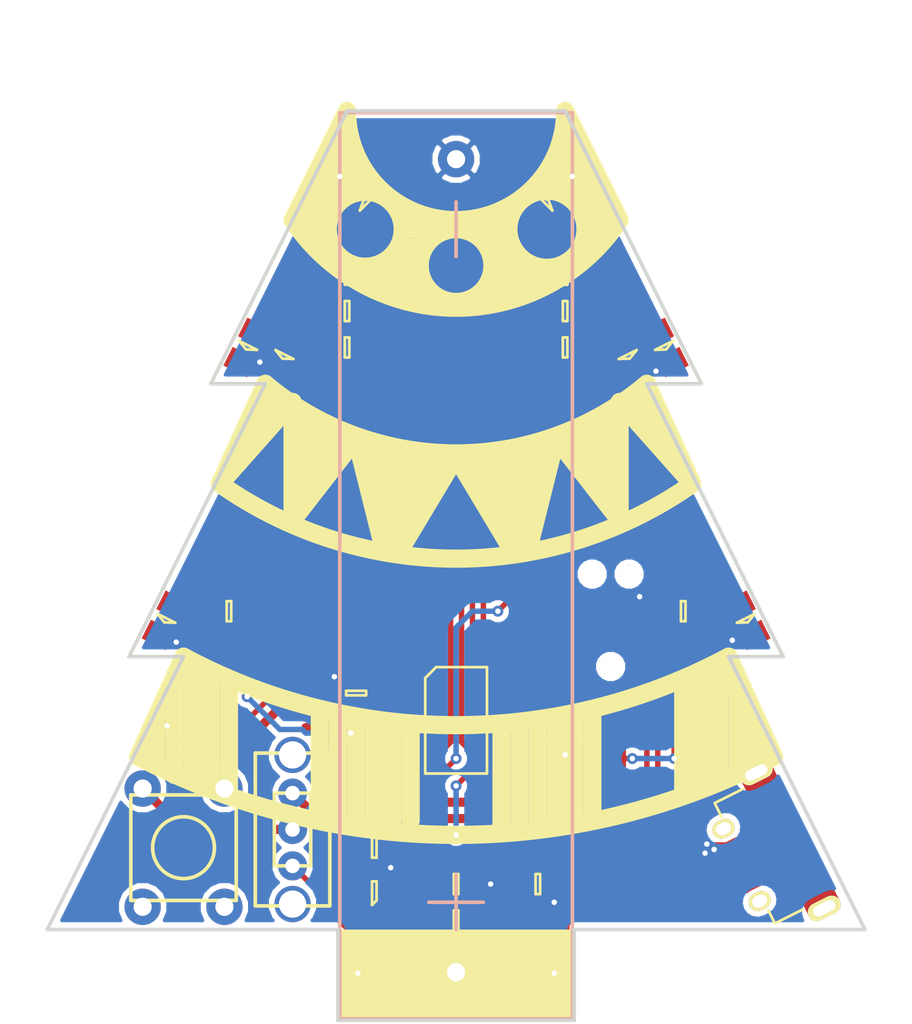
<source format=kicad_pcb>
(kicad_pcb (version 4) (host pcbnew 4.0.3+e1-6302~38~ubuntu16.04.1-stable)

  (general
    (links 66)
    (no_connects 1)
    (area 107.399999 84.899999 152.600001 135.100001)
    (thickness 1.6)
    (drawings 138)
    (tracks 250)
    (zones 0)
    (modules 35)
    (nets 38)
  )

  (page A4)
  (layers
    (0 F.Cu signal)
    (31 B.Cu signal)
    (32 B.Adhes user)
    (33 F.Adhes user)
    (34 B.Paste user)
    (35 F.Paste user)
    (36 B.SilkS user)
    (37 F.SilkS user)
    (38 B.Mask user)
    (39 F.Mask user)
    (40 Dwgs.User user)
    (41 Cmts.User user)
    (42 Eco1.User user)
    (43 Eco2.User user)
    (44 Edge.Cuts user)
    (45 Margin user)
    (46 B.CrtYd user)
    (47 F.CrtYd user)
    (48 B.Fab user)
    (49 F.Fab user)
  )

  (setup
    (last_trace_width 0.15)
    (user_trace_width 0.15)
    (user_trace_width 0.2)
    (user_trace_width 0.3)
    (user_trace_width 0.5)
    (trace_clearance 0.15)
    (zone_clearance 0.5)
    (zone_45_only no)
    (trace_min 0.15)
    (segment_width 0.2)
    (edge_width 0.2)
    (via_size 0.6)
    (via_drill 0.3)
    (via_min_size 0.6)
    (via_min_drill 0.3)
    (user_via 0.8 0.4)
    (uvia_size 0.3)
    (uvia_drill 0.1)
    (uvias_allowed no)
    (uvia_min_size 0.2)
    (uvia_min_drill 0.1)
    (pcb_text_width 0.3)
    (pcb_text_size 1.5 1.5)
    (mod_edge_width 0.15)
    (mod_text_size 1 1)
    (mod_text_width 0.15)
    (pad_size 1.524 1.524)
    (pad_drill 0.762)
    (pad_to_mask_clearance 0)
    (aux_axis_origin 0 0)
    (visible_elements FFFFFF1F)
    (pcbplotparams
      (layerselection 0x010f0_ffffffff)
      (usegerberextensions true)
      (excludeedgelayer true)
      (linewidth 0.100000)
      (plotframeref false)
      (viasonmask false)
      (mode 1)
      (useauxorigin false)
      (hpglpennumber 1)
      (hpglpenspeed 20)
      (hpglpendiameter 15)
      (hpglpenoverlay 2)
      (psnegative false)
      (psa4output false)
      (plotreference false)
      (plotvalue false)
      (plotinvisibletext false)
      (padsonsilk false)
      (subtractmaskfromsilk true)
      (outputformat 1)
      (mirror false)
      (drillshape 0)
      (scaleselection 1)
      (outputdirectory gerbers/))
  )

  (net 0 "")
  (net 1 /SWCLK)
  (net 2 /SWDIO)
  (net 3 /USB_DP)
  (net 4 /USB_DM)
  (net 5 3v3)
  (net 6 GND)
  (net 7 /LED8)
  (net 8 /LED7)
  (net 9 /LED6)
  (net 10 /USB_DETECT)
  (net 11 /LED5)
  (net 12 /LED4)
  (net 13 /LED3)
  (net 14 /LED2)
  (net 15 /LED1)
  (net 16 "Net-(IC1-Pad4)")
  (net 17 "Net-(IC1-Pad3)")
  (net 18 "Net-(IC1-Pad2)")
  (net 19 /SWITCH)
  (net 20 "Net-(P1-Pad6)")
  (net 21 "Net-(P1-Pad3)")
  (net 22 5v)
  (net 23 /USB_3V3)
  (net 24 /VBATT)
  (net 25 "Net-(IC3-Pad5)")
  (net 26 /BATT_3V3)
  (net 27 "Net-(J2-PadS)")
  (net 28 "Net-(J2-Pad4)")
  (net 29 "Net-(D4-Pad2)")
  (net 30 "Net-(D1-Pad2)")
  (net 31 "Net-(D2-Pad2)")
  (net 32 "Net-(D5-Pad2)")
  (net 33 "Net-(D6-Pad2)")
  (net 34 "Net-(D7-Pad2)")
  (net 35 "Net-(D8-Pad2)")
  (net 36 "Net-(D3-Pad2)")
  (net 37 "Net-(U1-Pad16)")

  (net_class Default "This is the default net class."
    (clearance 0.15)
    (trace_width 0.15)
    (via_dia 0.6)
    (via_drill 0.3)
    (uvia_dia 0.3)
    (uvia_drill 0.1)
    (add_net /BATT_3V3)
    (add_net /LED1)
    (add_net /LED2)
    (add_net /LED3)
    (add_net /LED4)
    (add_net /LED5)
    (add_net /LED6)
    (add_net /LED7)
    (add_net /LED8)
    (add_net /SWCLK)
    (add_net /SWDIO)
    (add_net /SWITCH)
    (add_net /USB_3V3)
    (add_net /USB_DETECT)
    (add_net /USB_DM)
    (add_net /USB_DP)
    (add_net /VBATT)
    (add_net 3v3)
    (add_net 5v)
    (add_net GND)
    (add_net "Net-(D1-Pad2)")
    (add_net "Net-(D2-Pad2)")
    (add_net "Net-(D3-Pad2)")
    (add_net "Net-(D4-Pad2)")
    (add_net "Net-(D5-Pad2)")
    (add_net "Net-(D6-Pad2)")
    (add_net "Net-(D7-Pad2)")
    (add_net "Net-(D8-Pad2)")
    (add_net "Net-(IC1-Pad2)")
    (add_net "Net-(IC1-Pad3)")
    (add_net "Net-(IC1-Pad4)")
    (add_net "Net-(IC3-Pad5)")
    (add_net "Net-(J2-Pad4)")
    (add_net "Net-(J2-PadS)")
    (add_net "Net-(P1-Pad3)")
    (add_net "Net-(P1-Pad6)")
    (add_net "Net-(U1-Pad1)")
    (add_net "Net-(U1-Pad10)")
    (add_net "Net-(U1-Pad11)")
    (add_net "Net-(U1-Pad12)")
    (add_net "Net-(U1-Pad13)")
    (add_net "Net-(U1-Pad14)")
    (add_net "Net-(U1-Pad15)")
    (add_net "Net-(U1-Pad16)")
    (add_net "Net-(U1-Pad2)")
    (add_net "Net-(U1-Pad3)")
    (add_net "Net-(U1-Pad4)")
    (add_net "Net-(U1-Pad5)")
    (add_net "Net-(U1-Pad6)")
    (add_net "Net-(U1-Pad7)")
    (add_net "Net-(U1-Pad8)")
    (add_net "Net-(U1-Pad9)")
  )

  (module agg:MOM_SWITCH (layer F.Cu) (tedit 57FDB32C) (tstamp 57FDB541)
    (at 115 125.5 90)
    (path /57FD6EFE)
    (fp_text reference SW1 (at 0 4.2 90) (layer F.Fab)
      (effects (font (size 1 1) (thickness 0.15)))
    )
    (fp_text value BOOTLOAD (at 0 -4.2 90) (layer F.Fab)
      (effects (font (size 1 1) (thickness 0.15)))
    )
    (fp_circle (center 0 0) (end 1.7 0) (layer F.SilkS) (width 0.2))
    (fp_line (start -2.9 2.9) (end -2.9 -2.9) (layer F.SilkS) (width 0.2))
    (fp_line (start 2.9 2.9) (end -2.9 2.9) (layer F.SilkS) (width 0.2))
    (fp_line (start 2.9 -2.9) (end 2.9 2.9) (layer F.SilkS) (width 0.2))
    (fp_line (start -2.9 -2.9) (end 2.9 -2.9) (layer F.SilkS) (width 0.2))
    (fp_line (start 4.5 3.5) (end 4.5 -3.5) (layer F.CrtYd) (width 0.01))
    (fp_line (start -4.5 3.5) (end 4.5 3.5) (layer F.CrtYd) (width 0.01))
    (fp_line (start -4.5 -3.5) (end -4.5 3.5) (layer F.CrtYd) (width 0.01))
    (fp_line (start 4.5 -3.5) (end -4.5 -3.5) (layer F.CrtYd) (width 0.01))
    (fp_circle (center 0 0) (end 1.75 0) (layer F.Fab) (width 0.01))
    (fp_line (start -3 3) (end -3 -3) (layer F.Fab) (width 0.01))
    (fp_line (start 3 3) (end -3 3) (layer F.Fab) (width 0.01))
    (fp_line (start 3 -3) (end 3 3) (layer F.Fab) (width 0.01))
    (fp_line (start -3 -3) (end 3 -3) (layer F.Fab) (width 0.01))
    (pad "" thru_hole circle (at -3.25 -2.25 90) (size 2 2) (drill 1) (layers *.Cu *.Mask))
    (pad "" thru_hole circle (at -3.25 2.25 90) (size 2 2) (drill 1) (layers *.Cu *.Mask))
    (pad 2 thru_hole circle (at 3.25 2.25 90) (size 2 2) (drill 1) (layers *.Cu *.Mask)
      (net 19 /SWITCH))
    (pad 1 thru_hole circle (at 3.25 -2.25 90) (size 2 2) (drill 1) (layers *.Cu *.Mask)
      (net 5 3v3))
  )

  (module agg:AAA_HOLDER locked (layer B.Cu) (tedit 57FDB32C) (tstamp 57FDB604)
    (at 130 110 270)
    (path /57FD7790)
    (fp_text reference J1 (at 0 7.3 270) (layer B.Fab)
      (effects (font (size 1 1) (thickness 0.15)) (justify mirror))
    )
    (fp_text value BATT (at 0 -7.4 270) (layer B.Fab)
      (effects (font (size 1 1) (thickness 0.15)) (justify mirror))
    )
    (fp_line (start -25 6.5) (end -25 -6.5) (layer B.Fab) (width 0.01))
    (fp_line (start -25 -6.5) (end 25 -6.5) (layer B.Fab) (width 0.01))
    (fp_line (start 25 -6.5) (end 25 6.5) (layer B.Fab) (width 0.01))
    (fp_line (start 25 6.5) (end -25 6.5) (layer B.Fab) (width 0.01))
    (fp_line (start -24.9 6.4) (end 24.9 6.4) (layer B.SilkS) (width 0.2))
    (fp_line (start 24.9 6.4) (end 24.9 -6.4) (layer B.SilkS) (width 0.2))
    (fp_line (start 24.9 -6.4) (end -24.9 -6.4) (layer B.SilkS) (width 0.2))
    (fp_line (start -24.9 -6.4) (end -24.9 6.4) (layer B.SilkS) (width 0.2))
    (fp_line (start 25.2 6.7) (end 25.2 -6.7) (layer B.CrtYd) (width 0.01))
    (fp_line (start 25.2 -6.7) (end -25.2 -6.7) (layer B.CrtYd) (width 0.01))
    (fp_line (start -25.2 -6.7) (end -25.2 6.7) (layer B.CrtYd) (width 0.01))
    (fp_line (start -25.2 6.7) (end 25.2 6.7) (layer B.CrtYd) (width 0.01))
    (fp_line (start -20 0) (end -17 0) (layer B.SilkS) (width 0.2))
    (fp_line (start 20 0) (end 17 0) (layer B.SilkS) (width 0.2))
    (fp_line (start 18.5 1.5) (end 18.5 -1.5) (layer B.SilkS) (width 0.2))
    (pad 1 thru_hole circle (at -22.35 0 270) (size 2 2) (drill 1) (layers *.Cu *.Mask)
      (net 6 GND))
    (pad 2 thru_hole circle (at 22.35 0 270) (size 2 2) (drill 1) (layers *.Cu *.Mask)
      (net 24 /VBATT))
  )

  (module agg:SPDT_SWITCH (layer F.Cu) (tedit 57FDB32C) (tstamp 57FDB467)
    (at 121 124.5 90)
    (path /57FD810A)
    (fp_text reference SW2 (at 0 3 90) (layer F.Fab)
      (effects (font (size 1 1) (thickness 0.15)))
    )
    (fp_text value PWR_SWITCH (at 0 -3 90) (layer F.Fab)
      (effects (font (size 1 1) (thickness 0.15)))
    )
    (fp_line (start 4.3 -2.15) (end -4.3 -2.15) (layer F.Fab) (width 0.01))
    (fp_line (start -4.3 -2.15) (end -4.3 2.15) (layer F.Fab) (width 0.01))
    (fp_line (start -4.3 2.15) (end 4.3 2.15) (layer F.Fab) (width 0.01))
    (fp_line (start 4.3 2.15) (end 4.3 -2.15) (layer F.Fab) (width 0.01))
    (fp_line (start 2 -1) (end -2 -1) (layer F.Fab) (width 0.01))
    (fp_line (start -2 -1) (end -2 1) (layer F.Fab) (width 0.01))
    (fp_line (start -2 1) (end 2 1) (layer F.Fab) (width 0.01))
    (fp_line (start 2 1) (end 2 -1) (layer F.Fab) (width 0.01))
    (fp_line (start 5.2 -2.35) (end 5.2 2.35) (layer F.CrtYd) (width 0.01))
    (fp_line (start 5.2 2.35) (end -5.2 2.35) (layer F.CrtYd) (width 0.01))
    (fp_line (start -5.2 2.35) (end -5.2 -2.35) (layer F.CrtYd) (width 0.01))
    (fp_line (start -5.2 -2.35) (end 5.2 -2.35) (layer F.CrtYd) (width 0.01))
    (fp_line (start -4.2 -2.05) (end 4.2 -2.05) (layer F.SilkS) (width 0.2))
    (fp_line (start 4.2 -2.05) (end 4.2 2.05) (layer F.SilkS) (width 0.2))
    (fp_line (start 4.2 2.05) (end -4.2 2.05) (layer F.SilkS) (width 0.2))
    (fp_line (start -4.2 2.05) (end -4.2 -2.05) (layer F.SilkS) (width 0.2))
    (fp_line (start -2 -1) (end 2 -1) (layer F.SilkS) (width 0.2))
    (fp_line (start 2 -1) (end 2 1) (layer F.SilkS) (width 0.2))
    (fp_line (start 2 1) (end -2 1) (layer F.SilkS) (width 0.2))
    (fp_line (start -2 1) (end -2 -1) (layer F.SilkS) (width 0.2))
    (pad 2 thru_hole circle (at 0 0 90) (size 1.6 1.6) (drill 0.8) (layers *.Cu *.Mask)
      (net 5 3v3))
    (pad 1 thru_hole circle (at -2 0 90) (size 1.6 1.6) (drill 0.8) (layers *.Cu *.Mask)
      (net 26 /BATT_3V3))
    (pad 3 thru_hole circle (at 2 0 90) (size 1.6 1.6) (drill 0.8) (layers *.Cu *.Mask)
      (net 23 /USB_3V3))
    (pad "" thru_hole circle (at 4.1 0 90) (size 2 2) (drill 1.5) (layers *.Cu *.Mask))
    (pad "" thru_hole circle (at -4.1 0 90) (size 2 2) (drill 1.5) (layers *.Cu *.Mask))
  )

  (module agg:0805 (layer F.Cu) (tedit 57FDB32C) (tstamp 57FD99BD)
    (at 130 127.5)
    (path /57FD8C2E)
    (fp_text reference R3 (at -2.425 0 90) (layer F.Fab)
      (effects (font (size 1 1) (thickness 0.15)))
    )
    (fp_text value 10k (at 2.425 0 90) (layer F.Fab)
      (effects (font (size 1 1) (thickness 0.15)))
    )
    (fp_line (start -1.75 1) (end -1.75 -1) (layer F.CrtYd) (width 0.01))
    (fp_line (start 1.75 1) (end -1.75 1) (layer F.CrtYd) (width 0.01))
    (fp_line (start 1.75 -1) (end 1.75 1) (layer F.CrtYd) (width 0.01))
    (fp_line (start -1.75 -1) (end 1.75 -1) (layer F.CrtYd) (width 0.01))
    (fp_line (start -0.125 0.55) (end -0.125 -0.55) (layer F.SilkS) (width 0.15))
    (fp_line (start 0.125 0.55) (end -0.125 0.55) (layer F.SilkS) (width 0.15))
    (fp_line (start 0.125 -0.55) (end 0.125 0.55) (layer F.SilkS) (width 0.15))
    (fp_line (start -0.125 -0.55) (end 0.125 -0.55) (layer F.SilkS) (width 0.15))
    (fp_line (start 0.5 -0.625) (end 0.5 0.625) (layer F.Fab) (width 0.01))
    (fp_line (start -0.5 -0.625) (end -0.5 0.625) (layer F.Fab) (width 0.01))
    (fp_line (start -1 0.625) (end -1 -0.625) (layer F.Fab) (width 0.01))
    (fp_line (start 1 0.625) (end -1 0.625) (layer F.Fab) (width 0.01))
    (fp_line (start 1 -0.625) (end 1 0.625) (layer F.Fab) (width 0.01))
    (fp_line (start -1 -0.625) (end 1 -0.625) (layer F.Fab) (width 0.01))
    (pad 2 smd rect (at 0.9 0) (size 1.15 1.45) (layers F.Cu F.Paste F.Mask)
      (net 6 GND))
    (pad 1 smd rect (at -0.9 0) (size 1.15 1.45) (layers F.Cu F.Paste F.Mask)
      (net 10 /USB_DETECT))
    (model ${KISYS3DMOD}/Resistors_SMD.3dshapes/R_0805.wrl
      (at (xyz 0 0 0))
      (scale (xyz 1 1 1))
      (rotate (xyz 0 0 0))
    )
  )

  (module agg:0805 (layer F.Cu) (tedit 57FDB32C) (tstamp 57FD9983)
    (at 124 98 180)
    (path /57FD959F)
    (fp_text reference R5 (at -2.425 0 270) (layer F.Fab)
      (effects (font (size 1 1) (thickness 0.15)))
    )
    (fp_text value R (at 2.425 0 270) (layer F.Fab)
      (effects (font (size 1 1) (thickness 0.15)))
    )
    (fp_line (start -1 -0.625) (end 1 -0.625) (layer F.Fab) (width 0.01))
    (fp_line (start 1 -0.625) (end 1 0.625) (layer F.Fab) (width 0.01))
    (fp_line (start 1 0.625) (end -1 0.625) (layer F.Fab) (width 0.01))
    (fp_line (start -1 0.625) (end -1 -0.625) (layer F.Fab) (width 0.01))
    (fp_line (start -0.5 -0.625) (end -0.5 0.625) (layer F.Fab) (width 0.01))
    (fp_line (start 0.5 -0.625) (end 0.5 0.625) (layer F.Fab) (width 0.01))
    (fp_line (start -0.125 -0.55) (end 0.125 -0.55) (layer F.SilkS) (width 0.15))
    (fp_line (start 0.125 -0.55) (end 0.125 0.55) (layer F.SilkS) (width 0.15))
    (fp_line (start 0.125 0.55) (end -0.125 0.55) (layer F.SilkS) (width 0.15))
    (fp_line (start -0.125 0.55) (end -0.125 -0.55) (layer F.SilkS) (width 0.15))
    (fp_line (start -1.75 -1) (end 1.75 -1) (layer F.CrtYd) (width 0.01))
    (fp_line (start 1.75 -1) (end 1.75 1) (layer F.CrtYd) (width 0.01))
    (fp_line (start 1.75 1) (end -1.75 1) (layer F.CrtYd) (width 0.01))
    (fp_line (start -1.75 1) (end -1.75 -1) (layer F.CrtYd) (width 0.01))
    (pad 1 smd rect (at -0.9 0 180) (size 1.15 1.45) (layers F.Cu F.Paste F.Mask)
      (net 14 /LED2))
    (pad 2 smd rect (at 0.9 0 180) (size 1.15 1.45) (layers F.Cu F.Paste F.Mask)
      (net 31 "Net-(D2-Pad2)"))
    (model ${KISYS3DMOD}/Resistors_SMD.3dshapes/R_0805.wrl
      (at (xyz 0 0 0))
      (scale (xyz 1 1 1))
      (rotate (xyz 0 0 0))
    )
  )

  (module agg:0805 (layer F.Cu) (tedit 57FDB32C) (tstamp 57FD9949)
    (at 117.5 112.5 180)
    (path /57FD74F0)
    (fp_text reference R4 (at -2.425 0 270) (layer F.Fab)
      (effects (font (size 1 1) (thickness 0.15)))
    )
    (fp_text value R (at 2.425 0 270) (layer F.Fab)
      (effects (font (size 1 1) (thickness 0.15)))
    )
    (fp_line (start -1.75 1) (end -1.75 -1) (layer F.CrtYd) (width 0.01))
    (fp_line (start 1.75 1) (end -1.75 1) (layer F.CrtYd) (width 0.01))
    (fp_line (start 1.75 -1) (end 1.75 1) (layer F.CrtYd) (width 0.01))
    (fp_line (start -1.75 -1) (end 1.75 -1) (layer F.CrtYd) (width 0.01))
    (fp_line (start -0.125 0.55) (end -0.125 -0.55) (layer F.SilkS) (width 0.15))
    (fp_line (start 0.125 0.55) (end -0.125 0.55) (layer F.SilkS) (width 0.15))
    (fp_line (start 0.125 -0.55) (end 0.125 0.55) (layer F.SilkS) (width 0.15))
    (fp_line (start -0.125 -0.55) (end 0.125 -0.55) (layer F.SilkS) (width 0.15))
    (fp_line (start 0.5 -0.625) (end 0.5 0.625) (layer F.Fab) (width 0.01))
    (fp_line (start -0.5 -0.625) (end -0.5 0.625) (layer F.Fab) (width 0.01))
    (fp_line (start -1 0.625) (end -1 -0.625) (layer F.Fab) (width 0.01))
    (fp_line (start 1 0.625) (end -1 0.625) (layer F.Fab) (width 0.01))
    (fp_line (start 1 -0.625) (end 1 0.625) (layer F.Fab) (width 0.01))
    (fp_line (start -1 -0.625) (end 1 -0.625) (layer F.Fab) (width 0.01))
    (pad 2 smd rect (at 0.9 0 180) (size 1.15 1.45) (layers F.Cu F.Paste F.Mask)
      (net 30 "Net-(D1-Pad2)"))
    (pad 1 smd rect (at -0.9 0 180) (size 1.15 1.45) (layers F.Cu F.Paste F.Mask)
      (net 15 /LED1))
    (model ${KISYS3DMOD}/Resistors_SMD.3dshapes/R_0805.wrl
      (at (xyz 0 0 0))
      (scale (xyz 1 1 1))
      (rotate (xyz 0 0 0))
    )
  )

  (module agg:0805 (layer F.Cu) (tedit 57FDB32C) (tstamp 57FD990F)
    (at 124 96 180)
    (path /57FD9842)
    (fp_text reference R6 (at -2.425 0 270) (layer F.Fab)
      (effects (font (size 1 1) (thickness 0.15)))
    )
    (fp_text value R (at 2.425 0 270) (layer F.Fab)
      (effects (font (size 1 1) (thickness 0.15)))
    )
    (fp_line (start -1 -0.625) (end 1 -0.625) (layer F.Fab) (width 0.01))
    (fp_line (start 1 -0.625) (end 1 0.625) (layer F.Fab) (width 0.01))
    (fp_line (start 1 0.625) (end -1 0.625) (layer F.Fab) (width 0.01))
    (fp_line (start -1 0.625) (end -1 -0.625) (layer F.Fab) (width 0.01))
    (fp_line (start -0.5 -0.625) (end -0.5 0.625) (layer F.Fab) (width 0.01))
    (fp_line (start 0.5 -0.625) (end 0.5 0.625) (layer F.Fab) (width 0.01))
    (fp_line (start -0.125 -0.55) (end 0.125 -0.55) (layer F.SilkS) (width 0.15))
    (fp_line (start 0.125 -0.55) (end 0.125 0.55) (layer F.SilkS) (width 0.15))
    (fp_line (start 0.125 0.55) (end -0.125 0.55) (layer F.SilkS) (width 0.15))
    (fp_line (start -0.125 0.55) (end -0.125 -0.55) (layer F.SilkS) (width 0.15))
    (fp_line (start -1.75 -1) (end 1.75 -1) (layer F.CrtYd) (width 0.01))
    (fp_line (start 1.75 -1) (end 1.75 1) (layer F.CrtYd) (width 0.01))
    (fp_line (start 1.75 1) (end -1.75 1) (layer F.CrtYd) (width 0.01))
    (fp_line (start -1.75 1) (end -1.75 -1) (layer F.CrtYd) (width 0.01))
    (pad 1 smd rect (at -0.9 0 180) (size 1.15 1.45) (layers F.Cu F.Paste F.Mask)
      (net 13 /LED3))
    (pad 2 smd rect (at 0.9 0 180) (size 1.15 1.45) (layers F.Cu F.Paste F.Mask)
      (net 36 "Net-(D3-Pad2)"))
    (model ${KISYS3DMOD}/Resistors_SMD.3dshapes/R_0805.wrl
      (at (xyz 0 0 0))
      (scale (xyz 1 1 1))
      (rotate (xyz 0 0 0))
    )
  )

  (module agg:0805 (layer F.Cu) (tedit 57FDB32C) (tstamp 57FD98D5)
    (at 124 94 180)
    (path /57FD9859)
    (fp_text reference R7 (at -2.425 0 270) (layer F.Fab)
      (effects (font (size 1 1) (thickness 0.15)))
    )
    (fp_text value R (at 2.425 0 270) (layer F.Fab)
      (effects (font (size 1 1) (thickness 0.15)))
    )
    (fp_line (start -1.75 1) (end -1.75 -1) (layer F.CrtYd) (width 0.01))
    (fp_line (start 1.75 1) (end -1.75 1) (layer F.CrtYd) (width 0.01))
    (fp_line (start 1.75 -1) (end 1.75 1) (layer F.CrtYd) (width 0.01))
    (fp_line (start -1.75 -1) (end 1.75 -1) (layer F.CrtYd) (width 0.01))
    (fp_line (start -0.125 0.55) (end -0.125 -0.55) (layer F.SilkS) (width 0.15))
    (fp_line (start 0.125 0.55) (end -0.125 0.55) (layer F.SilkS) (width 0.15))
    (fp_line (start 0.125 -0.55) (end 0.125 0.55) (layer F.SilkS) (width 0.15))
    (fp_line (start -0.125 -0.55) (end 0.125 -0.55) (layer F.SilkS) (width 0.15))
    (fp_line (start 0.5 -0.625) (end 0.5 0.625) (layer F.Fab) (width 0.01))
    (fp_line (start -0.5 -0.625) (end -0.5 0.625) (layer F.Fab) (width 0.01))
    (fp_line (start -1 0.625) (end -1 -0.625) (layer F.Fab) (width 0.01))
    (fp_line (start 1 0.625) (end -1 0.625) (layer F.Fab) (width 0.01))
    (fp_line (start 1 -0.625) (end 1 0.625) (layer F.Fab) (width 0.01))
    (fp_line (start -1 -0.625) (end 1 -0.625) (layer F.Fab) (width 0.01))
    (pad 2 smd rect (at 0.9 0 180) (size 1.15 1.45) (layers F.Cu F.Paste F.Mask)
      (net 29 "Net-(D4-Pad2)"))
    (pad 1 smd rect (at -0.9 0 180) (size 1.15 1.45) (layers F.Cu F.Paste F.Mask)
      (net 12 /LED4))
    (model ${KISYS3DMOD}/Resistors_SMD.3dshapes/R_0805.wrl
      (at (xyz 0 0 0))
      (scale (xyz 1 1 1))
      (rotate (xyz 0 0 0))
    )
  )

  (module agg:0805 (layer F.Cu) (tedit 57FDB32C) (tstamp 57FD989B)
    (at 142.5 112.5)
    (path /57FD9A48)
    (fp_text reference R8 (at -2.425 0 90) (layer F.Fab)
      (effects (font (size 1 1) (thickness 0.15)))
    )
    (fp_text value R (at 2.425 0 90) (layer F.Fab)
      (effects (font (size 1 1) (thickness 0.15)))
    )
    (fp_line (start -1 -0.625) (end 1 -0.625) (layer F.Fab) (width 0.01))
    (fp_line (start 1 -0.625) (end 1 0.625) (layer F.Fab) (width 0.01))
    (fp_line (start 1 0.625) (end -1 0.625) (layer F.Fab) (width 0.01))
    (fp_line (start -1 0.625) (end -1 -0.625) (layer F.Fab) (width 0.01))
    (fp_line (start -0.5 -0.625) (end -0.5 0.625) (layer F.Fab) (width 0.01))
    (fp_line (start 0.5 -0.625) (end 0.5 0.625) (layer F.Fab) (width 0.01))
    (fp_line (start -0.125 -0.55) (end 0.125 -0.55) (layer F.SilkS) (width 0.15))
    (fp_line (start 0.125 -0.55) (end 0.125 0.55) (layer F.SilkS) (width 0.15))
    (fp_line (start 0.125 0.55) (end -0.125 0.55) (layer F.SilkS) (width 0.15))
    (fp_line (start -0.125 0.55) (end -0.125 -0.55) (layer F.SilkS) (width 0.15))
    (fp_line (start -1.75 -1) (end 1.75 -1) (layer F.CrtYd) (width 0.01))
    (fp_line (start 1.75 -1) (end 1.75 1) (layer F.CrtYd) (width 0.01))
    (fp_line (start 1.75 1) (end -1.75 1) (layer F.CrtYd) (width 0.01))
    (fp_line (start -1.75 1) (end -1.75 -1) (layer F.CrtYd) (width 0.01))
    (pad 1 smd rect (at -0.9 0) (size 1.15 1.45) (layers F.Cu F.Paste F.Mask)
      (net 11 /LED5))
    (pad 2 smd rect (at 0.9 0) (size 1.15 1.45) (layers F.Cu F.Paste F.Mask)
      (net 32 "Net-(D5-Pad2)"))
    (model ${KISYS3DMOD}/Resistors_SMD.3dshapes/R_0805.wrl
      (at (xyz 0 0 0))
      (scale (xyz 1 1 1))
      (rotate (xyz 0 0 0))
    )
  )

  (module agg:0805 (layer F.Cu) (tedit 57FDB32C) (tstamp 57FD9861)
    (at 136 94)
    (path /57FD9A5F)
    (fp_text reference R9 (at -2.425 0 90) (layer F.Fab)
      (effects (font (size 1 1) (thickness 0.15)))
    )
    (fp_text value R (at 2.425 0 90) (layer F.Fab)
      (effects (font (size 1 1) (thickness 0.15)))
    )
    (fp_line (start -1.75 1) (end -1.75 -1) (layer F.CrtYd) (width 0.01))
    (fp_line (start 1.75 1) (end -1.75 1) (layer F.CrtYd) (width 0.01))
    (fp_line (start 1.75 -1) (end 1.75 1) (layer F.CrtYd) (width 0.01))
    (fp_line (start -1.75 -1) (end 1.75 -1) (layer F.CrtYd) (width 0.01))
    (fp_line (start -0.125 0.55) (end -0.125 -0.55) (layer F.SilkS) (width 0.15))
    (fp_line (start 0.125 0.55) (end -0.125 0.55) (layer F.SilkS) (width 0.15))
    (fp_line (start 0.125 -0.55) (end 0.125 0.55) (layer F.SilkS) (width 0.15))
    (fp_line (start -0.125 -0.55) (end 0.125 -0.55) (layer F.SilkS) (width 0.15))
    (fp_line (start 0.5 -0.625) (end 0.5 0.625) (layer F.Fab) (width 0.01))
    (fp_line (start -0.5 -0.625) (end -0.5 0.625) (layer F.Fab) (width 0.01))
    (fp_line (start -1 0.625) (end -1 -0.625) (layer F.Fab) (width 0.01))
    (fp_line (start 1 0.625) (end -1 0.625) (layer F.Fab) (width 0.01))
    (fp_line (start 1 -0.625) (end 1 0.625) (layer F.Fab) (width 0.01))
    (fp_line (start -1 -0.625) (end 1 -0.625) (layer F.Fab) (width 0.01))
    (pad 2 smd rect (at 0.9 0) (size 1.15 1.45) (layers F.Cu F.Paste F.Mask)
      (net 33 "Net-(D6-Pad2)"))
    (pad 1 smd rect (at -0.9 0) (size 1.15 1.45) (layers F.Cu F.Paste F.Mask)
      (net 9 /LED6))
    (model ${KISYS3DMOD}/Resistors_SMD.3dshapes/R_0805.wrl
      (at (xyz 0 0 0))
      (scale (xyz 1 1 1))
      (rotate (xyz 0 0 0))
    )
  )

  (module agg:0805 (layer F.Cu) (tedit 57FDB32C) (tstamp 57FD9827)
    (at 136 96)
    (path /57FD9A76)
    (fp_text reference R10 (at -2.425 0 90) (layer F.Fab)
      (effects (font (size 1 1) (thickness 0.15)))
    )
    (fp_text value R (at 2.425 0 90) (layer F.Fab)
      (effects (font (size 1 1) (thickness 0.15)))
    )
    (fp_line (start -1 -0.625) (end 1 -0.625) (layer F.Fab) (width 0.01))
    (fp_line (start 1 -0.625) (end 1 0.625) (layer F.Fab) (width 0.01))
    (fp_line (start 1 0.625) (end -1 0.625) (layer F.Fab) (width 0.01))
    (fp_line (start -1 0.625) (end -1 -0.625) (layer F.Fab) (width 0.01))
    (fp_line (start -0.5 -0.625) (end -0.5 0.625) (layer F.Fab) (width 0.01))
    (fp_line (start 0.5 -0.625) (end 0.5 0.625) (layer F.Fab) (width 0.01))
    (fp_line (start -0.125 -0.55) (end 0.125 -0.55) (layer F.SilkS) (width 0.15))
    (fp_line (start 0.125 -0.55) (end 0.125 0.55) (layer F.SilkS) (width 0.15))
    (fp_line (start 0.125 0.55) (end -0.125 0.55) (layer F.SilkS) (width 0.15))
    (fp_line (start -0.125 0.55) (end -0.125 -0.55) (layer F.SilkS) (width 0.15))
    (fp_line (start -1.75 -1) (end 1.75 -1) (layer F.CrtYd) (width 0.01))
    (fp_line (start 1.75 -1) (end 1.75 1) (layer F.CrtYd) (width 0.01))
    (fp_line (start 1.75 1) (end -1.75 1) (layer F.CrtYd) (width 0.01))
    (fp_line (start -1.75 1) (end -1.75 -1) (layer F.CrtYd) (width 0.01))
    (pad 1 smd rect (at -0.9 0) (size 1.15 1.45) (layers F.Cu F.Paste F.Mask)
      (net 8 /LED7))
    (pad 2 smd rect (at 0.9 0) (size 1.15 1.45) (layers F.Cu F.Paste F.Mask)
      (net 34 "Net-(D7-Pad2)"))
    (model ${KISYS3DMOD}/Resistors_SMD.3dshapes/R_0805.wrl
      (at (xyz 0 0 0))
      (scale (xyz 1 1 1))
      (rotate (xyz 0 0 0))
    )
  )

  (module agg:0805 (layer F.Cu) (tedit 57FDB32C) (tstamp 57FD97ED)
    (at 136 98)
    (path /57FD9A8D)
    (fp_text reference R11 (at -2.425 0 90) (layer F.Fab)
      (effects (font (size 1 1) (thickness 0.15)))
    )
    (fp_text value R (at 2.425 0 90) (layer F.Fab)
      (effects (font (size 1 1) (thickness 0.15)))
    )
    (fp_line (start -1.75 1) (end -1.75 -1) (layer F.CrtYd) (width 0.01))
    (fp_line (start 1.75 1) (end -1.75 1) (layer F.CrtYd) (width 0.01))
    (fp_line (start 1.75 -1) (end 1.75 1) (layer F.CrtYd) (width 0.01))
    (fp_line (start -1.75 -1) (end 1.75 -1) (layer F.CrtYd) (width 0.01))
    (fp_line (start -0.125 0.55) (end -0.125 -0.55) (layer F.SilkS) (width 0.15))
    (fp_line (start 0.125 0.55) (end -0.125 0.55) (layer F.SilkS) (width 0.15))
    (fp_line (start 0.125 -0.55) (end 0.125 0.55) (layer F.SilkS) (width 0.15))
    (fp_line (start -0.125 -0.55) (end 0.125 -0.55) (layer F.SilkS) (width 0.15))
    (fp_line (start 0.5 -0.625) (end 0.5 0.625) (layer F.Fab) (width 0.01))
    (fp_line (start -0.5 -0.625) (end -0.5 0.625) (layer F.Fab) (width 0.01))
    (fp_line (start -1 0.625) (end -1 -0.625) (layer F.Fab) (width 0.01))
    (fp_line (start 1 0.625) (end -1 0.625) (layer F.Fab) (width 0.01))
    (fp_line (start 1 -0.625) (end 1 0.625) (layer F.Fab) (width 0.01))
    (fp_line (start -1 -0.625) (end 1 -0.625) (layer F.Fab) (width 0.01))
    (pad 2 smd rect (at 0.9 0) (size 1.15 1.45) (layers F.Cu F.Paste F.Mask)
      (net 35 "Net-(D8-Pad2)"))
    (pad 1 smd rect (at -0.9 0) (size 1.15 1.45) (layers F.Cu F.Paste F.Mask)
      (net 7 /LED8))
    (model ${KISYS3DMOD}/Resistors_SMD.3dshapes/R_0805.wrl
      (at (xyz 0 0 0))
      (scale (xyz 1 1 1))
      (rotate (xyz 0 0 0))
    )
  )

  (module agg:0805 (layer F.Cu) (tedit 57FDB32C) (tstamp 57FD97B3)
    (at 130 129.5 180)
    (path /57FD8940)
    (fp_text reference R2 (at -2.425 0 270) (layer F.Fab)
      (effects (font (size 1 1) (thickness 0.15)))
    )
    (fp_text value 10k (at 2.425 0 270) (layer F.Fab)
      (effects (font (size 1 1) (thickness 0.15)))
    )
    (fp_line (start -1 -0.625) (end 1 -0.625) (layer F.Fab) (width 0.01))
    (fp_line (start 1 -0.625) (end 1 0.625) (layer F.Fab) (width 0.01))
    (fp_line (start 1 0.625) (end -1 0.625) (layer F.Fab) (width 0.01))
    (fp_line (start -1 0.625) (end -1 -0.625) (layer F.Fab) (width 0.01))
    (fp_line (start -0.5 -0.625) (end -0.5 0.625) (layer F.Fab) (width 0.01))
    (fp_line (start 0.5 -0.625) (end 0.5 0.625) (layer F.Fab) (width 0.01))
    (fp_line (start -0.125 -0.55) (end 0.125 -0.55) (layer F.SilkS) (width 0.15))
    (fp_line (start 0.125 -0.55) (end 0.125 0.55) (layer F.SilkS) (width 0.15))
    (fp_line (start 0.125 0.55) (end -0.125 0.55) (layer F.SilkS) (width 0.15))
    (fp_line (start -0.125 0.55) (end -0.125 -0.55) (layer F.SilkS) (width 0.15))
    (fp_line (start -1.75 -1) (end 1.75 -1) (layer F.CrtYd) (width 0.01))
    (fp_line (start 1.75 -1) (end 1.75 1) (layer F.CrtYd) (width 0.01))
    (fp_line (start 1.75 1) (end -1.75 1) (layer F.CrtYd) (width 0.01))
    (fp_line (start -1.75 1) (end -1.75 -1) (layer F.CrtYd) (width 0.01))
    (pad 1 smd rect (at -0.9 0 180) (size 1.15 1.45) (layers F.Cu F.Paste F.Mask)
      (net 22 5v))
    (pad 2 smd rect (at 0.9 0 180) (size 1.15 1.45) (layers F.Cu F.Paste F.Mask)
      (net 10 /USB_DETECT))
    (model ${KISYS3DMOD}/Resistors_SMD.3dshapes/R_0805.wrl
      (at (xyz 0 0 0))
      (scale (xyz 1 1 1))
      (rotate (xyz 0 0 0))
    )
  )

  (module agg:0805 (layer F.Cu) (tedit 57FDB32C) (tstamp 57FD9779)
    (at 115 120 180)
    (path /57FD708A)
    (fp_text reference R1 (at -2.425 0 270) (layer F.Fab)
      (effects (font (size 1 1) (thickness 0.15)))
    )
    (fp_text value 10k (at 2.425 0 270) (layer F.Fab)
      (effects (font (size 1 1) (thickness 0.15)))
    )
    (fp_line (start -1.75 1) (end -1.75 -1) (layer F.CrtYd) (width 0.01))
    (fp_line (start 1.75 1) (end -1.75 1) (layer F.CrtYd) (width 0.01))
    (fp_line (start 1.75 -1) (end 1.75 1) (layer F.CrtYd) (width 0.01))
    (fp_line (start -1.75 -1) (end 1.75 -1) (layer F.CrtYd) (width 0.01))
    (fp_line (start -0.125 0.55) (end -0.125 -0.55) (layer F.SilkS) (width 0.15))
    (fp_line (start 0.125 0.55) (end -0.125 0.55) (layer F.SilkS) (width 0.15))
    (fp_line (start 0.125 -0.55) (end 0.125 0.55) (layer F.SilkS) (width 0.15))
    (fp_line (start -0.125 -0.55) (end 0.125 -0.55) (layer F.SilkS) (width 0.15))
    (fp_line (start 0.5 -0.625) (end 0.5 0.625) (layer F.Fab) (width 0.01))
    (fp_line (start -0.5 -0.625) (end -0.5 0.625) (layer F.Fab) (width 0.01))
    (fp_line (start -1 0.625) (end -1 -0.625) (layer F.Fab) (width 0.01))
    (fp_line (start 1 0.625) (end -1 0.625) (layer F.Fab) (width 0.01))
    (fp_line (start 1 -0.625) (end 1 0.625) (layer F.Fab) (width 0.01))
    (fp_line (start -1 -0.625) (end 1 -0.625) (layer F.Fab) (width 0.01))
    (pad 2 smd rect (at 0.9 0 180) (size 1.15 1.45) (layers F.Cu F.Paste F.Mask)
      (net 6 GND))
    (pad 1 smd rect (at -0.9 0 180) (size 1.15 1.45) (layers F.Cu F.Paste F.Mask)
      (net 19 /SWITCH))
    (model ${KISYS3DMOD}/Resistors_SMD.3dshapes/R_0805.wrl
      (at (xyz 0 0 0))
      (scale (xyz 1 1 1))
      (rotate (xyz 0 0 0))
    )
  )

  (module agg:0805 (layer F.Cu) (tedit 57FDB32C) (tstamp 57FD973F)
    (at 125.5 125.5)
    (path /57FD7B28)
    (fp_text reference C7 (at -2.425 0 90) (layer F.Fab)
      (effects (font (size 1 1) (thickness 0.15)))
    )
    (fp_text value 10µ (at 2.425 0 90) (layer F.Fab)
      (effects (font (size 1 1) (thickness 0.15)))
    )
    (fp_line (start -1 -0.625) (end 1 -0.625) (layer F.Fab) (width 0.01))
    (fp_line (start 1 -0.625) (end 1 0.625) (layer F.Fab) (width 0.01))
    (fp_line (start 1 0.625) (end -1 0.625) (layer F.Fab) (width 0.01))
    (fp_line (start -1 0.625) (end -1 -0.625) (layer F.Fab) (width 0.01))
    (fp_line (start -0.5 -0.625) (end -0.5 0.625) (layer F.Fab) (width 0.01))
    (fp_line (start 0.5 -0.625) (end 0.5 0.625) (layer F.Fab) (width 0.01))
    (fp_line (start -0.125 -0.55) (end 0.125 -0.55) (layer F.SilkS) (width 0.15))
    (fp_line (start 0.125 -0.55) (end 0.125 0.55) (layer F.SilkS) (width 0.15))
    (fp_line (start 0.125 0.55) (end -0.125 0.55) (layer F.SilkS) (width 0.15))
    (fp_line (start -0.125 0.55) (end -0.125 -0.55) (layer F.SilkS) (width 0.15))
    (fp_line (start -1.75 -1) (end 1.75 -1) (layer F.CrtYd) (width 0.01))
    (fp_line (start 1.75 -1) (end 1.75 1) (layer F.CrtYd) (width 0.01))
    (fp_line (start 1.75 1) (end -1.75 1) (layer F.CrtYd) (width 0.01))
    (fp_line (start -1.75 1) (end -1.75 -1) (layer F.CrtYd) (width 0.01))
    (pad 1 smd rect (at -0.9 0) (size 1.15 1.45) (layers F.Cu F.Paste F.Mask)
      (net 26 /BATT_3V3))
    (pad 2 smd rect (at 0.9 0) (size 1.15 1.45) (layers F.Cu F.Paste F.Mask)
      (net 6 GND))
    (model ${KISYS3DMOD}/Resistors_SMD.3dshapes/R_0805.wrl
      (at (xyz 0 0 0))
      (scale (xyz 1 1 1))
      (rotate (xyz 0 0 0))
    )
  )

  (module agg:0805 (layer F.Cu) (tedit 57FDB32C) (tstamp 57FD9705)
    (at 134.5 127.5)
    (path /57FDB6B4)
    (fp_text reference C6 (at -2.425 0 90) (layer F.Fab)
      (effects (font (size 1 1) (thickness 0.15)))
    )
    (fp_text value 1µ (at 2.425 0 90) (layer F.Fab)
      (effects (font (size 1 1) (thickness 0.15)))
    )
    (fp_line (start -1.75 1) (end -1.75 -1) (layer F.CrtYd) (width 0.01))
    (fp_line (start 1.75 1) (end -1.75 1) (layer F.CrtYd) (width 0.01))
    (fp_line (start 1.75 -1) (end 1.75 1) (layer F.CrtYd) (width 0.01))
    (fp_line (start -1.75 -1) (end 1.75 -1) (layer F.CrtYd) (width 0.01))
    (fp_line (start -0.125 0.55) (end -0.125 -0.55) (layer F.SilkS) (width 0.15))
    (fp_line (start 0.125 0.55) (end -0.125 0.55) (layer F.SilkS) (width 0.15))
    (fp_line (start 0.125 -0.55) (end 0.125 0.55) (layer F.SilkS) (width 0.15))
    (fp_line (start -0.125 -0.55) (end 0.125 -0.55) (layer F.SilkS) (width 0.15))
    (fp_line (start 0.5 -0.625) (end 0.5 0.625) (layer F.Fab) (width 0.01))
    (fp_line (start -0.5 -0.625) (end -0.5 0.625) (layer F.Fab) (width 0.01))
    (fp_line (start -1 0.625) (end -1 -0.625) (layer F.Fab) (width 0.01))
    (fp_line (start 1 0.625) (end -1 0.625) (layer F.Fab) (width 0.01))
    (fp_line (start 1 -0.625) (end 1 0.625) (layer F.Fab) (width 0.01))
    (fp_line (start -1 -0.625) (end 1 -0.625) (layer F.Fab) (width 0.01))
    (pad 2 smd rect (at 0.9 0) (size 1.15 1.45) (layers F.Cu F.Paste F.Mask)
      (net 6 GND))
    (pad 1 smd rect (at -0.9 0) (size 1.15 1.45) (layers F.Cu F.Paste F.Mask)
      (net 23 /USB_3V3))
    (model ${KISYS3DMOD}/Resistors_SMD.3dshapes/R_0805.wrl
      (at (xyz 0 0 0))
      (scale (xyz 1 1 1))
      (rotate (xyz 0 0 0))
    )
  )

  (module agg:0805 (layer F.Cu) (tedit 57FDB32C) (tstamp 57FD96CB)
    (at 134.5 133.5)
    (path /57FDB571)
    (fp_text reference C5 (at -2.425 0 90) (layer F.Fab)
      (effects (font (size 1 1) (thickness 0.15)))
    )
    (fp_text value 1µ (at 2.425 0 90) (layer F.Fab)
      (effects (font (size 1 1) (thickness 0.15)))
    )
    (fp_line (start -1 -0.625) (end 1 -0.625) (layer F.Fab) (width 0.01))
    (fp_line (start 1 -0.625) (end 1 0.625) (layer F.Fab) (width 0.01))
    (fp_line (start 1 0.625) (end -1 0.625) (layer F.Fab) (width 0.01))
    (fp_line (start -1 0.625) (end -1 -0.625) (layer F.Fab) (width 0.01))
    (fp_line (start -0.5 -0.625) (end -0.5 0.625) (layer F.Fab) (width 0.01))
    (fp_line (start 0.5 -0.625) (end 0.5 0.625) (layer F.Fab) (width 0.01))
    (fp_line (start -0.125 -0.55) (end 0.125 -0.55) (layer F.SilkS) (width 0.15))
    (fp_line (start 0.125 -0.55) (end 0.125 0.55) (layer F.SilkS) (width 0.15))
    (fp_line (start 0.125 0.55) (end -0.125 0.55) (layer F.SilkS) (width 0.15))
    (fp_line (start -0.125 0.55) (end -0.125 -0.55) (layer F.SilkS) (width 0.15))
    (fp_line (start -1.75 -1) (end 1.75 -1) (layer F.CrtYd) (width 0.01))
    (fp_line (start 1.75 -1) (end 1.75 1) (layer F.CrtYd) (width 0.01))
    (fp_line (start 1.75 1) (end -1.75 1) (layer F.CrtYd) (width 0.01))
    (fp_line (start -1.75 1) (end -1.75 -1) (layer F.CrtYd) (width 0.01))
    (pad 1 smd rect (at -0.9 0) (size 1.15 1.45) (layers F.Cu F.Paste F.Mask)
      (net 22 5v))
    (pad 2 smd rect (at 0.9 0) (size 1.15 1.45) (layers F.Cu F.Paste F.Mask)
      (net 6 GND))
    (model ${KISYS3DMOD}/Resistors_SMD.3dshapes/R_0805.wrl
      (at (xyz 0 0 0))
      (scale (xyz 1 1 1))
      (rotate (xyz 0 0 0))
    )
  )

  (module agg:0805 (layer F.Cu) (tedit 57FDB32C) (tstamp 57FD9691)
    (at 125.5 133.5 180)
    (path /57FD795E)
    (fp_text reference C4 (at -2.425 0 270) (layer F.Fab)
      (effects (font (size 1 1) (thickness 0.15)))
    )
    (fp_text value 10µ (at 2.425 0 270) (layer F.Fab)
      (effects (font (size 1 1) (thickness 0.15)))
    )
    (fp_line (start -1.75 1) (end -1.75 -1) (layer F.CrtYd) (width 0.01))
    (fp_line (start 1.75 1) (end -1.75 1) (layer F.CrtYd) (width 0.01))
    (fp_line (start 1.75 -1) (end 1.75 1) (layer F.CrtYd) (width 0.01))
    (fp_line (start -1.75 -1) (end 1.75 -1) (layer F.CrtYd) (width 0.01))
    (fp_line (start -0.125 0.55) (end -0.125 -0.55) (layer F.SilkS) (width 0.15))
    (fp_line (start 0.125 0.55) (end -0.125 0.55) (layer F.SilkS) (width 0.15))
    (fp_line (start 0.125 -0.55) (end 0.125 0.55) (layer F.SilkS) (width 0.15))
    (fp_line (start -0.125 -0.55) (end 0.125 -0.55) (layer F.SilkS) (width 0.15))
    (fp_line (start 0.5 -0.625) (end 0.5 0.625) (layer F.Fab) (width 0.01))
    (fp_line (start -0.5 -0.625) (end -0.5 0.625) (layer F.Fab) (width 0.01))
    (fp_line (start -1 0.625) (end -1 -0.625) (layer F.Fab) (width 0.01))
    (fp_line (start 1 0.625) (end -1 0.625) (layer F.Fab) (width 0.01))
    (fp_line (start 1 -0.625) (end 1 0.625) (layer F.Fab) (width 0.01))
    (fp_line (start -1 -0.625) (end 1 -0.625) (layer F.Fab) (width 0.01))
    (pad 2 smd rect (at 0.9 0 180) (size 1.15 1.45) (layers F.Cu F.Paste F.Mask)
      (net 6 GND))
    (pad 1 smd rect (at -0.9 0 180) (size 1.15 1.45) (layers F.Cu F.Paste F.Mask)
      (net 24 /VBATT))
    (model ${KISYS3DMOD}/Resistors_SMD.3dshapes/R_0805.wrl
      (at (xyz 0 0 0))
      (scale (xyz 1 1 1))
      (rotate (xyz 0 0 0))
    )
  )

  (module agg:0805 (layer F.Cu) (tedit 57FDB32C) (tstamp 57FD9657)
    (at 124.5 117 270)
    (path /57FD6DEE)
    (fp_text reference C3 (at -2.425 0 360) (layer F.Fab)
      (effects (font (size 1 1) (thickness 0.15)))
    )
    (fp_text value 100n (at 2.425 0 360) (layer F.Fab)
      (effects (font (size 1 1) (thickness 0.15)))
    )
    (fp_line (start -1 -0.625) (end 1 -0.625) (layer F.Fab) (width 0.01))
    (fp_line (start 1 -0.625) (end 1 0.625) (layer F.Fab) (width 0.01))
    (fp_line (start 1 0.625) (end -1 0.625) (layer F.Fab) (width 0.01))
    (fp_line (start -1 0.625) (end -1 -0.625) (layer F.Fab) (width 0.01))
    (fp_line (start -0.5 -0.625) (end -0.5 0.625) (layer F.Fab) (width 0.01))
    (fp_line (start 0.5 -0.625) (end 0.5 0.625) (layer F.Fab) (width 0.01))
    (fp_line (start -0.125 -0.55) (end 0.125 -0.55) (layer F.SilkS) (width 0.15))
    (fp_line (start 0.125 -0.55) (end 0.125 0.55) (layer F.SilkS) (width 0.15))
    (fp_line (start 0.125 0.55) (end -0.125 0.55) (layer F.SilkS) (width 0.15))
    (fp_line (start -0.125 0.55) (end -0.125 -0.55) (layer F.SilkS) (width 0.15))
    (fp_line (start -1.75 -1) (end 1.75 -1) (layer F.CrtYd) (width 0.01))
    (fp_line (start 1.75 -1) (end 1.75 1) (layer F.CrtYd) (width 0.01))
    (fp_line (start 1.75 1) (end -1.75 1) (layer F.CrtYd) (width 0.01))
    (fp_line (start -1.75 1) (end -1.75 -1) (layer F.CrtYd) (width 0.01))
    (pad 1 smd rect (at -0.9 0 270) (size 1.15 1.45) (layers F.Cu F.Paste F.Mask)
      (net 6 GND))
    (pad 2 smd rect (at 0.9 0 270) (size 1.15 1.45) (layers F.Cu F.Paste F.Mask)
      (net 5 3v3))
    (model ${KISYS3DMOD}/Resistors_SMD.3dshapes/R_0805.wrl
      (at (xyz 0 0 0))
      (scale (xyz 1 1 1))
      (rotate (xyz 0 0 0))
    )
  )

  (module agg:0805 (layer F.Cu) (tedit 57FDB32C) (tstamp 57FD961D)
    (at 137 119.5 90)
    (path /57FD6E81)
    (fp_text reference C1 (at -2.425 0 180) (layer F.Fab)
      (effects (font (size 1 1) (thickness 0.15)))
    )
    (fp_text value 10µ (at 2.425 0 180) (layer F.Fab)
      (effects (font (size 1 1) (thickness 0.15)))
    )
    (fp_line (start -1.75 1) (end -1.75 -1) (layer F.CrtYd) (width 0.01))
    (fp_line (start 1.75 1) (end -1.75 1) (layer F.CrtYd) (width 0.01))
    (fp_line (start 1.75 -1) (end 1.75 1) (layer F.CrtYd) (width 0.01))
    (fp_line (start -1.75 -1) (end 1.75 -1) (layer F.CrtYd) (width 0.01))
    (fp_line (start -0.125 0.55) (end -0.125 -0.55) (layer F.SilkS) (width 0.15))
    (fp_line (start 0.125 0.55) (end -0.125 0.55) (layer F.SilkS) (width 0.15))
    (fp_line (start 0.125 -0.55) (end 0.125 0.55) (layer F.SilkS) (width 0.15))
    (fp_line (start -0.125 -0.55) (end 0.125 -0.55) (layer F.SilkS) (width 0.15))
    (fp_line (start 0.5 -0.625) (end 0.5 0.625) (layer F.Fab) (width 0.01))
    (fp_line (start -0.5 -0.625) (end -0.5 0.625) (layer F.Fab) (width 0.01))
    (fp_line (start -1 0.625) (end -1 -0.625) (layer F.Fab) (width 0.01))
    (fp_line (start 1 0.625) (end -1 0.625) (layer F.Fab) (width 0.01))
    (fp_line (start 1 -0.625) (end 1 0.625) (layer F.Fab) (width 0.01))
    (fp_line (start -1 -0.625) (end 1 -0.625) (layer F.Fab) (width 0.01))
    (pad 2 smd rect (at 0.9 0 90) (size 1.15 1.45) (layers F.Cu F.Paste F.Mask)
      (net 5 3v3))
    (pad 1 smd rect (at -0.9 0 90) (size 1.15 1.45) (layers F.Cu F.Paste F.Mask)
      (net 6 GND))
    (model ${KISYS3DMOD}/Resistors_SMD.3dshapes/R_0805.wrl
      (at (xyz 0 0 0))
      (scale (xyz 1 1 1))
      (rotate (xyz 0 0 0))
    )
  )

  (module agg:0805 (layer F.Cu) (tedit 57FDB32C) (tstamp 57FD95E3)
    (at 135 119.5 90)
    (path /57FD6E2B)
    (fp_text reference C2 (at -2.425 0 180) (layer F.Fab)
      (effects (font (size 1 1) (thickness 0.15)))
    )
    (fp_text value 100n (at 2.425 0 180) (layer F.Fab)
      (effects (font (size 1 1) (thickness 0.15)))
    )
    (fp_line (start -1 -0.625) (end 1 -0.625) (layer F.Fab) (width 0.01))
    (fp_line (start 1 -0.625) (end 1 0.625) (layer F.Fab) (width 0.01))
    (fp_line (start 1 0.625) (end -1 0.625) (layer F.Fab) (width 0.01))
    (fp_line (start -1 0.625) (end -1 -0.625) (layer F.Fab) (width 0.01))
    (fp_line (start -0.5 -0.625) (end -0.5 0.625) (layer F.Fab) (width 0.01))
    (fp_line (start 0.5 -0.625) (end 0.5 0.625) (layer F.Fab) (width 0.01))
    (fp_line (start -0.125 -0.55) (end 0.125 -0.55) (layer F.SilkS) (width 0.15))
    (fp_line (start 0.125 -0.55) (end 0.125 0.55) (layer F.SilkS) (width 0.15))
    (fp_line (start 0.125 0.55) (end -0.125 0.55) (layer F.SilkS) (width 0.15))
    (fp_line (start -0.125 0.55) (end -0.125 -0.55) (layer F.SilkS) (width 0.15))
    (fp_line (start -1.75 -1) (end 1.75 -1) (layer F.CrtYd) (width 0.01))
    (fp_line (start 1.75 -1) (end 1.75 1) (layer F.CrtYd) (width 0.01))
    (fp_line (start 1.75 1) (end -1.75 1) (layer F.CrtYd) (width 0.01))
    (fp_line (start -1.75 1) (end -1.75 -1) (layer F.CrtYd) (width 0.01))
    (pad 1 smd rect (at -0.9 0 90) (size 1.15 1.45) (layers F.Cu F.Paste F.Mask)
      (net 6 GND))
    (pad 2 smd rect (at 0.9 0 90) (size 1.15 1.45) (layers F.Cu F.Paste F.Mask)
      (net 5 3v3))
    (model ${KISYS3DMOD}/Resistors_SMD.3dshapes/R_0805.wrl
      (at (xyz 0 0 0))
      (scale (xyz 1 1 1))
      (rotate (xyz 0 0 0))
    )
  )

  (module agg:0805-LED (layer F.Cu) (tedit 57FDB32C) (tstamp 57FD95A9)
    (at 118.5 98 63.4)
    (path /57FD983C)
    (fp_text reference D3 (at -2.425 0 153.4) (layer F.Fab)
      (effects (font (size 1 1) (thickness 0.15)))
    )
    (fp_text value LED (at 2.425 0 153.4) (layer F.Fab)
      (effects (font (size 1 1) (thickness 0.15)))
    )
    (fp_line (start -1.75 1) (end -1.75 -1) (layer F.CrtYd) (width 0.01))
    (fp_line (start 1.75 1) (end -1.75 1) (layer F.CrtYd) (width 0.01))
    (fp_line (start 1.75 -1) (end 1.75 1) (layer F.CrtYd) (width 0.01))
    (fp_line (start -1.75 -1) (end 1.75 -1) (layer F.CrtYd) (width 0.01))
    (fp_line (start 0.125 -0.55) (end 0.125 0.55) (layer F.SilkS) (width 0.15))
    (fp_line (start -0.125 0) (end 0.125 0.55) (layer F.SilkS) (width 0.15))
    (fp_line (start -0.125 0) (end 0.125 -0.55) (layer F.SilkS) (width 0.15))
    (fp_line (start 0.5 -0.625) (end 0.5 0.625) (layer F.Fab) (width 0.01))
    (fp_line (start -0.5 -0.625) (end -0.5 0.625) (layer F.Fab) (width 0.01))
    (fp_line (start -0.5 -0.625) (end -0.5 0.625) (layer F.Fab) (width 0.01))
    (fp_line (start -1 0.625) (end -1 -0.625) (layer F.Fab) (width 0.01))
    (fp_line (start 1 0.625) (end -1 0.625) (layer F.Fab) (width 0.01))
    (fp_line (start 1 -0.625) (end 1 0.625) (layer F.Fab) (width 0.01))
    (fp_line (start -1 -0.625) (end 1 -0.625) (layer F.Fab) (width 0.01))
    (pad 2 smd rect (at 0.9 0 63.4) (size 1.15 1.45) (layers F.Cu F.Paste F.Mask)
      (net 36 "Net-(D3-Pad2)"))
    (pad 1 smd rect (at -0.9 0 63.4) (size 1.15 1.45) (layers F.Cu F.Paste F.Mask)
      (net 6 GND))
    (model ${KISYS3DMOD}/LEDs.3dshapes/LED_0805.wrl
      (at (xyz -0.006 0 0))
      (scale (xyz 1 1 1))
      (rotate (xyz 0 0 0))
    )
  )

  (module agg:0805-LED (layer F.Cu) (tedit 57FDB32C) (tstamp 57FD956F)
    (at 139.5 98.5 116.6)
    (path /57FD9A87)
    (fp_text reference D8 (at -2.425 0 206.6) (layer F.Fab)
      (effects (font (size 1 1) (thickness 0.15)))
    )
    (fp_text value LED (at 2.425 0 206.6) (layer F.Fab)
      (effects (font (size 1 1) (thickness 0.15)))
    )
    (fp_line (start -1 -0.625) (end 1 -0.625) (layer F.Fab) (width 0.01))
    (fp_line (start 1 -0.625) (end 1 0.625) (layer F.Fab) (width 0.01))
    (fp_line (start 1 0.625) (end -1 0.625) (layer F.Fab) (width 0.01))
    (fp_line (start -1 0.625) (end -1 -0.625) (layer F.Fab) (width 0.01))
    (fp_line (start -0.5 -0.625) (end -0.5 0.625) (layer F.Fab) (width 0.01))
    (fp_line (start -0.5 -0.625) (end -0.5 0.625) (layer F.Fab) (width 0.01))
    (fp_line (start 0.5 -0.625) (end 0.5 0.625) (layer F.Fab) (width 0.01))
    (fp_line (start -0.125 0) (end 0.125 -0.55) (layer F.SilkS) (width 0.15))
    (fp_line (start -0.125 0) (end 0.125 0.55) (layer F.SilkS) (width 0.15))
    (fp_line (start 0.125 -0.55) (end 0.125 0.55) (layer F.SilkS) (width 0.15))
    (fp_line (start -1.75 -1) (end 1.75 -1) (layer F.CrtYd) (width 0.01))
    (fp_line (start 1.75 -1) (end 1.75 1) (layer F.CrtYd) (width 0.01))
    (fp_line (start 1.75 1) (end -1.75 1) (layer F.CrtYd) (width 0.01))
    (fp_line (start -1.75 1) (end -1.75 -1) (layer F.CrtYd) (width 0.01))
    (pad 1 smd rect (at -0.9 0 116.6) (size 1.15 1.45) (layers F.Cu F.Paste F.Mask)
      (net 6 GND))
    (pad 2 smd rect (at 0.9 0 116.6) (size 1.15 1.45) (layers F.Cu F.Paste F.Mask)
      (net 35 "Net-(D8-Pad2)"))
    (model ${KISYS3DMOD}/LEDs.3dshapes/LED_0805.wrl
      (at (xyz -0.006 0 0))
      (scale (xyz 1 1 1))
      (rotate (xyz 0 0 0))
    )
  )

  (module agg:0805-LED (layer F.Cu) (tedit 57FDB32C) (tstamp 57FD9535)
    (at 141.5 98 116.6)
    (path /57FD9A70)
    (fp_text reference D7 (at -2.425 0 206.6) (layer F.Fab)
      (effects (font (size 1 1) (thickness 0.15)))
    )
    (fp_text value LED (at 2.425 0 206.6) (layer F.Fab)
      (effects (font (size 1 1) (thickness 0.15)))
    )
    (fp_line (start -1.75 1) (end -1.75 -1) (layer F.CrtYd) (width 0.01))
    (fp_line (start 1.75 1) (end -1.75 1) (layer F.CrtYd) (width 0.01))
    (fp_line (start 1.75 -1) (end 1.75 1) (layer F.CrtYd) (width 0.01))
    (fp_line (start -1.75 -1) (end 1.75 -1) (layer F.CrtYd) (width 0.01))
    (fp_line (start 0.125 -0.55) (end 0.125 0.55) (layer F.SilkS) (width 0.15))
    (fp_line (start -0.125 0) (end 0.125 0.55) (layer F.SilkS) (width 0.15))
    (fp_line (start -0.125 0) (end 0.125 -0.55) (layer F.SilkS) (width 0.15))
    (fp_line (start 0.5 -0.625) (end 0.5 0.625) (layer F.Fab) (width 0.01))
    (fp_line (start -0.5 -0.625) (end -0.5 0.625) (layer F.Fab) (width 0.01))
    (fp_line (start -0.5 -0.625) (end -0.5 0.625) (layer F.Fab) (width 0.01))
    (fp_line (start -1 0.625) (end -1 -0.625) (layer F.Fab) (width 0.01))
    (fp_line (start 1 0.625) (end -1 0.625) (layer F.Fab) (width 0.01))
    (fp_line (start 1 -0.625) (end 1 0.625) (layer F.Fab) (width 0.01))
    (fp_line (start -1 -0.625) (end 1 -0.625) (layer F.Fab) (width 0.01))
    (pad 2 smd rect (at 0.9 0 116.6) (size 1.15 1.45) (layers F.Cu F.Paste F.Mask)
      (net 34 "Net-(D7-Pad2)"))
    (pad 1 smd rect (at -0.9 0 116.6) (size 1.15 1.45) (layers F.Cu F.Paste F.Mask)
      (net 6 GND))
    (model ${KISYS3DMOD}/LEDs.3dshapes/LED_0805.wrl
      (at (xyz -0.006 0 0))
      (scale (xyz 1 1 1))
      (rotate (xyz 0 0 0))
    )
  )

  (module agg:0805-LED (layer F.Cu) (tedit 57FDB32C) (tstamp 57FD94FB)
    (at 135 90 225)
    (path /57FD9A59)
    (fp_text reference D6 (at -2.425 0 315) (layer F.Fab)
      (effects (font (size 1 1) (thickness 0.15)))
    )
    (fp_text value LED (at 2.425 0 315) (layer F.Fab)
      (effects (font (size 1 1) (thickness 0.15)))
    )
    (fp_line (start -1 -0.625) (end 1 -0.625) (layer F.Fab) (width 0.01))
    (fp_line (start 1 -0.625) (end 1 0.625) (layer F.Fab) (width 0.01))
    (fp_line (start 1 0.625) (end -1 0.625) (layer F.Fab) (width 0.01))
    (fp_line (start -1 0.625) (end -1 -0.625) (layer F.Fab) (width 0.01))
    (fp_line (start -0.5 -0.625) (end -0.5 0.625) (layer F.Fab) (width 0.01))
    (fp_line (start -0.5 -0.625) (end -0.5 0.625) (layer F.Fab) (width 0.01))
    (fp_line (start 0.5 -0.625) (end 0.5 0.625) (layer F.Fab) (width 0.01))
    (fp_line (start -0.125 0) (end 0.125 -0.55) (layer F.SilkS) (width 0.15))
    (fp_line (start -0.125 0) (end 0.125 0.55) (layer F.SilkS) (width 0.15))
    (fp_line (start 0.125 -0.55) (end 0.125 0.55) (layer F.SilkS) (width 0.15))
    (fp_line (start -1.75 -1) (end 1.75 -1) (layer F.CrtYd) (width 0.01))
    (fp_line (start 1.75 -1) (end 1.75 1) (layer F.CrtYd) (width 0.01))
    (fp_line (start 1.75 1) (end -1.75 1) (layer F.CrtYd) (width 0.01))
    (fp_line (start -1.75 1) (end -1.75 -1) (layer F.CrtYd) (width 0.01))
    (pad 1 smd rect (at -0.9 0 225) (size 1.15 1.45) (layers F.Cu F.Paste F.Mask)
      (net 6 GND))
    (pad 2 smd rect (at 0.9 0 225) (size 1.15 1.45) (layers F.Cu F.Paste F.Mask)
      (net 33 "Net-(D6-Pad2)"))
    (model ${KISYS3DMOD}/LEDs.3dshapes/LED_0805.wrl
      (at (xyz -0.006 0 0))
      (scale (xyz 1 1 1))
      (rotate (xyz 0 0 0))
    )
  )

  (module agg:0805-LED (layer F.Cu) (tedit 57FDB32C) (tstamp 57FD94C1)
    (at 146 113 116.6)
    (path /57FD9A42)
    (fp_text reference D5 (at -2.425 0 206.6) (layer F.Fab)
      (effects (font (size 1 1) (thickness 0.15)))
    )
    (fp_text value LED (at 2.425 0 206.6) (layer F.Fab)
      (effects (font (size 1 1) (thickness 0.15)))
    )
    (fp_line (start -1.75 1) (end -1.75 -1) (layer F.CrtYd) (width 0.01))
    (fp_line (start 1.75 1) (end -1.75 1) (layer F.CrtYd) (width 0.01))
    (fp_line (start 1.75 -1) (end 1.75 1) (layer F.CrtYd) (width 0.01))
    (fp_line (start -1.75 -1) (end 1.75 -1) (layer F.CrtYd) (width 0.01))
    (fp_line (start 0.125 -0.55) (end 0.125 0.55) (layer F.SilkS) (width 0.15))
    (fp_line (start -0.125 0) (end 0.125 0.55) (layer F.SilkS) (width 0.15))
    (fp_line (start -0.125 0) (end 0.125 -0.55) (layer F.SilkS) (width 0.15))
    (fp_line (start 0.5 -0.625) (end 0.5 0.625) (layer F.Fab) (width 0.01))
    (fp_line (start -0.5 -0.625) (end -0.5 0.625) (layer F.Fab) (width 0.01))
    (fp_line (start -0.5 -0.625) (end -0.5 0.625) (layer F.Fab) (width 0.01))
    (fp_line (start -1 0.625) (end -1 -0.625) (layer F.Fab) (width 0.01))
    (fp_line (start 1 0.625) (end -1 0.625) (layer F.Fab) (width 0.01))
    (fp_line (start 1 -0.625) (end 1 0.625) (layer F.Fab) (width 0.01))
    (fp_line (start -1 -0.625) (end 1 -0.625) (layer F.Fab) (width 0.01))
    (pad 2 smd rect (at 0.9 0 116.6) (size 1.15 1.45) (layers F.Cu F.Paste F.Mask)
      (net 32 "Net-(D5-Pad2)"))
    (pad 1 smd rect (at -0.9 0 116.6) (size 1.15 1.45) (layers F.Cu F.Paste F.Mask)
      (net 6 GND))
    (model ${KISYS3DMOD}/LEDs.3dshapes/LED_0805.wrl
      (at (xyz -0.006 0 0))
      (scale (xyz 1 1 1))
      (rotate (xyz 0 0 0))
    )
  )

  (module agg:0805-LED (layer F.Cu) (tedit 57FDB32C) (tstamp 57FD9487)
    (at 120.5 98.5 63.4)
    (path /57FD9599)
    (fp_text reference D2 (at -2.425 0 153.4) (layer F.Fab)
      (effects (font (size 1 1) (thickness 0.15)))
    )
    (fp_text value LED (at 2.425 0 153.4) (layer F.Fab)
      (effects (font (size 1 1) (thickness 0.15)))
    )
    (fp_line (start -1 -0.625) (end 1 -0.625) (layer F.Fab) (width 0.01))
    (fp_line (start 1 -0.625) (end 1 0.625) (layer F.Fab) (width 0.01))
    (fp_line (start 1 0.625) (end -1 0.625) (layer F.Fab) (width 0.01))
    (fp_line (start -1 0.625) (end -1 -0.625) (layer F.Fab) (width 0.01))
    (fp_line (start -0.5 -0.625) (end -0.5 0.625) (layer F.Fab) (width 0.01))
    (fp_line (start -0.5 -0.625) (end -0.5 0.625) (layer F.Fab) (width 0.01))
    (fp_line (start 0.5 -0.625) (end 0.5 0.625) (layer F.Fab) (width 0.01))
    (fp_line (start -0.125 0) (end 0.125 -0.55) (layer F.SilkS) (width 0.15))
    (fp_line (start -0.125 0) (end 0.125 0.55) (layer F.SilkS) (width 0.15))
    (fp_line (start 0.125 -0.55) (end 0.125 0.55) (layer F.SilkS) (width 0.15))
    (fp_line (start -1.75 -1) (end 1.75 -1) (layer F.CrtYd) (width 0.01))
    (fp_line (start 1.75 -1) (end 1.75 1) (layer F.CrtYd) (width 0.01))
    (fp_line (start 1.75 1) (end -1.75 1) (layer F.CrtYd) (width 0.01))
    (fp_line (start -1.75 1) (end -1.75 -1) (layer F.CrtYd) (width 0.01))
    (pad 1 smd rect (at -0.9 0 63.4) (size 1.15 1.45) (layers F.Cu F.Paste F.Mask)
      (net 6 GND))
    (pad 2 smd rect (at 0.9 0 63.4) (size 1.15 1.45) (layers F.Cu F.Paste F.Mask)
      (net 31 "Net-(D2-Pad2)"))
    (model ${KISYS3DMOD}/LEDs.3dshapes/LED_0805.wrl
      (at (xyz -0.006 0 0))
      (scale (xyz 1 1 1))
      (rotate (xyz 0 0 0))
    )
  )

  (module agg:0805-LED (layer F.Cu) (tedit 57FDB32C) (tstamp 57FD944D)
    (at 114 113 63.4)
    (path /57FD74AD)
    (fp_text reference D1 (at -2.425 0 153.4) (layer F.Fab)
      (effects (font (size 1 1) (thickness 0.15)))
    )
    (fp_text value LED (at 2.425 0 153.4) (layer F.Fab)
      (effects (font (size 1 1) (thickness 0.15)))
    )
    (fp_line (start -1.75 1) (end -1.75 -1) (layer F.CrtYd) (width 0.01))
    (fp_line (start 1.75 1) (end -1.75 1) (layer F.CrtYd) (width 0.01))
    (fp_line (start 1.75 -1) (end 1.75 1) (layer F.CrtYd) (width 0.01))
    (fp_line (start -1.75 -1) (end 1.75 -1) (layer F.CrtYd) (width 0.01))
    (fp_line (start 0.125 -0.55) (end 0.125 0.55) (layer F.SilkS) (width 0.15))
    (fp_line (start -0.125 0) (end 0.125 0.55) (layer F.SilkS) (width 0.15))
    (fp_line (start -0.125 0) (end 0.125 -0.55) (layer F.SilkS) (width 0.15))
    (fp_line (start 0.5 -0.625) (end 0.5 0.625) (layer F.Fab) (width 0.01))
    (fp_line (start -0.5 -0.625) (end -0.5 0.625) (layer F.Fab) (width 0.01))
    (fp_line (start -0.5 -0.625) (end -0.5 0.625) (layer F.Fab) (width 0.01))
    (fp_line (start -1 0.625) (end -1 -0.625) (layer F.Fab) (width 0.01))
    (fp_line (start 1 0.625) (end -1 0.625) (layer F.Fab) (width 0.01))
    (fp_line (start 1 -0.625) (end 1 0.625) (layer F.Fab) (width 0.01))
    (fp_line (start -1 -0.625) (end 1 -0.625) (layer F.Fab) (width 0.01))
    (pad 2 smd rect (at 0.9 0 63.4) (size 1.15 1.45) (layers F.Cu F.Paste F.Mask)
      (net 30 "Net-(D1-Pad2)"))
    (pad 1 smd rect (at -0.9 0 63.4) (size 1.15 1.45) (layers F.Cu F.Paste F.Mask)
      (net 6 GND))
    (model ${KISYS3DMOD}/LEDs.3dshapes/LED_0805.wrl
      (at (xyz -0.006 0 0))
      (scale (xyz 1 1 1))
      (rotate (xyz 0 0 0))
    )
  )

  (module agg:0805-LED (layer F.Cu) (tedit 57FDB32C) (tstamp 57FD9413)
    (at 125 90 315)
    (path /57FD9853)
    (fp_text reference D4 (at -2.425 0 405) (layer F.Fab)
      (effects (font (size 1 1) (thickness 0.15)))
    )
    (fp_text value LED (at 2.425 0 405) (layer F.Fab)
      (effects (font (size 1 1) (thickness 0.15)))
    )
    (fp_line (start -1 -0.625) (end 1 -0.625) (layer F.Fab) (width 0.01))
    (fp_line (start 1 -0.625) (end 1 0.625) (layer F.Fab) (width 0.01))
    (fp_line (start 1 0.625) (end -1 0.625) (layer F.Fab) (width 0.01))
    (fp_line (start -1 0.625) (end -1 -0.625) (layer F.Fab) (width 0.01))
    (fp_line (start -0.5 -0.625) (end -0.5 0.625) (layer F.Fab) (width 0.01))
    (fp_line (start -0.5 -0.625) (end -0.5 0.625) (layer F.Fab) (width 0.01))
    (fp_line (start 0.5 -0.625) (end 0.5 0.625) (layer F.Fab) (width 0.01))
    (fp_line (start -0.125 0) (end 0.125 -0.55) (layer F.SilkS) (width 0.15))
    (fp_line (start -0.125 0) (end 0.125 0.55) (layer F.SilkS) (width 0.15))
    (fp_line (start 0.125 -0.55) (end 0.125 0.55) (layer F.SilkS) (width 0.15))
    (fp_line (start -1.75 -1) (end 1.75 -1) (layer F.CrtYd) (width 0.01))
    (fp_line (start 1.75 -1) (end 1.75 1) (layer F.CrtYd) (width 0.01))
    (fp_line (start 1.75 1) (end -1.75 1) (layer F.CrtYd) (width 0.01))
    (fp_line (start -1.75 1) (end -1.75 -1) (layer F.CrtYd) (width 0.01))
    (pad 1 smd rect (at -0.9 0 315) (size 1.15 1.45) (layers F.Cu F.Paste F.Mask)
      (net 6 GND))
    (pad 2 smd rect (at 0.9 0 315) (size 1.15 1.45) (layers F.Cu F.Paste F.Mask)
      (net 29 "Net-(D4-Pad2)"))
    (model ${KISYS3DMOD}/LEDs.3dshapes/LED_0805.wrl
      (at (xyz -0.006 0 0))
      (scale (xyz 1 1 1))
      (rotate (xyz 0 0 0))
    )
  )

  (module agg:2016M (layer F.Cu) (tedit 57FDB32C) (tstamp 57FD93D9)
    (at 125.5 131 180)
    (path /57FD7C5C)
    (fp_text reference L1 (at -2.1 0 270) (layer F.Fab)
      (effects (font (size 1 1) (thickness 0.15)))
    )
    (fp_text value 4µ7 (at 2.1 0 270) (layer F.Fab)
      (effects (font (size 1 1) (thickness 0.15)))
    )
    (fp_line (start -1 -0.8) (end 1 -0.8) (layer F.Fab) (width 0.01))
    (fp_line (start 1 -0.8) (end 1 0.8) (layer F.Fab) (width 0.01))
    (fp_line (start 1 0.8) (end -1 0.8) (layer F.Fab) (width 0.01))
    (fp_line (start -1 0.8) (end -1 -0.8) (layer F.Fab) (width 0.01))
    (fp_line (start -0.4 -0.8) (end -0.4 0.8) (layer F.Fab) (width 0.01))
    (fp_line (start 0.4 -0.8) (end 0.4 0.8) (layer F.Fab) (width 0.01))
    (fp_line (start -0.15 -0.725) (end 0.15 -0.725) (layer F.SilkS) (width 0.15))
    (fp_line (start 0.15 -0.725) (end 0.15 0.725) (layer F.SilkS) (width 0.15))
    (fp_line (start 0.15 0.725) (end -0.15 0.725) (layer F.SilkS) (width 0.15))
    (fp_line (start -0.15 0.725) (end -0.15 -0.725) (layer F.SilkS) (width 0.15))
    (fp_line (start -1.4 -1.1) (end 1.4 -1.1) (layer F.CrtYd) (width 0.01))
    (fp_line (start 1.4 -1.1) (end 1.4 1.1) (layer F.CrtYd) (width 0.01))
    (fp_line (start 1.4 1.1) (end -1.4 1.1) (layer F.CrtYd) (width 0.01))
    (fp_line (start -1.4 1.1) (end -1.4 -1.1) (layer F.CrtYd) (width 0.01))
    (pad 1 smd rect (at -0.75 0 180) (size 0.8 1.7) (layers F.Cu F.Paste F.Mask)
      (net 24 /VBATT))
    (pad 2 smd rect (at 0.75 0 180) (size 0.8 1.7) (layers F.Cu F.Paste F.Mask)
      (net 25 "Net-(IC3-Pad5)"))
    (model ${KISYS3DMOD}/Resistors_SMD.3dshapes/R_0805.wrl
      (at (xyz -0.006 0 0))
      (scale (xyz 1 1 1))
      (rotate (xyz 0 0 0))
    )
  )

  (module agg:MICROUSB_MOLEX_47589-0001 (layer F.Cu) (tedit 57FDB32C) (tstamp 57FD867E)
    (at 148.391863 125.102244 116.6)
    (path /57FD6B23)
    (fp_text reference J2 (at 0 -4.75 116.6) (layer F.Fab)
      (effects (font (size 1 1) (thickness 0.15)))
    )
    (fp_text value MICROUSB (at 0 3.75 116.6) (layer F.Fab)
      (effects (font (size 1 1) (thickness 0.15)))
    )
    (fp_line (start 5 3) (end -5 3) (layer F.CrtYd) (width 0.01))
    (fp_line (start 5 -4) (end 5 3) (layer F.CrtYd) (width 0.01))
    (fp_line (start -5 -4) (end 5 -4) (layer F.CrtYd) (width 0.01))
    (fp_line (start -5 3) (end -5 -4) (layer F.CrtYd) (width 0.01))
    (fp_line (start -3.7 -2.8) (end -3.7 -1.1) (layer F.SilkS) (width 0.15))
    (fp_line (start -2.9 -2.8) (end -3.7 -2.8) (layer F.SilkS) (width 0.15))
    (fp_line (start 3.7 -2.8) (end 2.85 -2.8) (layer F.SilkS) (width 0.15))
    (fp_line (start 3.7 -1.1) (end 3.7 -2.8) (layer F.SilkS) (width 0.15))
    (fp_line (start -1.17 -2.2) (end -1.17 -2.85) (layer F.Fab) (width 0.01))
    (fp_line (start -1.43 -2.2) (end -1.17 -2.2) (layer F.Fab) (width 0.01))
    (fp_line (start -1.43 -2.85) (end -1.43 -2.2) (layer F.Fab) (width 0.01))
    (fp_line (start -0.52 -2.2) (end -0.52 -2.85) (layer F.Fab) (width 0.01))
    (fp_line (start -0.78 -2.2) (end -0.52 -2.2) (layer F.Fab) (width 0.01))
    (fp_line (start -0.78 -2.85) (end -0.78 -2.2) (layer F.Fab) (width 0.01))
    (fp_line (start 1.43 -2.2) (end 1.43 -2.85) (layer F.Fab) (width 0.01))
    (fp_line (start 1.17 -2.2) (end 1.43 -2.2) (layer F.Fab) (width 0.01))
    (fp_line (start 1.17 -2.85) (end 1.17 -2.2) (layer F.Fab) (width 0.01))
    (fp_line (start 0.78 -2.2) (end 0.78 -2.85) (layer F.Fab) (width 0.01))
    (fp_line (start 0.52 -2.2) (end 0.78 -2.2) (layer F.Fab) (width 0.01))
    (fp_line (start 0.52 -2.85) (end 0.52 -2.2) (layer F.Fab) (width 0.01))
    (fp_line (start -0.13 -2.2) (end -0.13 -2.85) (layer F.Fab) (width 0.01))
    (fp_line (start 0.13 -2.2) (end -0.13 -2.2) (layer F.Fab) (width 0.01))
    (fp_line (start 0.13 -2.85) (end 0.13 -2.2) (layer F.Fab) (width 0.01))
    (fp_line (start -2.45 -3.15) (end -2.45 -2.85) (layer F.Fab) (width 0.01))
    (fp_line (start -2 -3.15) (end -2.45 -3.15) (layer F.Fab) (width 0.01))
    (fp_line (start -2 -2.85) (end -2 -3.15) (layer F.Fab) (width 0.01))
    (fp_line (start 2.45 -3.15) (end 2.45 -2.85) (layer F.Fab) (width 0.01))
    (fp_line (start 2 -3.15) (end 2.45 -3.15) (layer F.Fab) (width 0.01))
    (fp_line (start 2 -2.85) (end 2 -3.15) (layer F.Fab) (width 0.01))
    (fp_line (start -4.03 -0.45) (end -4.03 0.45) (layer F.Fab) (width 0.01))
    (fp_line (start 4.03 0.45) (end 4.03 0.45) (layer F.Fab) (width 0.01))
    (fp_line (start 4.03 -0.45) (end 4.03 0.45) (layer F.Fab) (width 0.01))
    (fp_line (start 4.33 -0.45) (end 3.75 -0.45) (layer F.Fab) (width 0.01))
    (fp_line (start 4.33 0.45) (end 4.33 -0.45) (layer F.Fab) (width 0.01))
    (fp_line (start 3.75 0.45) (end 4.33 0.45) (layer F.Fab) (width 0.01))
    (fp_line (start 3.75 -2.85) (end 3.75 2.75) (layer F.Fab) (width 0.01))
    (fp_line (start -3.75 -2.85) (end 3.75 -2.85) (layer F.Fab) (width 0.01))
    (fp_line (start -3.75 2.75) (end -3.75 -2.85) (layer F.Fab) (width 0.01))
    (fp_line (start -3.95 2.75) (end -3.75 2.15) (layer F.Fab) (width 0.01))
    (fp_line (start -4.1 2.75) (end -3.95 2.75) (layer F.Fab) (width 0.01))
    (fp_line (start 3.95 2.75) (end 3.75 2.15) (layer F.Fab) (width 0.01))
    (fp_line (start 4.1 2.75) (end 3.95 2.75) (layer F.Fab) (width 0.01))
    (fp_line (start 3.9 2.15) (end -3.9 2.15) (layer F.Fab) (width 0.01))
    (fp_line (start 4.1 2.75) (end 3.9 2.15) (layer F.Fab) (width 0.01))
    (fp_line (start -4.675 1.45) (end 4.675 1.45) (layer F.Fab) (width 0.01))
    (fp_line (start -3.75 2.75) (end 3.75 2.75) (layer F.Fab) (width 0.01))
    (fp_line (start -4.1 2.75) (end -3.9 2.15) (layer F.Fab) (width 0.01))
    (fp_line (start -4.33 -0.45) (end -3.75 -0.45) (layer F.Fab) (width 0.01))
    (fp_line (start -4.33 0.45) (end -4.33 -0.45) (layer F.Fab) (width 0.01))
    (fp_line (start -3.75 0.45) (end -4.33 0.45) (layer F.Fab) (width 0.01))
    (pad 3 smd rect (at 0 -2.675001 116.6) (size 0.4 1.35) (layers F.Cu F.Paste F.Mask)
      (net 3 /USB_DP))
    (pad 4 smd rect (at 0.65 -2.675 116.6) (size 0.4 1.35) (layers F.Cu F.Paste F.Mask)
      (net 28 "Net-(J2-Pad4)"))
    (pad 2 smd rect (at -0.65 -2.675 116.6) (size 0.4 1.35) (layers F.Cu F.Paste F.Mask)
      (net 4 /USB_DM))
    (pad 1 smd rect (at -1.3 -2.675 116.6) (size 0.4 1.35) (layers F.Cu F.Paste F.Mask)
      (net 22 5v))
    (pad 5 smd rect (at 1.3 -2.675 116.6) (size 0.4 1.35) (layers F.Cu F.Paste F.Mask)
      (net 6 GND))
    (pad S thru_hole oval (at 2.225 -3 116.6) (size 1 1.25) (drill oval 0.65 0.85) (layers *.Cu *.Mask F.SilkS)
      (net 27 "Net-(J2-PadS)"))
    (pad "" thru_hole oval (at -2.224999 -3 116.6) (size 1 1.25) (drill oval 0.65 0.85) (layers *.Cu *.Mask F.SilkS))
    (pad "" smd rect (at 1.15 0 116.6) (size 1.8 1.9) (layers F.Cu F.Paste F.Mask)
      (solder_paste_margin -0.25))
    (pad "" smd rect (at -1.15 0 116.6) (size 1.8 1.9) (layers F.Cu F.Paste F.Mask)
      (solder_paste_margin -0.25))
    (pad "" smd rect (at 3.3875 0 116.6) (size 1.575 1.9) (layers F.Cu F.Paste F.Mask)
      (solder_paste_margin -0.3))
    (pad "" thru_hole oval (at 4.175 0 116.6) (size 1 1.9) (drill oval 0.6 1.3) (layers *.Cu *.Mask F.SilkS))
    (pad "" smd rect (at -3.3875 0 116.6) (size 1.575 1.9) (layers F.Cu F.Paste F.Mask)
      (solder_paste_margin -0.3))
    (pad "" thru_hole oval (at -4.175 0 116.6) (size 1 1.9) (drill oval 0.6 1.3) (layers *.Cu *.Mask F.SilkS))
  )

  (module agg:SC-70-6 (layer F.Cu) (tedit 57FDB32C) (tstamp 57FD85E9)
    (at 125.5 128 180)
    (path /57FD7549)
    (fp_text reference IC3 (at 0 -2.025 180) (layer F.Fab)
      (effects (font (size 1 1) (thickness 0.15)))
    )
    (fp_text value TLV61225 (at 0 2.025 180) (layer F.Fab)
      (effects (font (size 1 1) (thickness 0.15)))
    )
    (fp_line (start -0.7 -1.075) (end 0.7 -1.075) (layer F.Fab) (width 0.01))
    (fp_line (start 0.7 -1.075) (end 0.7 1.075) (layer F.Fab) (width 0.01))
    (fp_line (start 0.7 1.075) (end -0.7 1.075) (layer F.Fab) (width 0.01))
    (fp_line (start -0.7 1.075) (end -0.7 -1.075) (layer F.Fab) (width 0.01))
    (fp_circle (center 0.1 -0.275) (end 0.1 0.125) (layer F.Fab) (width 0.01))
    (fp_line (start -1.2 -0.8) (end -0.7 -0.8) (layer F.Fab) (width 0.01))
    (fp_line (start -0.7 -0.5) (end -1.2 -0.5) (layer F.Fab) (width 0.01))
    (fp_line (start -1.2 -0.5) (end -1.2 -0.8) (layer F.Fab) (width 0.01))
    (fp_line (start -1.2 -0.15) (end -0.7 -0.15) (layer F.Fab) (width 0.01))
    (fp_line (start -0.7 0.15) (end -1.2 0.15) (layer F.Fab) (width 0.01))
    (fp_line (start -1.2 0.15) (end -1.2 -0.15) (layer F.Fab) (width 0.01))
    (fp_line (start -1.2 0.5) (end -0.7 0.5) (layer F.Fab) (width 0.01))
    (fp_line (start -0.7 0.8) (end -1.2 0.8) (layer F.Fab) (width 0.01))
    (fp_line (start -1.2 0.8) (end -1.2 0.5) (layer F.Fab) (width 0.01))
    (fp_line (start 0.7 0.5) (end 1.2 0.5) (layer F.Fab) (width 0.01))
    (fp_line (start 1.2 0.5) (end 1.2 0.8) (layer F.Fab) (width 0.01))
    (fp_line (start 1.2 0.8) (end 0.7 0.8) (layer F.Fab) (width 0.01))
    (fp_line (start 0.7 -0.15) (end 1.2 -0.15) (layer F.Fab) (width 0.01))
    (fp_line (start 1.2 -0.15) (end 1.2 0.15) (layer F.Fab) (width 0.01))
    (fp_line (start 1.2 0.15) (end 0.7 0.15) (layer F.Fab) (width 0.01))
    (fp_line (start 0.7 -0.8) (end 1.2 -0.8) (layer F.Fab) (width 0.01))
    (fp_line (start 1.2 -0.8) (end 1.2 -0.5) (layer F.Fab) (width 0.01))
    (fp_line (start 1.2 -0.5) (end 0.7 -0.5) (layer F.Fab) (width 0.01))
    (fp_line (start 0.125 -0.65) (end 0.125 -0.65) (layer F.SilkS) (width 0.15))
    (fp_line (start 0.125 -0.65) (end 0.125 0.65) (layer F.SilkS) (width 0.15))
    (fp_line (start 0.125 0.65) (end -0.125 0.65) (layer F.SilkS) (width 0.15))
    (fp_line (start -0.125 0.65) (end -0.125 -0.4) (layer F.SilkS) (width 0.15))
    (fp_line (start -0.125 -0.4) (end 0.125 -0.65) (layer F.SilkS) (width 0.15))
    (fp_line (start -1.85 -1.35) (end 1.85 -1.35) (layer F.CrtYd) (width 0.01))
    (fp_line (start 1.85 -1.35) (end 1.85 1.35) (layer F.CrtYd) (width 0.01))
    (fp_line (start 1.85 1.35) (end -1.85 1.35) (layer F.CrtYd) (width 0.01))
    (fp_line (start -1.85 1.35) (end -1.85 -1.35) (layer F.CrtYd) (width 0.01))
    (pad 1 smd rect (at -1.1 -0.65 180) (size 0.95 0.4) (layers F.Cu F.Paste F.Mask)
      (net 24 /VBATT))
    (pad 2 smd rect (at -1.1 0 180) (size 0.95 0.4) (layers F.Cu F.Paste F.Mask)
      (net 26 /BATT_3V3))
    (pad 3 smd rect (at -1.1 0.65 180) (size 0.95 0.4) (layers F.Cu F.Paste F.Mask)
      (net 6 GND))
    (pad 4 smd rect (at 1.1 0.65 180) (size 0.95 0.4) (layers F.Cu F.Paste F.Mask)
      (net 26 /BATT_3V3))
    (pad 5 smd rect (at 1.1 0 180) (size 0.95 0.4) (layers F.Cu F.Paste F.Mask)
      (net 25 "Net-(IC3-Pad5)"))
    (pad 6 smd rect (at 1.1 -0.65 180) (size 0.95 0.4) (layers F.Cu F.Paste F.Mask)
      (net 24 /VBATT))
    (model ${KISYS3DMOD}/TO_SOT_Packages_SMD.3dshapes/SC-70-6.wrl
      (at (xyz 0 0 0))
      (scale (xyz 1 1 1))
      (rotate (xyz 0 0 90))
    )
  )

  (module agg:SOT-23 (layer F.Cu) (tedit 57FDB32C) (tstamp 57FD8585)
    (at 134.5 130.5 270)
    (path /57FDB19C)
    (fp_text reference IC2 (at 0 -2.45 270) (layer F.Fab)
      (effects (font (size 1 1) (thickness 0.15)))
    )
    (fp_text value MCP1700 (at 0 2.45 270) (layer F.Fab)
      (effects (font (size 1 1) (thickness 0.15)))
    )
    (fp_line (start -0.7 -1.5) (end 0.7 -1.5) (layer F.Fab) (width 0.01))
    (fp_line (start 0.7 -1.5) (end 0.7 1.5) (layer F.Fab) (width 0.01))
    (fp_line (start 0.7 1.5) (end -0.7 1.5) (layer F.Fab) (width 0.01))
    (fp_line (start -0.7 1.5) (end -0.7 -1.5) (layer F.Fab) (width 0.01))
    (fp_circle (center 0.1 -0.7) (end 0.1 -0.3) (layer F.Fab) (width 0.01))
    (fp_line (start -1.25 -1.19) (end -0.7 -1.19) (layer F.Fab) (width 0.01))
    (fp_line (start -0.7 -0.71) (end -1.25 -0.71) (layer F.Fab) (width 0.01))
    (fp_line (start -1.25 -0.71) (end -1.25 -1.19) (layer F.Fab) (width 0.01))
    (fp_line (start -1.25 0.71) (end -0.7 0.71) (layer F.Fab) (width 0.01))
    (fp_line (start -0.7 1.19) (end -1.25 1.19) (layer F.Fab) (width 0.01))
    (fp_line (start -1.25 1.19) (end -1.25 0.71) (layer F.Fab) (width 0.01))
    (fp_line (start 0.7 -0.24) (end 1.25 -0.24) (layer F.Fab) (width 0.01))
    (fp_line (start 1.25 -0.24) (end 1.25 0.24) (layer F.Fab) (width 0.01))
    (fp_line (start 1.25 0.24) (end 0.7 0.24) (layer F.Fab) (width 0.01))
    (fp_line (start 0.15 -0.95) (end 0.15 -0.95) (layer F.SilkS) (width 0.15))
    (fp_line (start 0.15 -0.95) (end 0.15 0.95) (layer F.SilkS) (width 0.15))
    (fp_line (start 0.15 0.95) (end -0.15 0.95) (layer F.SilkS) (width 0.15))
    (fp_line (start -0.15 0.95) (end -0.15 -0.65) (layer F.SilkS) (width 0.15))
    (fp_line (start -0.15 -0.65) (end 0.15 -0.95) (layer F.SilkS) (width 0.15))
    (fp_line (start -1.9 -1.75) (end 1.9 -1.75) (layer F.CrtYd) (width 0.01))
    (fp_line (start 1.9 -1.75) (end 1.9 1.75) (layer F.CrtYd) (width 0.01))
    (fp_line (start 1.9 1.75) (end -1.9 1.75) (layer F.CrtYd) (width 0.01))
    (fp_line (start -1.9 1.75) (end -1.9 -1.75) (layer F.CrtYd) (width 0.01))
    (pad 1 smd rect (at -1.15 -0.95 270) (size 1 0.6) (layers F.Cu F.Paste F.Mask)
      (net 6 GND))
    (pad 2 smd rect (at -1.15 0.95 270) (size 1 0.6) (layers F.Cu F.Paste F.Mask)
      (net 23 /USB_3V3))
    (pad 3 smd rect (at 1.15 0 270) (size 1 0.6) (layers F.Cu F.Paste F.Mask)
      (net 22 5v))
    (model ${KISYS3DMOD}/TO_SOT_Packages_SMD.3dshapes/SOT-23.wrl
      (at (xyz 0 0 0))
      (scale (xyz 1 1 1))
      (rotate (xyz 0 0 90))
    )
  )

  (module agg:TC2030-NL (layer F.Cu) (tedit 57FDB32C) (tstamp 57FD8547)
    (at 138.5 113 90)
    (path /57FD6AC0)
    (fp_text reference P1 (at 0 -2.6 90) (layer F.Fab)
      (effects (font (size 1 1) (thickness 0.15)))
    )
    (fp_text value SWD_TC (at 0 2.75 90) (layer F.Fab)
      (effects (font (size 1 1) (thickness 0.15)))
    )
    (fp_line (start -3.5 -2) (end 3.5 -2) (layer F.CrtYd) (width 0.01))
    (fp_line (start -3.5 2) (end -3.5 -2) (layer F.CrtYd) (width 0.01))
    (fp_line (start 3.5 2) (end -3.5 2) (layer F.CrtYd) (width 0.01))
    (fp_line (start 3.5 -2) (end 3.5 2) (layer F.CrtYd) (width 0.01))
    (pad 1 smd circle (at -1.27 0.64 90) (size 0.787 0.787) (layers F.Cu F.Mask)
      (net 5 3v3))
    (pad 2 smd circle (at -1.27 -0.63 90) (size 0.787 0.787) (layers F.Cu F.Mask)
      (net 2 /SWDIO))
    (pad 3 smd circle (at 0 0.64 90) (size 0.787 0.787) (layers F.Cu F.Mask)
      (net 21 "Net-(P1-Pad3)"))
    (pad 4 smd circle (at 0 -0.63 90) (size 0.787 0.787) (layers F.Cu F.Mask)
      (net 1 /SWCLK))
    (pad 5 smd circle (at 1.27 0.64 90) (size 0.787 0.787) (layers F.Cu F.Mask)
      (net 6 GND))
    (pad 6 smd circle (at 1.27 -0.63 90) (size 0.787 0.787) (layers F.Cu F.Mask)
      (net 20 "Net-(P1-Pad6)"))
    (pad "" np_thru_hole circle (at -2.54 0.005 90) (size 1 1) (drill 1) (layers *.Cu *.Mask F.SilkS))
    (pad "" np_thru_hole circle (at 2.54 1.021 90) (size 1 1) (drill 1) (layers *.Cu *.Mask F.SilkS))
    (pad "" np_thru_hole circle (at 2.54 -1.011 90) (size 1 1) (drill 1) (layers *.Cu *.Mask F.SilkS))
  )

  (module agg:TSSOP-20 (layer F.Cu) (tedit 57FDB32C) (tstamp 57FD8474)
    (at 130 118.5)
    (path /57FD69DB)
    (fp_text reference IC1 (at 0 -4.25) (layer F.Fab)
      (effects (font (size 1 1) (thickness 0.15)))
    )
    (fp_text value STM32F042F6P6 (at 0 4.25) (layer F.Fab)
      (effects (font (size 1 1) (thickness 0.15)))
    )
    (fp_line (start -2.25 -3.3) (end 2.25 -3.3) (layer F.Fab) (width 0.01))
    (fp_line (start 2.25 -3.3) (end 2.25 3.3) (layer F.Fab) (width 0.01))
    (fp_line (start 2.25 3.3) (end -2.25 3.3) (layer F.Fab) (width 0.01))
    (fp_line (start -2.25 3.3) (end -2.25 -3.3) (layer F.Fab) (width 0.01))
    (fp_circle (center -1.45 -2.5) (end -1.45 -2.1) (layer F.Fab) (width 0.01))
    (fp_line (start -3.2 -3.075) (end -2.25 -3.075) (layer F.Fab) (width 0.01))
    (fp_line (start -2.25 -2.775) (end -3.2 -2.775) (layer F.Fab) (width 0.01))
    (fp_line (start -3.2 -2.775) (end -3.2 -3.075) (layer F.Fab) (width 0.01))
    (fp_line (start -3.2 -2.425) (end -2.25 -2.425) (layer F.Fab) (width 0.01))
    (fp_line (start -2.25 -2.125) (end -3.2 -2.125) (layer F.Fab) (width 0.01))
    (fp_line (start -3.2 -2.125) (end -3.2 -2.425) (layer F.Fab) (width 0.01))
    (fp_line (start -3.2 -1.775) (end -2.25 -1.775) (layer F.Fab) (width 0.01))
    (fp_line (start -2.25 -1.475) (end -3.2 -1.475) (layer F.Fab) (width 0.01))
    (fp_line (start -3.2 -1.475) (end -3.2 -1.775) (layer F.Fab) (width 0.01))
    (fp_line (start -3.2 -1.125) (end -2.25 -1.125) (layer F.Fab) (width 0.01))
    (fp_line (start -2.25 -0.825) (end -3.2 -0.825) (layer F.Fab) (width 0.01))
    (fp_line (start -3.2 -0.825) (end -3.2 -1.125) (layer F.Fab) (width 0.01))
    (fp_line (start -3.2 -0.475) (end -2.25 -0.475) (layer F.Fab) (width 0.01))
    (fp_line (start -2.25 -0.175) (end -3.2 -0.175) (layer F.Fab) (width 0.01))
    (fp_line (start -3.2 -0.175) (end -3.2 -0.475) (layer F.Fab) (width 0.01))
    (fp_line (start -3.2 0.175) (end -2.25 0.175) (layer F.Fab) (width 0.01))
    (fp_line (start -2.25 0.475) (end -3.2 0.475) (layer F.Fab) (width 0.01))
    (fp_line (start -3.2 0.475) (end -3.2 0.175) (layer F.Fab) (width 0.01))
    (fp_line (start -3.2 0.825) (end -2.25 0.825) (layer F.Fab) (width 0.01))
    (fp_line (start -2.25 1.125) (end -3.2 1.125) (layer F.Fab) (width 0.01))
    (fp_line (start -3.2 1.125) (end -3.2 0.825) (layer F.Fab) (width 0.01))
    (fp_line (start -3.2 1.475) (end -2.25 1.475) (layer F.Fab) (width 0.01))
    (fp_line (start -2.25 1.775) (end -3.2 1.775) (layer F.Fab) (width 0.01))
    (fp_line (start -3.2 1.775) (end -3.2 1.475) (layer F.Fab) (width 0.01))
    (fp_line (start -3.2 2.125) (end -2.25 2.125) (layer F.Fab) (width 0.01))
    (fp_line (start -2.25 2.425) (end -3.2 2.425) (layer F.Fab) (width 0.01))
    (fp_line (start -3.2 2.425) (end -3.2 2.125) (layer F.Fab) (width 0.01))
    (fp_line (start -3.2 2.775) (end -2.25 2.775) (layer F.Fab) (width 0.01))
    (fp_line (start -2.25 3.075) (end -3.2 3.075) (layer F.Fab) (width 0.01))
    (fp_line (start -3.2 3.075) (end -3.2 2.775) (layer F.Fab) (width 0.01))
    (fp_line (start 2.25 2.775) (end 3.2 2.775) (layer F.Fab) (width 0.01))
    (fp_line (start 3.2 2.775) (end 3.2 3.075) (layer F.Fab) (width 0.01))
    (fp_line (start 3.2 3.075) (end 2.25 3.075) (layer F.Fab) (width 0.01))
    (fp_line (start 2.25 2.125) (end 3.2 2.125) (layer F.Fab) (width 0.01))
    (fp_line (start 3.2 2.125) (end 3.2 2.425) (layer F.Fab) (width 0.01))
    (fp_line (start 3.2 2.425) (end 2.25 2.425) (layer F.Fab) (width 0.01))
    (fp_line (start 2.25 1.475) (end 3.2 1.475) (layer F.Fab) (width 0.01))
    (fp_line (start 3.2 1.475) (end 3.2 1.775) (layer F.Fab) (width 0.01))
    (fp_line (start 3.2 1.775) (end 2.25 1.775) (layer F.Fab) (width 0.01))
    (fp_line (start 2.25 0.825) (end 3.2 0.825) (layer F.Fab) (width 0.01))
    (fp_line (start 3.2 0.825) (end 3.2 1.125) (layer F.Fab) (width 0.01))
    (fp_line (start 3.2 1.125) (end 2.25 1.125) (layer F.Fab) (width 0.01))
    (fp_line (start 2.25 0.175) (end 3.2 0.175) (layer F.Fab) (width 0.01))
    (fp_line (start 3.2 0.175) (end 3.2 0.475) (layer F.Fab) (width 0.01))
    (fp_line (start 3.2 0.475) (end 2.25 0.475) (layer F.Fab) (width 0.01))
    (fp_line (start 2.25 -0.475) (end 3.2 -0.475) (layer F.Fab) (width 0.01))
    (fp_line (start 3.2 -0.475) (end 3.2 -0.175) (layer F.Fab) (width 0.01))
    (fp_line (start 3.2 -0.175) (end 2.25 -0.175) (layer F.Fab) (width 0.01))
    (fp_line (start 2.25 -1.125) (end 3.2 -1.125) (layer F.Fab) (width 0.01))
    (fp_line (start 3.2 -1.125) (end 3.2 -0.825) (layer F.Fab) (width 0.01))
    (fp_line (start 3.2 -0.825) (end 2.25 -0.825) (layer F.Fab) (width 0.01))
    (fp_line (start 2.25 -1.775) (end 3.2 -1.775) (layer F.Fab) (width 0.01))
    (fp_line (start 3.2 -1.775) (end 3.2 -1.475) (layer F.Fab) (width 0.01))
    (fp_line (start 3.2 -1.475) (end 2.25 -1.475) (layer F.Fab) (width 0.01))
    (fp_line (start 2.25 -2.425) (end 3.2 -2.425) (layer F.Fab) (width 0.01))
    (fp_line (start 3.2 -2.425) (end 3.2 -2.125) (layer F.Fab) (width 0.01))
    (fp_line (start 3.2 -2.125) (end 2.25 -2.125) (layer F.Fab) (width 0.01))
    (fp_line (start 2.25 -3.075) (end 3.2 -3.075) (layer F.Fab) (width 0.01))
    (fp_line (start 3.2 -3.075) (end 3.2 -2.775) (layer F.Fab) (width 0.01))
    (fp_line (start 3.2 -2.775) (end 2.25 -2.775) (layer F.Fab) (width 0.01))
    (fp_line (start -1.1 -2.925) (end 1.7 -2.925) (layer F.SilkS) (width 0.15))
    (fp_line (start 1.7 -2.925) (end 1.7 2.925) (layer F.SilkS) (width 0.15))
    (fp_line (start 1.7 2.925) (end -1.7 2.925) (layer F.SilkS) (width 0.15))
    (fp_line (start -1.7 2.925) (end -1.7 -2.325) (layer F.SilkS) (width 0.15))
    (fp_line (start -1.7 -2.325) (end -1.1 -2.925) (layer F.SilkS) (width 0.15))
    (fp_line (start -3.8 -3.55) (end 3.8 -3.55) (layer F.CrtYd) (width 0.01))
    (fp_line (start 3.8 -3.55) (end 3.8 3.55) (layer F.CrtYd) (width 0.01))
    (fp_line (start 3.8 3.55) (end -3.8 3.55) (layer F.CrtYd) (width 0.01))
    (fp_line (start -3.8 3.55) (end -3.8 -3.55) (layer F.CrtYd) (width 0.01))
    (pad 1 smd rect (at -2.875 -2.925) (size 1.35 0.45) (layers F.Cu F.Paste F.Mask)
      (net 19 /SWITCH))
    (pad 2 smd rect (at -2.875 -2.275) (size 1.35 0.45) (layers F.Cu F.Paste F.Mask)
      (net 18 "Net-(IC1-Pad2)"))
    (pad 3 smd rect (at -2.875 -1.625) (size 1.35 0.45) (layers F.Cu F.Paste F.Mask)
      (net 17 "Net-(IC1-Pad3)"))
    (pad 4 smd rect (at -2.875 -0.975) (size 1.35 0.45) (layers F.Cu F.Paste F.Mask)
      (net 16 "Net-(IC1-Pad4)"))
    (pad 5 smd rect (at -2.875 -0.325) (size 1.35 0.45) (layers F.Cu F.Paste F.Mask)
      (net 5 3v3))
    (pad 6 smd rect (at -2.875 0.325) (size 1.35 0.45) (layers F.Cu F.Paste F.Mask)
      (net 15 /LED1))
    (pad 7 smd rect (at -2.875 0.975) (size 1.35 0.45) (layers F.Cu F.Paste F.Mask)
      (net 14 /LED2))
    (pad 8 smd rect (at -2.875 1.625) (size 1.35 0.45) (layers F.Cu F.Paste F.Mask)
      (net 13 /LED3))
    (pad 9 smd rect (at -2.875 2.275) (size 1.35 0.45) (layers F.Cu F.Paste F.Mask)
      (net 12 /LED4))
    (pad 10 smd rect (at -2.875 2.925) (size 1.35 0.45) (layers F.Cu F.Paste F.Mask)
      (net 11 /LED5))
    (pad 11 smd rect (at 2.875 2.925) (size 1.35 0.45) (layers F.Cu F.Paste F.Mask)
      (net 10 /USB_DETECT))
    (pad 12 smd rect (at 2.875 2.275) (size 1.35 0.45) (layers F.Cu F.Paste F.Mask)
      (net 9 /LED6))
    (pad 13 smd rect (at 2.875 1.625) (size 1.35 0.45) (layers F.Cu F.Paste F.Mask)
      (net 8 /LED7))
    (pad 14 smd rect (at 2.875 0.975) (size 1.35 0.45) (layers F.Cu F.Paste F.Mask)
      (net 7 /LED8))
    (pad 15 smd rect (at 2.875 0.325) (size 1.35 0.45) (layers F.Cu F.Paste F.Mask)
      (net 6 GND))
    (pad 16 smd rect (at 2.875 -0.325) (size 1.35 0.45) (layers F.Cu F.Paste F.Mask)
      (net 5 3v3))
    (pad 17 smd rect (at 2.875 -0.975) (size 1.35 0.45) (layers F.Cu F.Paste F.Mask)
      (net 4 /USB_DM))
    (pad 18 smd rect (at 2.875 -1.625) (size 1.35 0.45) (layers F.Cu F.Paste F.Mask)
      (net 3 /USB_DP))
    (pad 19 smd rect (at 2.875 -2.275) (size 1.35 0.45) (layers F.Cu F.Paste F.Mask)
      (net 2 /SWDIO))
    (pad 20 smd rect (at 2.875 -2.925) (size 1.35 0.45) (layers F.Cu F.Paste F.Mask)
      (net 1 /SWCLK))
    (model ${KISYS3DMOD}/Housings_SSOP.3dshapes/TSSOP-20_4.4x6.5mm_Pitch0.65mm.wrl
      (at (xyz 0 0 0))
      (scale (xyz 1 1 1))
      (rotate (xyz 0 0 0))
    )
  )

  (gr_line (start 121.75 101) (end 121.75 113) (layer Dwgs.User) (width 0.2))
  (gr_line (start 138.75 101) (end 121.75 101) (layer Dwgs.User) (width 0.2))
  (gr_line (start 138.75 113) (end 138.75 101) (layer Dwgs.User) (width 0.2))
  (gr_line (start 121.75 113) (end 138.75 113) (layer Dwgs.User) (width 0.2))
  (gr_circle (center 130 93.5) (end 130.1 93.5) (layer F.Mask) (width 0.2))
  (gr_circle (center 130 93.5) (end 130.3 93.5) (layer F.Mask) (width 0.2))
  (gr_circle (center 130 93.5) (end 130.45 93.45) (layer F.Mask) (width 0.2))
  (gr_circle (center 130 93.5) (end 130.6 93.5) (layer F.Mask) (width 0.2))
  (gr_circle (center 130 93.5) (end 130.8 93.5) (layer F.Mask) (width 0.2))
  (gr_circle (center 130 93.5) (end 130.95 93.5) (layer F.Mask) (width 0.2))
  (gr_circle (center 130 93.5) (end 131.1 93.5) (layer F.Mask) (width 0.2))
  (gr_circle (center 130 93.5) (end 131.25 93.5) (layer F.Mask) (width 0.2))
  (gr_circle (center 130 93.5) (end 131.4 93.35) (layer F.Mask) (width 0.2))
  (gr_line (start 146 118.5) (end 147 120.5) (layer F.SilkS) (width 1))
  (gr_line (start 146 119) (end 146 120.5) (layer F.SilkS) (width 1))
  (gr_line (start 145.5 117) (end 145 116.5) (layer F.SilkS) (width 1))
  (gr_line (start 145.5 121) (end 145.5 117) (layer F.SilkS) (width 1))
  (gr_line (start 144.5 115.5) (end 144.5 121.5) (layer F.SilkS) (width 1))
  (gr_line (start 144 116) (end 144 121.5) (layer F.SilkS) (width 1))
  (gr_line (start 143.5 116.5) (end 143.5 121.5) (layer F.SilkS) (width 1))
  (gr_line (start 143 122) (end 143 116.5) (layer F.SilkS) (width 1))
  (gr_line (start 113.5 118.5) (end 113.5 121) (layer F.SilkS) (width 1))
  (gr_line (start 114.5 116.5) (end 115 116) (layer F.SilkS) (width 1))
  (gr_line (start 114.5 121.5) (end 114.5 116.5) (layer F.SilkS) (width 1))
  (gr_line (start 115.5 115.5) (end 115.5 121.5) (layer F.SilkS) (width 1))
  (gr_line (start 116.5 122) (end 116.5 116) (layer F.SilkS) (width 1))
  (gr_line (start 136.5 124) (end 136.5 118.5) (layer F.SilkS) (width 1))
  (gr_line (start 135.5 118.5) (end 135.5 124) (layer F.SilkS) (width 1))
  (gr_line (start 134.5 124.5) (end 134.5 118.5) (layer F.SilkS) (width 1))
  (gr_line (start 133.5 119) (end 133.5 124.5) (layer F.SilkS) (width 1))
  (gr_line (start 126.5 124.5) (end 126.5 119) (layer F.SilkS) (width 1))
  (gr_line (start 125.5 118.5) (end 125.5 124) (layer F.SilkS) (width 1))
  (gr_line (start 123.5 123.5) (end 123.5 124) (layer F.SilkS) (width 1))
  (gr_line (start 124.5 118.5) (end 124.5 124) (layer F.SilkS) (width 1))
  (gr_line (start 123.5 118.5) (end 123.5 123.5) (layer F.SilkS) (width 1))
  (gr_line (start 117.5 116.5) (end 117.5 122.5) (layer F.SilkS) (width 1))
  (gr_line (start 122.5 118) (end 122.5 123.5) (layer F.SilkS) (width 1))
  (gr_line (start 127.5 119) (end 127.5 124) (layer F.SilkS) (width 1))
  (gr_line (start 142.5 116.5) (end 142.5 122.5) (layer F.SilkS) (width 1))
  (gr_line (start 137.5 118) (end 137.5 123.5) (layer F.SilkS) (width 1))
  (gr_line (start 132.5 119) (end 132.5 124.5) (layer F.SilkS) (width 1))
  (gr_line (start 145 115) (end 147.5 120.5) (layer F.SilkS) (width 1))
  (gr_line (start 112.5 120.5) (end 115 115) (layer F.SilkS) (width 1))
  (gr_arc (start 130 87) (end 147.5 120.5) (angle 55.16405777) (layer F.SilkS) (width 1))
  (gr_arc (start 130 87) (end 145 115) (angle 56.35718022) (layer F.SilkS) (width 1))
  (gr_line (start 130 104) (end 133 109) (layer F.SilkS) (width 1))
  (gr_line (start 130 104) (end 127 109) (layer F.SilkS) (width 1))
  (gr_line (start 123.5 88.5) (end 123.5 89.5) (layer F.SilkS) (width 1))
  (gr_line (start 124.5 89) (end 123.5 88.5) (layer F.SilkS) (width 1))
  (gr_line (start 124 87) (end 124.5 89) (layer F.SilkS) (width 1))
  (gr_line (start 122 91) (end 124 87) (layer F.SilkS) (width 1))
  (gr_line (start 122.5 92) (end 122 91) (layer F.SilkS) (width 1))
  (gr_line (start 137 89.5) (end 136 88.5) (layer F.SilkS) (width 1))
  (gr_line (start 135 89) (end 137 89.5) (layer F.SilkS) (width 1))
  (gr_line (start 136 87) (end 135 89) (layer F.SilkS) (width 1))
  (gr_line (start 138 91) (end 136 87) (layer F.SilkS) (width 1))
  (gr_line (start 137.5 92) (end 138 91) (layer F.SilkS) (width 1))
  (gr_line (start 131.5 91.5) (end 132 92) (layer F.SilkS) (width 1))
  (gr_line (start 132.5 91.5) (end 131.5 91.5) (layer F.SilkS) (width 1))
  (gr_line (start 133 93.5) (end 132.5 91.5) (layer F.SilkS) (width 1))
  (gr_line (start 132.5 94) (end 133 93.5) (layer F.SilkS) (width 1))
  (gr_line (start 132.5 94.5) (end 133.5 94) (layer F.SilkS) (width 1))
  (gr_line (start 132 95) (end 135 94) (layer F.SilkS) (width 1))
  (gr_line (start 127 95) (end 128 95) (layer F.SilkS) (width 1))
  (gr_line (start 126 94.5) (end 128 94.5) (layer F.SilkS) (width 1))
  (gr_line (start 125.5 94) (end 127.5 94) (layer F.SilkS) (width 1))
  (gr_line (start 128 93.5) (end 126.5 93.5) (layer F.SilkS) (width 1))
  (gr_line (start 128 93) (end 127 93) (layer F.SilkS) (width 1))
  (gr_line (start 128 92.5) (end 127.5 92.5) (layer F.SilkS) (width 1))
  (gr_line (start 128.5 91.5) (end 127.5 91.5) (layer F.SilkS) (width 1))
  (gr_circle (center 125 91.5) (end 125.5 89.5) (layer F.SilkS) (width 1))
  (gr_circle (center 135 91.5) (end 136.5 93) (layer F.SilkS) (width 1))
  (gr_circle (center 130 93.5) (end 130 91.5) (layer F.SilkS) (width 1))
  (gr_line (start 136 85) (end 139 91) (layer F.SilkS) (width 1))
  (gr_line (start 121 91) (end 124 85) (layer F.SilkS) (width 1))
  (gr_arc (start 130 85) (end 139 91) (angle 112.6198649) (layer F.SilkS) (width 1))
  (gr_arc (start 130 85) (end 136 85) (angle 180) (layer F.SilkS) (width 1))
  (gr_line (start 138 104) (end 138 103) (layer F.SilkS) (width 1))
  (gr_line (start 137 103) (end 138 104) (layer F.SilkS) (width 1))
  (gr_line (start 138.5 102.5) (end 137 103) (layer F.SilkS) (width 1))
  (gr_line (start 138.5 106) (end 138.5 102.5) (layer F.SilkS) (width 1))
  (gr_line (start 136.5 103) (end 138.5 106) (layer F.SilkS) (width 1))
  (gr_line (start 134 104.5) (end 133 105) (layer F.SilkS) (width 1))
  (gr_line (start 133.5 106) (end 134 104.5) (layer F.SilkS) (width 1))
  (gr_line (start 131.5 104.5) (end 133.5 106) (layer F.SilkS) (width 1))
  (gr_line (start 134.5 104) (end 131.5 104.5) (layer F.SilkS) (width 1))
  (gr_line (start 134 107.5) (end 134.5 104) (layer F.SilkS) (width 1))
  (gr_line (start 131 104.5) (end 134 107.5) (layer F.SilkS) (width 1))
  (gr_line (start 128 105) (end 127 105) (layer F.SilkS) (width 1))
  (gr_line (start 127 106.5) (end 128 105) (layer F.SilkS) (width 1))
  (gr_line (start 126 104) (end 127 106.5) (layer F.SilkS) (width 1))
  (gr_line (start 129 104.5) (end 126 104) (layer F.SilkS) (width 1))
  (gr_line (start 126.5 107.5) (end 129 104.5) (layer F.SilkS) (width 1))
  (gr_line (start 125.5 103.5) (end 126.5 107.5) (layer F.SilkS) (width 1))
  (gr_line (start 123.5 103.5) (end 123 104) (layer F.SilkS) (width 1))
  (gr_line (start 123 103.5) (end 123.5 103) (layer F.SilkS) (width 1))
  (gr_line (start 122.5 102.5) (end 123 103.5) (layer F.SilkS) (width 1))
  (gr_line (start 122.5 105) (end 122.5 102.5) (layer F.SilkS) (width 1))
  (gr_line (start 122 102.5) (end 122.5 105) (layer F.SilkS) (width 1))
  (gr_line (start 121.5 106) (end 122 102.5) (layer F.SilkS) (width 1))
  (gr_line (start 121.5 102) (end 121.5 106) (layer F.SilkS) (width 1))
  (gr_line (start 118.5 103) (end 120 101) (layer F.SilkS) (width 1))
  (gr_line (start 141.5 103) (end 140 101) (layer F.SilkS) (width 1))
  (gr_line (start 143 105.5) (end 140.5 100) (layer F.SilkS) (width 1))
  (gr_line (start 117 105.5) (end 119.5 100) (layer F.SilkS) (width 1))
  (gr_line (start 139 101) (end 143 105.5) (layer F.SilkS) (width 1))
  (gr_line (start 139 107.5) (end 139 101) (layer F.SilkS) (width 1))
  (gr_line (start 135.5 103) (end 139 107.5) (layer F.SilkS) (width 1))
  (gr_line (start 134 109) (end 135.5 103) (layer F.SilkS) (width 1))
  (gr_line (start 130 104) (end 134 109) (layer F.SilkS) (width 1))
  (gr_line (start 121 101) (end 117 105.5) (layer F.SilkS) (width 1))
  (gr_line (start 121 107.5) (end 121 101) (layer F.SilkS) (width 1))
  (gr_line (start 124.5 103) (end 121 107.5) (layer F.SilkS) (width 1))
  (gr_line (start 126 109) (end 124.5 103) (layer F.SilkS) (width 1))
  (gr_line (start 130 104) (end 126 109) (layer F.SilkS) (width 1))
  (gr_arc (start 130 87) (end 143 105.5) (angle 70.19163357) (layer F.SilkS) (width 1))
  (gr_arc (start 130 87.5) (end 140.5 100) (angle 80.06051854) (layer F.SilkS) (width 1))
  (gr_circle (center 130 85) (end 130 91) (layer Dwgs.User) (width 0.2))
  (gr_line (start 148 115) (end 145 115) (layer Edge.Cuts) (width 0.2))
  (gr_line (start 140.5 100) (end 148 115) (layer Edge.Cuts) (width 0.2))
  (gr_line (start 143.5 100) (end 140.5 100) (layer Edge.Cuts) (width 0.2))
  (gr_line (start 136 85) (end 143.5 100) (layer Edge.Cuts) (width 0.2))
  (gr_line (start 124 85) (end 136 85) (layer Edge.Cuts) (width 0.2))
  (gr_line (start 116.5 100) (end 124 85) (layer Edge.Cuts) (width 0.2))
  (gr_line (start 119.5 100) (end 116.5 100) (layer Edge.Cuts) (width 0.2))
  (gr_line (start 112 115) (end 119.5 100) (layer Edge.Cuts) (width 0.2))
  (gr_line (start 115 115) (end 112 115) (layer Edge.Cuts) (width 0.2))
  (gr_line (start 107.5 130) (end 115 115) (layer Edge.Cuts) (width 0.2))
  (gr_line (start 123.5 130) (end 107.5 130) (layer Edge.Cuts) (width 0.2))
  (gr_line (start 152.5 130) (end 136.5 130) (layer Edge.Cuts) (width 0.2))
  (gr_line (start 145 115) (end 152.5 130) (layer Edge.Cuts) (width 0.2))
  (gr_line (start 105 135) (end 105 85) (layer F.CrtYd) (width 0.2))
  (gr_line (start 155 135) (end 105 135) (layer F.CrtYd) (width 0.2))
  (gr_line (start 155 85) (end 155 135) (layer F.CrtYd) (width 0.2))
  (gr_line (start 105 85) (end 155 85) (layer F.CrtYd) (width 0.2))
  (gr_line (start 123.5 135) (end 123.5 130) (layer Edge.Cuts) (width 0.2))
  (gr_line (start 136.5 135) (end 136.5 130) (layer Edge.Cuts) (width 0.2))
  (gr_line (start 123.5 135) (end 136.5 135) (layer Edge.Cuts) (width 0.2))

  (segment (start 132.875 115.575) (end 135.295 115.575) (width 0.3) (layer F.Cu) (net 1))
  (segment (start 135.295 115.575) (end 137.87 113) (width 0.3) (layer F.Cu) (net 1))
  (segment (start 132.875 116.225) (end 135.915 116.225) (width 0.3) (layer F.Cu) (net 2))
  (segment (start 135.915 116.225) (end 137.87 114.27) (width 0.3) (layer F.Cu) (net 2))
  (segment (start 132.875 116.875) (end 139.275 116.875) (width 0.3) (layer F.Cu) (net 3))
  (segment (start 139.275 116.875) (end 141.1 118.7) (width 0.3) (layer F.Cu) (net 3))
  (segment (start 141.1 118.7) (end 141.1 125.3) (width 0.3) (layer F.Cu) (net 3))
  (segment (start 141.1 125.3) (end 142.5 126.7) (width 0.3) (layer F.Cu) (net 3))
  (segment (start 142.5 126.7) (end 143.575 126.7) (width 0.3) (layer F.Cu) (net 3))
  (segment (start 145.4 126.7) (end 143.575 126.7) (width 0.3) (layer F.Cu) (net 3))
  (segment (start 145.8 126.3) (end 145.4 126.7) (width 0.2) (layer F.Cu) (net 3))
  (segment (start 146 126.3) (end 145.8 126.3) (width 0.2) (layer F.Cu) (net 3))
  (segment (start 140.5 119) (end 140.5 125.5) (width 0.3) (layer F.Cu) (net 4))
  (segment (start 140.5 125.5) (end 142.3 127.3) (width 0.3) (layer F.Cu) (net 4))
  (segment (start 142.3 127.3) (end 143.680012 127.3) (width 0.3) (layer F.Cu) (net 4))
  (segment (start 139 117.5) (end 140.5 119) (width 0.3) (layer F.Cu) (net 4))
  (segment (start 133.875 117.5) (end 139 117.5) (width 0.3) (layer F.Cu) (net 4))
  (segment (start 132.875 117.525) (end 133.85 117.525) (width 0.3) (layer F.Cu) (net 4))
  (segment (start 133.85 117.525) (end 133.875 117.5) (width 0.3) (layer F.Cu) (net 4))
  (segment (start 146.291044 126.8812) (end 146.1188 126.8812) (width 0.2) (layer F.Cu) (net 4))
  (segment (start 146.1188 126.8812) (end 145.7 127.3) (width 0.2) (layer F.Cu) (net 4))
  (segment (start 145.7 127.3) (end 143.680012 127.3) (width 0.3) (layer F.Cu) (net 4))
  (segment (start 139.1 121.8) (end 139.1 120.7) (width 0.5) (layer F.Cu) (net 5))
  (segment (start 139.1 120.7) (end 139.1 119.4) (width 0.5) (layer F.Cu) (net 5))
  (segment (start 139.7 120.6) (end 139.2 120.6) (width 0.3) (layer F.Cu) (net 5))
  (segment (start 139.2 120.6) (end 139.1 120.7) (width 0.3) (layer F.Cu) (net 5))
  (segment (start 142 120.6) (end 139.7 120.6) (width 0.3) (layer B.Cu) (net 5))
  (via (at 139.7 120.6) (size 0.6) (drill 0.3) (layers F.Cu B.Cu) (net 5))
  (segment (start 139.14 114.27) (end 142 117.13) (width 0.3) (layer F.Cu) (net 5))
  (segment (start 142 117.13) (end 142 120.6) (width 0.3) (layer F.Cu) (net 5))
  (via (at 142 120.6) (size 0.6) (drill 0.3) (layers F.Cu B.Cu) (net 5))
  (segment (start 132.875 118.175) (end 134.575 118.175) (width 0.3) (layer F.Cu) (net 5))
  (segment (start 134.575 118.175) (end 135 118.6) (width 0.3) (layer F.Cu) (net 5))
  (segment (start 137 118.6) (end 135 118.6) (width 0.5) (layer F.Cu) (net 5))
  (segment (start 123.1 117.9) (end 123.1 122.1) (width 0.5) (layer F.Cu) (net 5))
  (segment (start 123.1 122.1) (end 124 123) (width 0.5) (layer F.Cu) (net 5))
  (segment (start 124 123) (end 137.9 123) (width 0.5) (layer F.Cu) (net 5))
  (segment (start 137.9 123) (end 139.1 121.8) (width 0.5) (layer F.Cu) (net 5))
  (segment (start 139.1 119.4) (end 138.3 118.6) (width 0.5) (layer F.Cu) (net 5))
  (segment (start 138.3 118.6) (end 137 118.6) (width 0.5) (layer F.Cu) (net 5))
  (segment (start 123.1 117.9) (end 124.5 117.9) (width 0.5) (layer F.Cu) (net 5))
  (segment (start 120.2 117.9) (end 123.1 117.9) (width 0.5) (layer F.Cu) (net 5))
  (segment (start 127.125 118.175) (end 124.775 118.175) (width 0.3) (layer F.Cu) (net 5))
  (segment (start 124.775 118.175) (end 124.5 117.9) (width 0.3) (layer F.Cu) (net 5))
  (segment (start 119.1 119) (end 120.2 117.9) (width 0.5) (layer F.Cu) (net 5))
  (segment (start 119.1 124.5) (end 119.1 119) (width 0.5) (layer F.Cu) (net 5))
  (segment (start 119.1 124.5) (end 121 124.5) (width 0.5) (layer F.Cu) (net 5))
  (segment (start 115 124.5) (end 119.1 124.5) (width 0.5) (layer F.Cu) (net 5))
  (segment (start 112.75 122.25) (end 115 124.5) (width 0.5) (layer F.Cu) (net 5))
  (segment (start 146.402983 113.804739) (end 145.495261 113.804739) (width 0.3) (layer F.Cu) (net 6))
  (segment (start 145.495261 113.804739) (end 145.2 114.1) (width 0.3) (layer F.Cu) (net 6))
  (via (at 145.2 114.1) (size 0.6) (drill 0.3) (layers F.Cu B.Cu) (net 6))
  (segment (start 139.14 111.73) (end 140.07 111.73) (width 0.3) (layer F.Cu) (net 6))
  (segment (start 140.07 111.73) (end 140.1 111.7) (width 0.2) (layer F.Cu) (net 6))
  (via (at 140.1 111.7) (size 0.6) (drill 0.3) (layers F.Cu B.Cu) (net 6))
  (segment (start 124.5 116.1) (end 123.3 116.1) (width 0.3) (layer F.Cu) (net 6))
  (via (at 123.3 116.1) (size 0.6) (drill 0.3) (layers F.Cu B.Cu) (net 6))
  (segment (start 135.636396 89.363604) (end 136.4 88.6) (width 0.3) (layer F.Cu) (net 6))
  (via (at 136.4 88.6) (size 0.6) (drill 0.3) (layers F.Cu B.Cu) (net 6))
  (segment (start 124.363604 89.363604) (end 123.6 88.6) (width 0.3) (layer F.Cu) (net 6))
  (via (at 123.6 88.6) (size 0.6) (drill 0.3) (layers F.Cu B.Cu) (net 6))
  (segment (start 141 99.304739) (end 141.402983 99.304739) (width 0.3) (layer F.Cu) (net 6))
  (segment (start 139.902983 99.304739) (end 141 99.304739) (width 0.3) (layer F.Cu) (net 6))
  (via (at 141 99.304739) (size 0.6) (drill 0.3) (layers F.Cu B.Cu) (net 6))
  (segment (start 141.402983 99.304739) (end 141.902983 98.804739) (width 0.3) (layer F.Cu) (net 6))
  (segment (start 119.2 98.804739) (end 119.597017 98.804739) (width 0.3) (layer F.Cu) (net 6))
  (segment (start 118.097017 98.804739) (end 119.2 98.804739) (width 0.3) (layer F.Cu) (net 6))
  (via (at 119.2 98.804739) (size 0.6) (drill 0.3) (layers F.Cu B.Cu) (net 6))
  (segment (start 119.597017 98.804739) (end 120.097017 99.304739) (width 0.3) (layer F.Cu) (net 6))
  (segment (start 113.597017 113.804739) (end 114.204739 113.804739) (width 0.3) (layer F.Cu) (net 6))
  (segment (start 114.204739 113.804739) (end 114.6 114.2) (width 0.3) (layer F.Cu) (net 6))
  (via (at 114.6 114.2) (size 0.6) (drill 0.3) (layers F.Cu B.Cu) (net 6))
  (segment (start 114.1 120) (end 114.1 118.8) (width 0.3) (layer F.Cu) (net 6))
  (via (at 114.1 118.8) (size 0.6) (drill 0.3) (layers F.Cu B.Cu) (net 6))
  (segment (start 132.875 118.825) (end 133.825 118.825) (width 0.3) (layer F.Cu) (net 6))
  (segment (start 133.825 118.825) (end 133.9 118.9) (width 0.3) (layer F.Cu) (net 6))
  (segment (start 133.9 118.9) (end 133.9 120.325) (width 0.3) (layer F.Cu) (net 6))
  (segment (start 133.9 120.325) (end 133.975 120.4) (width 0.3) (layer F.Cu) (net 6))
  (segment (start 133.975 120.4) (end 135 120.4) (width 0.3) (layer F.Cu) (net 6))
  (segment (start 136 120.4) (end 135 120.4) (width 0.5) (layer F.Cu) (net 6))
  (segment (start 137 120.4) (end 136 120.4) (width 0.5) (layer F.Cu) (net 6))
  (via (at 136 120.4) (size 0.6) (drill 0.3) (layers F.Cu B.Cu) (net 6))
  (segment (start 130.9 127.5) (end 131.9 127.5) (width 0.5) (layer F.Cu) (net 6))
  (via (at 131.9 127.5) (size 0.6) (drill 0.3) (layers F.Cu B.Cu) (net 6))
  (segment (start 126.4 126.6) (end 126.4 127.15) (width 0.3) (layer F.Cu) (net 6))
  (segment (start 126.4 127.15) (end 126.6 127.35) (width 0.3) (layer F.Cu) (net 6))
  (segment (start 124.6 133.5) (end 124.6 132.4) (width 0.5) (layer F.Cu) (net 6))
  (via (at 124.6 132.4) (size 0.6) (drill 0.3) (layers F.Cu B.Cu) (net 6))
  (segment (start 135.4 127.5) (end 135.4 128.5) (width 0.5) (layer F.Cu) (net 6))
  (segment (start 135.45 129.35) (end 135.45 128.55) (width 0.5) (layer F.Cu) (net 6))
  (segment (start 135.45 128.55) (end 135.4 128.5) (width 0.5) (layer F.Cu) (net 6))
  (via (at 135.4 128.5) (size 0.6) (drill 0.3) (layers F.Cu B.Cu) (net 6))
  (segment (start 144.524264 125.474264) (end 144.45 125.4) (width 0.2) (layer F.Cu) (net 6))
  (segment (start 144.75 125.474264) (end 144.524264 125.474264) (width 0.2) (layer F.Cu) (net 6))
  (segment (start 144.2 125.6) (end 144.624264 125.6) (width 0.2) (layer F.Cu) (net 6))
  (segment (start 144.624264 125.6) (end 144.75 125.474264) (width 0.2) (layer F.Cu) (net 6))
  (segment (start 143.8 125.3) (end 145.255513 125.3) (width 0.2) (layer F.Cu) (net 6))
  (segment (start 145.255513 125.3) (end 145.417914 125.137599) (width 0.2) (layer F.Cu) (net 6))
  (segment (start 143.7 125.8) (end 144.6 125.8) (width 0.2) (layer F.Cu) (net 6))
  (segment (start 144.6 125.8) (end 144.8 125.6) (width 0.2) (layer F.Cu) (net 6))
  (segment (start 143.8 125.3) (end 143.8 125.7) (width 0.2) (layer F.Cu) (net 6))
  (segment (start 143.8 125.7) (end 143.7 125.8) (width 0.2) (layer F.Cu) (net 6))
  (via (at 143.7 125.8) (size 0.6) (drill 0.3) (layers F.Cu B.Cu) (net 6))
  (segment (start 144.2 125.6) (end 144.1 125.6) (width 0.2) (layer F.Cu) (net 6))
  (via (at 143.8 125.3) (size 0.6) (drill 0.3) (layers F.Cu B.Cu) (net 6))
  (segment (start 144.1 125.6) (end 143.8 125.3) (width 0.2) (layer F.Cu) (net 6))
  (segment (start 144.8 125.6) (end 144.2 125.6) (width 0.2) (layer F.Cu) (net 6))
  (via (at 144.2 125.6) (size 0.6) (drill 0.3) (layers F.Cu B.Cu) (net 6))
  (segment (start 145.262401 125.137599) (end 144.8 125.6) (width 0.2) (layer F.Cu) (net 6))
  (segment (start 145.417914 125.137599) (end 145.262401 125.137599) (width 0.2) (layer F.Cu) (net 6))
  (segment (start 135.4 133.5) (end 135.4 132.4) (width 0.3) (layer F.Cu) (net 6))
  (via (at 135.4 132.4) (size 0.6) (drill 0.3) (layers F.Cu B.Cu) (net 6))
  (segment (start 126.4 125.5) (end 126.4 126.6) (width 0.3) (layer F.Cu) (net 6))
  (via (at 126.4 126.6) (size 0.6) (drill 0.3) (layers F.Cu B.Cu) (net 6))
  (segment (start 126.6 125.7) (end 126.4 125.5) (width 0.3) (layer F.Cu) (net 6))
  (segment (start 132.875 119.475) (end 131.875 119.475) (width 0.3) (layer F.Cu) (net 7))
  (segment (start 131.875 119.475) (end 131.5 119.1) (width 0.3) (layer F.Cu) (net 7))
  (segment (start 131.5 119.1) (end 131.5 99.4) (width 0.3) (layer F.Cu) (net 7))
  (segment (start 131.5 99.4) (end 132.9 98) (width 0.3) (layer F.Cu) (net 7))
  (segment (start 132.9 98) (end 135.1 98) (width 0.3) (layer F.Cu) (net 7))
  (segment (start 132.875 120.125) (end 131.625 120.125) (width 0.3) (layer F.Cu) (net 8))
  (segment (start 131.625 120.125) (end 130.9 119.4) (width 0.3) (layer F.Cu) (net 8))
  (segment (start 130.9 119.4) (end 130.9 98) (width 0.3) (layer F.Cu) (net 8))
  (segment (start 130.9 98) (end 132.9 96) (width 0.3) (layer F.Cu) (net 8))
  (segment (start 132.9 96) (end 135.1 96) (width 0.3) (layer F.Cu) (net 8))
  (segment (start 132.875 120.775) (end 131.375 120.775) (width 0.3) (layer F.Cu) (net 9))
  (segment (start 131.375 120.775) (end 130.3 119.7) (width 0.3) (layer F.Cu) (net 9))
  (segment (start 130.3 119.7) (end 130.3 96.5) (width 0.3) (layer F.Cu) (net 9))
  (segment (start 130.3 96.5) (end 132.8 94) (width 0.3) (layer F.Cu) (net 9))
  (segment (start 132.8 94) (end 135.1 94) (width 0.3) (layer F.Cu) (net 9))
  (segment (start 129.1 125.7) (end 129.1 127.5) (width 0.3) (layer F.Cu) (net 10))
  (segment (start 130 124.8) (end 129.1 125.7) (width 0.3) (layer F.Cu) (net 10))
  (segment (start 130 122.1) (end 130 124.8) (width 0.3) (layer B.Cu) (net 10))
  (via (at 130 124.8) (size 0.6) (drill 0.3) (layers F.Cu B.Cu) (net 10))
  (segment (start 132.875 121.425) (end 130.675 121.425) (width 0.3) (layer F.Cu) (net 10))
  (segment (start 130.675 121.425) (end 130 122.1) (width 0.3) (layer F.Cu) (net 10))
  (via (at 130 122.1) (size 0.6) (drill 0.3) (layers F.Cu B.Cu) (net 10))
  (segment (start 129.1 129.5) (end 129.1 127.5) (width 0.5) (layer F.Cu) (net 10))
  (segment (start 140.9 109) (end 141.6 109.7) (width 0.3) (layer F.Cu) (net 11))
  (segment (start 141.6 109.7) (end 141.6 112.5) (width 0.3) (layer F.Cu) (net 11))
  (segment (start 135.8 109) (end 140.9 109) (width 0.3) (layer F.Cu) (net 11))
  (segment (start 132.3 112.5) (end 135.8 109) (width 0.3) (layer F.Cu) (net 11))
  (segment (start 130.9 112.5) (end 132.3 112.5) (width 0.3) (layer B.Cu) (net 11))
  (via (at 132.3 112.5) (size 0.6) (drill 0.3) (layers F.Cu B.Cu) (net 11))
  (segment (start 130 113.4) (end 130.9 112.5) (width 0.3) (layer B.Cu) (net 11))
  (segment (start 130 120.6) (end 130 113.4) (width 0.3) (layer B.Cu) (net 11))
  (segment (start 127.125 121.425) (end 129.175 121.425) (width 0.3) (layer F.Cu) (net 11))
  (segment (start 129.175 121.425) (end 130 120.6) (width 0.3) (layer F.Cu) (net 11))
  (via (at 130 120.6) (size 0.6) (drill 0.3) (layers F.Cu B.Cu) (net 11))
  (segment (start 129.7 96.5) (end 127.2 94) (width 0.3) (layer F.Cu) (net 12))
  (segment (start 127.2 94) (end 124.9 94) (width 0.3) (layer F.Cu) (net 12))
  (segment (start 129.7 119.7) (end 129.7 96.5) (width 0.3) (layer F.Cu) (net 12))
  (segment (start 127.125 120.775) (end 128.625 120.775) (width 0.3) (layer F.Cu) (net 12))
  (segment (start 128.625 120.775) (end 129.7 119.7) (width 0.3) (layer F.Cu) (net 12))
  (segment (start 129.1 98) (end 127.1 96) (width 0.3) (layer F.Cu) (net 13))
  (segment (start 127.1 96) (end 124.9 96) (width 0.3) (layer F.Cu) (net 13))
  (segment (start 129.1 119.4) (end 129.1 98) (width 0.3) (layer F.Cu) (net 13))
  (segment (start 128.375 120.125) (end 129.1 119.4) (width 0.3) (layer F.Cu) (net 13))
  (segment (start 127.125 120.125) (end 128.375 120.125) (width 0.3) (layer F.Cu) (net 13))
  (segment (start 128.5 99.4) (end 127.1 98) (width 0.3) (layer F.Cu) (net 14))
  (segment (start 127.1 98) (end 124.9 98) (width 0.3) (layer F.Cu) (net 14))
  (segment (start 128.5 119.075) (end 128.5 99.4) (width 0.3) (layer F.Cu) (net 14))
  (segment (start 127.125 119.475) (end 128.1 119.475) (width 0.3) (layer F.Cu) (net 14))
  (segment (start 128.1 119.475) (end 128.5 119.075) (width 0.3) (layer F.Cu) (net 14))
  (segment (start 118.5 117.2) (end 118.5 112.6) (width 0.3) (layer F.Cu) (net 15))
  (segment (start 118.5 112.6) (end 118.4 112.5) (width 0.3) (layer F.Cu) (net 15))
  (segment (start 120.3 119) (end 118.5 117.2) (width 0.3) (layer B.Cu) (net 15))
  (via (at 118.5 117.2) (size 0.6) (drill 0.3) (layers F.Cu B.Cu) (net 15))
  (segment (start 121.524002 119) (end 120.3 119) (width 0.3) (layer B.Cu) (net 15))
  (segment (start 124.2 119.2) (end 121.724002 119.2) (width 0.3) (layer B.Cu) (net 15))
  (segment (start 121.724002 119.2) (end 121.524002 119) (width 0.3) (layer B.Cu) (net 15))
  (segment (start 127.125 118.825) (end 124.575 118.825) (width 0.3) (layer F.Cu) (net 15))
  (segment (start 124.575 118.825) (end 124.2 119.2) (width 0.3) (layer F.Cu) (net 15))
  (via (at 124.2 119.2) (size 0.6) (drill 0.3) (layers F.Cu B.Cu) (net 15))
  (segment (start 127.125 115.575) (end 125.815002 115.575) (width 0.3) (layer F.Cu) (net 19))
  (segment (start 125.815002 115.575) (end 125.340002 115.1) (width 0.3) (layer F.Cu) (net 19))
  (segment (start 125.340002 115.1) (end 121.9 115.1) (width 0.3) (layer F.Cu) (net 19))
  (segment (start 121.9 115.1) (end 117 120) (width 0.3) (layer F.Cu) (net 19))
  (segment (start 117 120) (end 116.975 120) (width 0.3) (layer F.Cu) (net 19))
  (segment (start 117.25 122.25) (end 117.25 120.275) (width 0.5) (layer F.Cu) (net 19))
  (segment (start 116.975 120) (end 115.9 120) (width 0.5) (layer F.Cu) (net 19))
  (segment (start 117.25 120.275) (end 116.975 120) (width 0.5) (layer F.Cu) (net 19))
  (segment (start 145.875 127.9) (end 145.975 127.8) (width 0.2) (layer F.Cu) (net 22))
  (segment (start 145.6 127.9) (end 145.875 127.9) (width 0.2) (layer F.Cu) (net 22))
  (segment (start 146 127.9) (end 145.6 127.9) (width 0.2) (layer F.Cu) (net 22))
  (segment (start 146.582087 127.4624) (end 146.4376 127.4624) (width 0.2) (layer F.Cu) (net 22))
  (segment (start 145.8 127.8) (end 145.9 127.7) (width 0.2) (layer F.Cu) (net 22))
  (segment (start 145.8 127.9) (end 145.6 127.9) (width 0.3) (layer F.Cu) (net 22))
  (segment (start 145.8 127.9) (end 145.8 127.8) (width 0.2) (layer F.Cu) (net 22))
  (segment (start 132 132.975) (end 132 131.825) (width 0.5) (layer F.Cu) (net 22))
  (segment (start 132 131.825) (end 130.9 130.725) (width 0.5) (layer F.Cu) (net 22))
  (segment (start 130.9 130.725) (end 130.9 129.5) (width 0.5) (layer F.Cu) (net 22))
  (segment (start 133.6 133.5) (end 132.525 133.5) (width 0.5) (layer F.Cu) (net 22))
  (segment (start 132.525 133.5) (end 132 132.975) (width 0.5) (layer F.Cu) (net 22))
  (segment (start 135.65 130.3) (end 135.840002 130.3) (width 0.3) (layer F.Cu) (net 22))
  (segment (start 134.5 131.65) (end 134.5 131.45) (width 0.5) (layer F.Cu) (net 22))
  (segment (start 134.5 131.45) (end 135.65 130.3) (width 0.5) (layer F.Cu) (net 22))
  (segment (start 145.6 127.9) (end 143.572892 127.9) (width 0.5) (layer F.Cu) (net 22))
  (segment (start 146.4376 127.4624) (end 146 127.9) (width 0.2) (layer F.Cu) (net 22))
  (segment (start 133.6 133.5) (end 133.6 132.55) (width 0.5) (layer F.Cu) (net 22))
  (segment (start 133.6 132.55) (end 134.5 131.65) (width 0.5) (layer F.Cu) (net 22))
  (segment (start 131.225 123.9) (end 122.4 123.9) (width 0.5) (layer F.Cu) (net 23))
  (segment (start 122.4 123.9) (end 121 122.5) (width 0.5) (layer F.Cu) (net 23))
  (segment (start 133.6 127.5) (end 133.6 126.275) (width 0.5) (layer F.Cu) (net 23))
  (segment (start 133.6 126.275) (end 131.225 123.9) (width 0.5) (layer F.Cu) (net 23))
  (segment (start 133.55 129.35) (end 133.55 127.55) (width 0.5) (layer F.Cu) (net 23))
  (segment (start 133.55 127.55) (end 133.6 127.5) (width 0.5) (layer F.Cu) (net 23))
  (segment (start 124.4 128.65) (end 126 128.65) (width 0.3) (layer F.Cu) (net 24))
  (segment (start 126 128.65) (end 126.6 128.65) (width 0.3) (layer F.Cu) (net 24))
  (segment (start 126.25 131) (end 126.25 128.9) (width 0.5) (layer F.Cu) (net 24))
  (segment (start 126.25 128.9) (end 126 128.65) (width 0.3) (layer F.Cu) (net 24))
  (segment (start 126.4 133.5) (end 126.4 131.15) (width 0.5) (layer F.Cu) (net 24))
  (segment (start 126.4 131.15) (end 126.25 131) (width 0.5) (layer F.Cu) (net 24))
  (segment (start 126.4 133.5) (end 128.85 133.5) (width 0.5) (layer F.Cu) (net 24))
  (segment (start 128.85 133.5) (end 130 132.35) (width 0.5) (layer F.Cu) (net 24))
  (segment (start 124.4 128) (end 123.625 128) (width 0.4) (layer F.Cu) (net 25))
  (segment (start 123.625 128) (end 123.5 128.125) (width 0.4) (layer F.Cu) (net 25))
  (segment (start 123.5 128.125) (end 123.5 129.3) (width 0.5) (layer F.Cu) (net 25))
  (segment (start 123.5 129.3) (end 124.75 130.55) (width 0.5) (layer F.Cu) (net 25))
  (segment (start 124.75 130.55) (end 124.75 131) (width 0.3) (layer F.Cu) (net 25))
  (segment (start 124.4 127.35) (end 124.4 125.7) (width 0.3) (layer F.Cu) (net 26))
  (segment (start 124.4 125.7) (end 124.6 125.5) (width 0.3) (layer F.Cu) (net 26))
  (segment (start 124.4 127.35) (end 121.85 127.35) (width 0.3) (layer F.Cu) (net 26))
  (segment (start 121.85 127.35) (end 121 126.5) (width 0.3) (layer F.Cu) (net 26))
  (segment (start 126.6 128) (end 125.825 128) (width 0.3) (layer F.Cu) (net 26))
  (segment (start 125.825 128) (end 125.175 127.35) (width 0.3) (layer F.Cu) (net 26))
  (segment (start 125.175 127.35) (end 124.4 127.35) (width 0.3) (layer F.Cu) (net 26))
  (segment (start 123.1 94) (end 123.1 93.172792) (width 0.3) (layer F.Cu) (net 29))
  (segment (start 123.1 93.172792) (end 125.053034 91.219758) (width 0.3) (layer F.Cu) (net 29))
  (segment (start 125.053034 91.219758) (end 125.636396 90.636396) (width 0.3) (layer F.Cu) (net 29))
  (segment (start 116.6 112.5) (end 114.707722 112.5) (width 0.3) (layer F.Cu) (net 30))
  (segment (start 114.707722 112.5) (end 114.402983 112.195261) (width 0.3) (layer F.Cu) (net 30))
  (segment (start 123.1 98) (end 121.207722 98) (width 0.3) (layer F.Cu) (net 31))
  (segment (start 121.207722 98) (end 120.902983 97.695261) (width 0.3) (layer F.Cu) (net 31))
  (segment (start 143.4 112.5) (end 145.292278 112.5) (width 0.3) (layer F.Cu) (net 32))
  (segment (start 145.292278 112.5) (end 145.597017 112.195261) (width 0.3) (layer F.Cu) (net 32))
  (segment (start 136.9 94) (end 136.9 93.172792) (width 0.3) (layer F.Cu) (net 33))
  (segment (start 136.9 93.172792) (end 134.946966 91.219758) (width 0.3) (layer F.Cu) (net 33))
  (segment (start 134.946966 91.219758) (end 134.363604 90.636396) (width 0.3) (layer F.Cu) (net 33))
  (segment (start 136.9 96) (end 139.901756 96) (width 0.3) (layer F.Cu) (net 34))
  (segment (start 139.901756 96) (end 141.097017 97.195261) (width 0.3) (layer F.Cu) (net 34))
  (segment (start 136.9 98) (end 138.792278 98) (width 0.3) (layer F.Cu) (net 35))
  (segment (start 138.792278 98) (end 139.097017 97.695261) (width 0.3) (layer F.Cu) (net 35))
  (segment (start 123.1 96) (end 120.098244 96) (width 0.3) (layer F.Cu) (net 36))
  (segment (start 120.098244 96) (end 118.902983 97.195261) (width 0.3) (layer F.Cu) (net 36))
  (segment (start 137.9 127.9) (end 143.572892 127.9) (width 0.5) (layer F.Cu) (net 37))
  (segment (start 136.5 129.3) (end 137.9 127.9) (width 0.5) (layer F.Cu) (net 37))
  (segment (start 136.1 129.7) (end 136.5 129.3) (width 0.3) (layer F.Cu) (net 37))
  (segment (start 136.1 130.040002) (end 136.1 129.7) (width 0.3) (layer F.Cu) (net 37))
  (segment (start 135.840002 130.3) (end 136.1 130.040002) (width 0.3) (layer F.Cu) (net 37))

  (zone (net 6) (net_name GND) (layer B.Cu) (tstamp 0) (hatch edge 0.508)
    (connect_pads (clearance 0.3))
    (min_thickness 0.2)
    (fill yes (arc_segments 16) (thermal_gap 0.3) (thermal_bridge_width 0.3))
    (polygon
      (pts
        (xy 105 85) (xy 155 85) (xy 155 135) (xy 105 135)
      )
    )
    (filled_polygon
      (pts
        (xy 142.690982 99.5) (xy 140.5 99.5) (xy 140.482379 99.503505) (xy 140.464556 99.501258) (xy 140.387262 99.522425)
        (xy 140.308658 99.53806) (xy 140.293721 99.548041) (xy 140.276393 99.552786) (xy 140.213076 99.601926) (xy 140.146447 99.646447)
        (xy 140.136467 99.661383) (xy 140.122273 99.672399) (xy 140.082586 99.742021) (xy 140.03806 99.808658) (xy 140.034555 99.826281)
        (xy 140.025659 99.841886) (xy 140.015636 99.921391) (xy 140 100) (xy 140.003505 100.017621) (xy 140.001258 100.035444)
        (xy 140.022425 100.112738) (xy 140.03806 100.191342) (xy 140.048041 100.206279) (xy 140.052786 100.223607) (xy 147.190982 114.5)
        (xy 145 114.5) (xy 144.982379 114.503505) (xy 144.964556 114.501258) (xy 144.887262 114.522425) (xy 144.808658 114.53806)
        (xy 144.793721 114.548041) (xy 144.776393 114.552786) (xy 144.713076 114.601926) (xy 144.646447 114.646447) (xy 144.636467 114.661383)
        (xy 144.622273 114.672399) (xy 144.582586 114.742021) (xy 144.53806 114.808658) (xy 144.534555 114.826281) (xy 144.525659 114.841886)
        (xy 144.515636 114.921391) (xy 144.5 115) (xy 144.503505 115.017621) (xy 144.501258 115.035444) (xy 144.522425 115.112738)
        (xy 144.53806 115.191342) (xy 144.548041 115.206279) (xy 144.552786 115.223607) (xy 147.082483 120.283) (xy 146.884139 120.258119)
        (xy 146.545504 120.351077) (xy 145.693468 120.777745) (xy 145.416183 120.993217) (xy 145.242463 121.2984) (xy 145.198754 121.646832)
        (xy 145.291712 121.985467) (xy 145.507184 122.262752) (xy 145.812367 122.436472) (xy 146.160799 122.480181) (xy 146.499434 122.387223)
        (xy 147.35147 121.960555) (xy 147.628755 121.745083) (xy 147.727121 121.572278) (xy 150.815196 127.748426) (xy 150.622927 127.724307)
        (xy 150.284292 127.817265) (xy 149.432256 128.243933) (xy 149.154971 128.459405) (xy 148.981251 128.764588) (xy 148.937542 129.11302)
        (xy 149.0305 129.451655) (xy 149.068068 129.5) (xy 136.5 129.5) (xy 136.308658 129.53806) (xy 136.146447 129.646447)
        (xy 136.03806 129.808658) (xy 136 130) (xy 136 134.5) (xy 124 134.5) (xy 124 132.627256)
        (xy 128.599757 132.627256) (xy 128.812445 133.142) (xy 129.205928 133.53617) (xy 129.720301 133.749757) (xy 130.277256 133.750243)
        (xy 130.792 133.537555) (xy 131.18617 133.144072) (xy 131.399757 132.629699) (xy 131.400243 132.072744) (xy 131.187555 131.558)
        (xy 130.794072 131.16383) (xy 130.279699 130.950243) (xy 129.722744 130.949757) (xy 129.208 131.162445) (xy 128.81383 131.555928)
        (xy 128.600243 132.070301) (xy 128.599757 132.627256) (xy 124 132.627256) (xy 124 130) (xy 123.96194 129.808658)
        (xy 123.853553 129.646447) (xy 123.691342 129.53806) (xy 123.5 129.5) (xy 122.080057 129.5) (xy 122.18617 129.394072)
        (xy 122.399757 128.879699) (xy 122.400032 128.564321) (xy 145.678242 128.564321) (xy 145.771199 128.902956) (xy 145.98667 129.180242)
        (xy 146.291853 129.353963) (xy 146.640285 129.397672) (xy 146.97892 129.304715) (xy 147.23837 129.174793) (xy 147.515656 128.959322)
        (xy 147.689376 128.654139) (xy 147.733086 128.305708) (xy 147.640129 127.967072) (xy 147.424658 127.689786) (xy 147.119475 127.516066)
        (xy 146.771043 127.472356) (xy 146.432408 127.565313) (xy 146.172958 127.695235) (xy 145.895672 127.910706) (xy 145.721951 128.215889)
        (xy 145.678242 128.564321) (xy 122.400032 128.564321) (xy 122.400243 128.322744) (xy 122.187555 127.808) (xy 121.794072 127.41383)
        (xy 121.786332 127.410616) (xy 122.016717 127.180633) (xy 122.199791 126.739742) (xy 122.200207 126.262353) (xy 122.017903 125.821143)
        (xy 121.697057 125.499735) (xy 122.016717 125.180633) (xy 122.199791 124.739742) (xy 122.200207 124.262353) (xy 122.017903 123.821143)
        (xy 121.697057 123.499735) (xy 122.016717 123.180633) (xy 122.199791 122.739742) (xy 122.200207 122.262353) (xy 122.190405 122.238628)
        (xy 129.299879 122.238628) (xy 129.406223 122.496) (xy 129.45 122.539854) (xy 129.45 124.359954) (xy 129.406915 124.402964)
        (xy 129.300122 124.66015) (xy 129.299879 124.938628) (xy 129.406223 125.196) (xy 129.602964 125.393085) (xy 129.86015 125.499878)
        (xy 130.138628 125.500121) (xy 130.396 125.393777) (xy 130.593085 125.197036) (xy 130.699878 124.93985) (xy 130.700121 124.661372)
        (xy 130.668704 124.585335) (xy 143.685714 124.585335) (xy 143.778671 124.92397) (xy 143.994142 125.201256) (xy 144.299325 125.374977)
        (xy 144.647757 125.418686) (xy 144.986392 125.325729) (xy 145.245842 125.195807) (xy 145.523128 124.980336) (xy 145.696848 124.675153)
        (xy 145.740558 124.326722) (xy 145.647601 123.988086) (xy 145.43213 123.7108) (xy 145.126947 123.53708) (xy 144.778515 123.49337)
        (xy 144.43988 123.586327) (xy 144.18043 123.716249) (xy 143.903144 123.93172) (xy 143.729423 124.236903) (xy 143.685714 124.585335)
        (xy 130.668704 124.585335) (xy 130.593777 124.404) (xy 130.55 124.360146) (xy 130.55 122.540046) (xy 130.593085 122.497036)
        (xy 130.699878 122.23985) (xy 130.700121 121.961372) (xy 130.593777 121.704) (xy 130.397036 121.506915) (xy 130.13985 121.400122)
        (xy 129.861372 121.399879) (xy 129.604 121.506223) (xy 129.406915 121.702964) (xy 129.300122 121.96015) (xy 129.299879 122.238628)
        (xy 122.190405 122.238628) (xy 122.017903 121.821143) (xy 121.786848 121.589684) (xy 121.792 121.587555) (xy 122.18617 121.194072)
        (xy 122.375287 120.738628) (xy 129.299879 120.738628) (xy 129.406223 120.996) (xy 129.602964 121.193085) (xy 129.86015 121.299878)
        (xy 130.138628 121.300121) (xy 130.396 121.193777) (xy 130.593085 120.997036) (xy 130.699878 120.73985) (xy 130.699879 120.738628)
        (xy 138.999879 120.738628) (xy 139.106223 120.996) (xy 139.302964 121.193085) (xy 139.56015 121.299878) (xy 139.838628 121.300121)
        (xy 140.096 121.193777) (xy 140.139854 121.15) (xy 141.559954 121.15) (xy 141.602964 121.193085) (xy 141.86015 121.299878)
        (xy 142.138628 121.300121) (xy 142.396 121.193777) (xy 142.593085 120.997036) (xy 142.699878 120.73985) (xy 142.700121 120.461372)
        (xy 142.593777 120.204) (xy 142.397036 120.006915) (xy 142.13985 119.900122) (xy 141.861372 119.899879) (xy 141.604 120.006223)
        (xy 141.560146 120.05) (xy 140.140046 120.05) (xy 140.097036 120.006915) (xy 139.83985 119.900122) (xy 139.561372 119.899879)
        (xy 139.304 120.006223) (xy 139.106915 120.202964) (xy 139.000122 120.46015) (xy 138.999879 120.738628) (xy 130.699879 120.738628)
        (xy 130.700121 120.461372) (xy 130.593777 120.204) (xy 130.55 120.160146) (xy 130.55 115.718236) (xy 137.604844 115.718236)
        (xy 137.741572 116.049143) (xy 137.994525 116.302538) (xy 138.325194 116.439843) (xy 138.683236 116.440156) (xy 139.014143 116.303428)
        (xy 139.267538 116.050475) (xy 139.404843 115.719806) (xy 139.405156 115.361764) (xy 139.268428 115.030857) (xy 139.015475 114.777462)
        (xy 138.684806 114.640157) (xy 138.326764 114.639844) (xy 137.995857 114.776572) (xy 137.742462 115.029525) (xy 137.605157 115.360194)
        (xy 137.604844 115.718236) (xy 130.55 115.718236) (xy 130.55 113.627818) (xy 131.127818 113.05) (xy 131.859954 113.05)
        (xy 131.902964 113.093085) (xy 132.16015 113.199878) (xy 132.438628 113.200121) (xy 132.696 113.093777) (xy 132.893085 112.897036)
        (xy 132.999878 112.63985) (xy 133.000121 112.361372) (xy 132.893777 112.104) (xy 132.697036 111.906915) (xy 132.43985 111.800122)
        (xy 132.161372 111.799879) (xy 131.904 111.906223) (xy 131.860146 111.95) (xy 130.9 111.95) (xy 130.689524 111.991866)
        (xy 130.511091 112.111091) (xy 129.611091 113.011091) (xy 129.491866 113.189524) (xy 129.45 113.4) (xy 129.45 120.159954)
        (xy 129.406915 120.202964) (xy 129.300122 120.46015) (xy 129.299879 120.738628) (xy 122.375287 120.738628) (xy 122.399757 120.679699)
        (xy 122.400243 120.122744) (xy 122.246228 119.75) (xy 123.759954 119.75) (xy 123.802964 119.793085) (xy 124.06015 119.899878)
        (xy 124.338628 119.900121) (xy 124.596 119.793777) (xy 124.793085 119.597036) (xy 124.899878 119.33985) (xy 124.900121 119.061372)
        (xy 124.793777 118.804) (xy 124.597036 118.606915) (xy 124.33985 118.500122) (xy 124.061372 118.499879) (xy 123.804 118.606223)
        (xy 123.760146 118.65) (xy 121.95182 118.65) (xy 121.912911 118.611091) (xy 121.734478 118.491866) (xy 121.524002 118.45)
        (xy 120.527817 118.45) (xy 119.200068 117.12225) (xy 119.200121 117.061372) (xy 119.093777 116.804) (xy 118.897036 116.606915)
        (xy 118.63985 116.500122) (xy 118.361372 116.499879) (xy 118.104 116.606223) (xy 117.906915 116.802964) (xy 117.800122 117.06015)
        (xy 117.799879 117.338628) (xy 117.906223 117.596) (xy 118.102964 117.793085) (xy 118.36015 117.899878) (xy 118.422114 117.899932)
        (xy 119.911089 119.388906) (xy 119.911091 119.388909) (xy 119.983058 119.436995) (xy 119.81383 119.605928) (xy 119.600243 120.120301)
        (xy 119.599757 120.677256) (xy 119.812445 121.192) (xy 120.205928 121.58617) (xy 120.213668 121.589384) (xy 119.983283 121.819367)
        (xy 119.800209 122.260258) (xy 119.799793 122.737647) (xy 119.982097 123.178857) (xy 120.302943 123.500265) (xy 119.983283 123.819367)
        (xy 119.800209 124.260258) (xy 119.799793 124.737647) (xy 119.982097 125.178857) (xy 120.302943 125.500265) (xy 119.983283 125.819367)
        (xy 119.800209 126.260258) (xy 119.799793 126.737647) (xy 119.982097 127.178857) (xy 120.213152 127.410316) (xy 120.208 127.412445)
        (xy 119.81383 127.805928) (xy 119.600243 128.320301) (xy 119.599757 128.877256) (xy 119.812445 129.392) (xy 119.920257 129.5)
        (xy 118.45447 129.5) (xy 118.649757 129.029699) (xy 118.650243 128.472744) (xy 118.437555 127.958) (xy 118.044072 127.56383)
        (xy 117.529699 127.350243) (xy 116.972744 127.349757) (xy 116.458 127.562445) (xy 116.06383 127.955928) (xy 115.850243 128.470301)
        (xy 115.849757 129.027256) (xy 116.045091 129.5) (xy 113.95447 129.5) (xy 114.149757 129.029699) (xy 114.150243 128.472744)
        (xy 113.937555 127.958) (xy 113.544072 127.56383) (xy 113.029699 127.350243) (xy 112.472744 127.349757) (xy 111.958 127.562445)
        (xy 111.56383 127.955928) (xy 111.350243 128.470301) (xy 111.349757 129.027256) (xy 111.545091 129.5) (xy 108.309018 129.5)
        (xy 111.551392 123.01525) (xy 111.562445 123.042) (xy 111.955928 123.43617) (xy 112.470301 123.649757) (xy 113.027256 123.650243)
        (xy 113.542 123.437555) (xy 113.93617 123.044072) (xy 114.149757 122.529699) (xy 114.149759 122.527256) (xy 115.849757 122.527256)
        (xy 116.062445 123.042) (xy 116.455928 123.43617) (xy 116.970301 123.649757) (xy 117.527256 123.650243) (xy 118.042 123.437555)
        (xy 118.43617 123.044072) (xy 118.649757 122.529699) (xy 118.650243 121.972744) (xy 118.437555 121.458) (xy 118.044072 121.06383)
        (xy 117.529699 120.850243) (xy 116.972744 120.849757) (xy 116.458 121.062445) (xy 116.06383 121.455928) (xy 115.850243 121.970301)
        (xy 115.849757 122.527256) (xy 114.149759 122.527256) (xy 114.150243 121.972744) (xy 113.937555 121.458) (xy 113.544072 121.06383)
        (xy 113.029699 120.850243) (xy 112.634069 120.849898) (xy 115.447214 115.223607) (xy 115.451959 115.206279) (xy 115.46194 115.191342)
        (xy 115.477574 115.112746) (xy 115.498743 115.035444) (xy 115.496496 115.017618) (xy 115.5 115) (xy 115.484365 114.921397)
        (xy 115.474341 114.841886) (xy 115.465445 114.826281) (xy 115.46194 114.808658) (xy 115.417414 114.742021) (xy 115.377727 114.672399)
        (xy 115.363533 114.661383) (xy 115.353553 114.646447) (xy 115.286924 114.601926) (xy 115.223607 114.552786) (xy 115.206279 114.548041)
        (xy 115.191342 114.53806) (xy 115.112746 114.522426) (xy 115.035444 114.501257) (xy 115.017618 114.503504) (xy 115 114.5)
        (xy 112.809018 114.5) (xy 114.739899 110.638236) (xy 136.588844 110.638236) (xy 136.725572 110.969143) (xy 136.978525 111.222538)
        (xy 137.309194 111.359843) (xy 137.667236 111.360156) (xy 137.998143 111.223428) (xy 138.251538 110.970475) (xy 138.388843 110.639806)
        (xy 138.388844 110.638236) (xy 138.620844 110.638236) (xy 138.757572 110.969143) (xy 139.010525 111.222538) (xy 139.341194 111.359843)
        (xy 139.699236 111.360156) (xy 140.030143 111.223428) (xy 140.283538 110.970475) (xy 140.420843 110.639806) (xy 140.421156 110.281764)
        (xy 140.284428 109.950857) (xy 140.031475 109.697462) (xy 139.700806 109.560157) (xy 139.342764 109.559844) (xy 139.011857 109.696572)
        (xy 138.758462 109.949525) (xy 138.621157 110.280194) (xy 138.620844 110.638236) (xy 138.388844 110.638236) (xy 138.389156 110.281764)
        (xy 138.252428 109.950857) (xy 137.999475 109.697462) (xy 137.668806 109.560157) (xy 137.310764 109.559844) (xy 136.979857 109.696572)
        (xy 136.726462 109.949525) (xy 136.589157 110.280194) (xy 136.588844 110.638236) (xy 114.739899 110.638236) (xy 119.947214 100.223607)
        (xy 119.951959 100.206279) (xy 119.96194 100.191342) (xy 119.977574 100.112746) (xy 119.998743 100.035444) (xy 119.996496 100.017618)
        (xy 120 100) (xy 119.984365 99.921397) (xy 119.974341 99.841886) (xy 119.965445 99.826281) (xy 119.96194 99.808658)
        (xy 119.917414 99.742021) (xy 119.877727 99.672399) (xy 119.863533 99.661383) (xy 119.853553 99.646447) (xy 119.786924 99.601926)
        (xy 119.723607 99.552786) (xy 119.706279 99.548041) (xy 119.691342 99.53806) (xy 119.612746 99.522426) (xy 119.535444 99.501257)
        (xy 119.517618 99.503504) (xy 119.5 99.5) (xy 117.309018 99.5) (xy 122.747356 88.623323) (xy 129.097388 88.623323)
        (xy 129.201944 88.833494) (xy 129.715596 89.048809) (xy 130.272546 89.051167) (xy 130.788003 88.840211) (xy 130.798056 88.833494)
        (xy 130.902612 88.623323) (xy 130 87.720711) (xy 129.097388 88.623323) (xy 122.747356 88.623323) (xy 123.097745 87.922546)
        (xy 128.598833 87.922546) (xy 128.809789 88.438003) (xy 128.816506 88.448056) (xy 129.026677 88.552612) (xy 129.929289 87.65)
        (xy 130.070711 87.65) (xy 130.973323 88.552612) (xy 131.183494 88.448056) (xy 131.398809 87.934404) (xy 131.401167 87.377454)
        (xy 131.190211 86.861997) (xy 131.183494 86.851944) (xy 130.973323 86.747388) (xy 130.070711 87.65) (xy 129.929289 87.65)
        (xy 129.026677 86.747388) (xy 128.816506 86.851944) (xy 128.601191 87.365596) (xy 128.598833 87.922546) (xy 123.097745 87.922546)
        (xy 123.720679 86.676677) (xy 129.097388 86.676677) (xy 130 87.579289) (xy 130.902612 86.676677) (xy 130.798056 86.466506)
        (xy 130.284404 86.251191) (xy 129.727454 86.248833) (xy 129.211997 86.459789) (xy 129.201944 86.466506) (xy 129.097388 86.676677)
        (xy 123.720679 86.676677) (xy 124.309018 85.5) (xy 135.690982 85.5)
      )
    )
  )
  (zone (net 0) (net_name "") (layer F.Cu) (tstamp 0) (hatch edge 0.508)
    (connect_pads (clearance 0.5))
    (min_thickness 0.4)
    (fill yes (arc_segments 16) (thermal_gap 0.5) (thermal_bridge_width 0.5))
    (polygon
      (pts
        (xy 124 85) (xy 116.5 100) (xy 119.5 100) (xy 112 115) (xy 115 115)
        (xy 107.5 130) (xy 123.5 130) (xy 123.5 135) (xy 136.5 135) (xy 136.5 130)
        (xy 152.5 130) (xy 145 115) (xy 148 115) (xy 140.5 100) (xy 143.5 100)
        (xy 136 85)
      )
    )
    (filled_polygon
      (pts
        (xy 131.328249 133.646751) (xy 131.853248 134.171751) (xy 131.895525 134.2) (xy 129.479474 134.2) (xy 129.521751 134.171751)
        (xy 129.648659 134.044843) (xy 129.660366 134.049704) (xy 130.336667 134.050294) (xy 130.961715 133.79203) (xy 131.239821 133.51441)
      )
    )
    (filled_polygon
      (pts
        (xy 128.498959 125.098959) (xy 128.314702 125.374719) (xy 128.25 125.7) (xy 128.25 126.116867) (xy 128.020329 126.270329)
        (xy 127.865615 126.501874) (xy 127.811287 126.775) (xy 127.811287 128.225) (xy 127.865615 128.498126) (xy 127.866867 128.5)
        (xy 127.865615 128.501874) (xy 127.811287 128.775) (xy 127.811287 130.225) (xy 127.865615 130.498126) (xy 128.020329 130.729671)
        (xy 128.251874 130.884385) (xy 128.525 130.938713) (xy 129.007488 130.938713) (xy 128.55965 131.38577) (xy 128.300296 132.010366)
        (xy 128.299825 132.55) (xy 127.643958 132.55) (xy 127.634385 132.501874) (xy 127.479671 132.270329) (xy 127.35 132.183685)
        (xy 127.35 131.91894) (xy 127.363713 131.85) (xy 127.363713 130.15) (xy 127.309385 129.876874) (xy 127.2 129.713168)
        (xy 127.2 129.538849) (xy 127.348126 129.509385) (xy 127.579671 129.354671) (xy 127.734385 129.123126) (xy 127.788713 128.85)
        (xy 127.788713 128.45) (xy 127.763849 128.325) (xy 127.788713 128.2) (xy 127.788713 127.8) (xy 127.763849 127.675)
        (xy 127.788713 127.55) (xy 127.788713 127.15) (xy 127.734385 126.876874) (xy 127.579671 126.645329) (xy 127.549498 126.625168)
        (xy 127.634385 126.498126) (xy 127.688713 126.225) (xy 127.688713 124.85) (xy 128.747918 124.85)
      )
    )
    (filled_polygon
      (pts
        (xy 132.365615 128.498126) (xy 132.520329 128.729671) (xy 132.555542 128.7532) (xy 132.536287 128.85) (xy 132.536287 129.85)
        (xy 132.590615 130.123126) (xy 132.745329 130.354671) (xy 132.976874 130.509385) (xy 133.25 130.563713) (xy 133.817476 130.563713)
        (xy 133.695329 130.645329) (xy 133.540615 130.876874) (xy 133.486287 131.15) (xy 133.486287 131.32021) (xy 132.95 131.856498)
        (xy 132.95 131.825) (xy 132.877686 131.461451) (xy 132.877686 131.46145) (xy 132.671751 131.153249) (xy 132.087218 130.568716)
        (xy 132.134385 130.498126) (xy 132.188713 130.225) (xy 132.188713 128.775) (xy 132.134385 128.501874) (xy 132.133133 128.5)
        (xy 132.134385 128.498126) (xy 132.137196 128.483994) (xy 132.34567 128.397854)
      )
    )
    (filled_polygon
      (pts
        (xy 145.497699 129.039918) (xy 145.622096 129.2) (xy 137.943502 129.2) (xy 138.293502 128.85) (xy 145.445565 128.85)
      )
    )
    (filled_polygon
      (pts
        (xy 147.865282 127.735703) (xy 147.89676 127.798563) (xy 147.949897 127.844592) (xy 147.993026 127.900093) (xy 147.994985 127.901208)
        (xy 147.994704 127.903445) (xy 148.013311 127.971228) (xy 148.018337 128.041346) (xy 148.049814 128.104203) (xy 148.068421 128.171988)
        (xy 148.583211 129.2) (xy 147.687326 129.2) (xy 147.747668 129.153109) (xy 147.979295 128.746199) (xy 148.037573 128.281624)
        (xy 147.913629 127.83011) (xy 147.848676 127.746524) (xy 147.859253 127.727944)
      )
    )
    (filled_polygon
      (pts
        (xy 111.78577 123.69035) (xy 112.410366 123.949704) (xy 113.086667 123.950294) (xy 113.100908 123.94441) (xy 114.328249 125.171752)
        (xy 114.520186 125.3) (xy 114.636451 125.377686) (xy 115 125.45) (xy 119.828871 125.45) (xy 119.878678 125.499894)
        (xy 119.729103 125.649209) (xy 119.500261 126.200323) (xy 119.49974 126.797059) (xy 119.72762 127.348572) (xy 119.78738 127.408437)
        (xy 119.575287 127.620161) (xy 119.568921 127.622064) (xy 119.565615 127.629815) (xy 119.55965 127.63577) (xy 119.4331 127.940538)
        (xy 119.303615 128.244154) (xy 119.303527 128.252584) (xy 119.300296 128.260366) (xy 119.300008 128.590282) (xy 119.296568 128.92042)
        (xy 119.299713 128.928243) (xy 119.299706 128.936667) (xy 119.408513 129.2) (xy 118.906231 129.2) (xy 118.946385 129.105846)
        (xy 118.946473 129.097416) (xy 118.949704 129.089634) (xy 118.949992 128.759718) (xy 118.953432 128.42958) (xy 118.950287 128.421757)
        (xy 118.950294 128.413333) (xy 118.824297 128.108396) (xy 118.701146 127.802096) (xy 118.692212 127.788726) (xy 118.69203 127.788285)
        (xy 118.69169 127.787945) (xy 118.681079 127.772064) (xy 118.673607 127.76983) (xy 118.229839 127.325287) (xy 118.227936 127.318921)
        (xy 118.220185 127.315615) (xy 118.21423 127.30965) (xy 117.909462 127.1831) (xy 117.605846 127.053615) (xy 117.597416 127.053527)
        (xy 117.589634 127.050296) (xy 117.259718 127.050008) (xy 116.92958 127.046568) (xy 116.921757 127.049713) (xy 116.913333 127.049706)
        (xy 116.608396 127.175703) (xy 116.302096 127.298854) (xy 116.288726 127.307788) (xy 116.288285 127.30797) (xy 116.287945 127.30831)
        (xy 116.272064 127.318921) (xy 116.26983 127.326393) (xy 115.825287 127.770161) (xy 115.818921 127.772064) (xy 115.815615 127.779815)
        (xy 115.80965 127.78577) (xy 115.6831 128.090538) (xy 115.553615 128.394154) (xy 115.553527 128.402584) (xy 115.550296 128.410366)
        (xy 115.550008 128.740282) (xy 115.546568 129.07042) (xy 115.549713 129.078243) (xy 115.549706 129.086667) (xy 115.596534 129.2)
        (xy 114.406231 129.2) (xy 114.446385 129.105846) (xy 114.446473 129.097416) (xy 114.449704 129.089634) (xy 114.449992 128.759718)
        (xy 114.453432 128.42958) (xy 114.450287 128.421757) (xy 114.450294 128.413333) (xy 114.324297 128.108396) (xy 114.201146 127.802096)
        (xy 114.192212 127.788726) (xy 114.19203 127.788285) (xy 114.19169 127.787945) (xy 114.181079 127.772064) (xy 114.173607 127.76983)
        (xy 113.729839 127.325287) (xy 113.727936 127.318921) (xy 113.720185 127.315615) (xy 113.71423 127.30965) (xy 113.409462 127.1831)
        (xy 113.105846 127.053615) (xy 113.097416 127.053527) (xy 113.089634 127.050296) (xy 112.759718 127.050008) (xy 112.42958 127.046568)
        (xy 112.421757 127.049713) (xy 112.413333 127.049706) (xy 112.108396 127.175703) (xy 111.802096 127.298854) (xy 111.788726 127.307788)
        (xy 111.788285 127.30797) (xy 111.787945 127.30831) (xy 111.772064 127.318921) (xy 111.76983 127.326393) (xy 111.325287 127.770161)
        (xy 111.318921 127.772064) (xy 111.315615 127.779815) (xy 111.30965 127.78577) (xy 111.1831 128.090538) (xy 111.053615 128.394154)
        (xy 111.053527 128.402584) (xy 111.050296 128.410366) (xy 111.050008 128.740282) (xy 111.046568 129.07042) (xy 111.049713 129.078243)
        (xy 111.049706 129.086667) (xy 111.096534 129.2) (xy 108.794428 129.2) (xy 111.628183 123.532488)
      )
    )
    (filled_polygon
      (pts
        (xy 139.65 125.5) (xy 139.714702 125.825281) (xy 139.898959 126.101041) (xy 140.747918 126.95) (xy 137.9 126.95)
        (xy 137.596767 127.010317) (xy 137.53645 127.022314) (xy 137.228249 127.228249) (xy 136.688713 127.767785) (xy 136.688713 126.775)
        (xy 136.634385 126.501874) (xy 136.479671 126.270329) (xy 136.248126 126.115615) (xy 135.975 126.061287) (xy 134.825 126.061287)
        (xy 134.551874 126.115615) (xy 134.522236 126.135419) (xy 134.483812 125.942247) (xy 134.477686 125.91145) (xy 134.271751 125.603248)
        (xy 132.618502 123.95) (xy 137.9 123.95) (xy 138.203233 123.889683) (xy 138.26355 123.877686) (xy 138.571751 123.671751)
        (xy 139.65 122.593503)
      )
    )
    (filled_polygon
      (pts
        (xy 132.412782 126.431284) (xy 132.365615 126.501874) (xy 132.345646 126.602265) (xy 132.137132 126.515682) (xy 132.134385 126.501874)
        (xy 131.979671 126.270329) (xy 131.748126 126.115615) (xy 131.475 126.061287) (xy 130.325 126.061287) (xy 130.051874 126.115615)
        (xy 130 126.150276) (xy 129.95 126.116867) (xy 129.95 126.052082) (xy 130.204633 125.797449) (xy 130.565714 125.648253)
        (xy 130.847264 125.367194) (xy 130.994385 125.012888)
      )
    )
    (filled_polygon
      (pts
        (xy 123.311287 126.225) (xy 123.365615 126.498126) (xy 123.366867 126.5) (xy 122.500001 126.5) (xy 122.50026 126.202941)
        (xy 122.27238 125.651428) (xy 122.121322 125.500106) (xy 122.270897 125.350791) (xy 122.478843 124.85) (xy 123.311287 124.85)
      )
    )
    (filled_polygon
      (pts
        (xy 140.311287 113.225) (xy 140.365615 113.498126) (xy 140.520329 113.729671) (xy 140.751874 113.884385) (xy 141.025 113.938713)
        (xy 142.175 113.938713) (xy 142.448126 113.884385) (xy 142.5 113.849724) (xy 142.551874 113.884385) (xy 142.825 113.938713)
        (xy 143.975 113.938713) (xy 144.203022 113.893357) (xy 144.200174 113.900215) (xy 144.199827 114.29804) (xy 144.324217 114.599087)
        (xy 144.260896 114.693853) (xy 144.255288 114.722048) (xy 144.241054 114.747018) (xy 144.225016 114.874233) (xy 144.2 115)
        (xy 144.205607 115.028191) (xy 144.202012 115.056711) (xy 144.235881 115.180387) (xy 144.260896 115.306147) (xy 144.276866 115.330047)
        (xy 144.284458 115.357771) (xy 146.618005 120.024866) (xy 146.512957 120.053702) (xy 146.432235 120.072285) (xy 146.326966 120.125)
        (xy 145.553886 120.512129) (xy 145.553884 120.51213) (xy 145.538081 120.520044) (xy 145.474851 120.573545) (xy 145.184173 120.799426)
        (xy 144.952545 121.206335) (xy 144.894267 121.670911) (xy 145.01821 122.122425) (xy 145.076747 122.197754) (xy 145.740074 123.522387)
        (xy 145.783203 123.577888) (xy 145.81468 123.640747) (xy 145.867815 123.686774) (xy 145.910946 123.742278) (xy 145.912904 123.743393)
        (xy 145.912624 123.745628) (xy 145.931231 123.813411) (xy 145.936257 123.88353) (xy 145.967734 123.946389) (xy 145.970336 123.955866)
        (xy 145.949123 123.953205) (xy 145.921101 123.851124) (xy 145.633805 123.481411) (xy 145.226895 123.249784) (xy 144.762319 123.191506)
        (xy 144.310805 123.31545) (xy 144.040845 123.450636) (xy 143.671132 123.737933) (xy 143.439505 124.144843) (xy 143.41012 124.379094)
        (xy 143.234286 124.451747) (xy 142.952736 124.732806) (xy 142.800174 125.100215) (xy 142.799947 125.359935) (xy 142.700174 125.600215)
        (xy 142.700089 125.698007) (xy 141.95 124.947918) (xy 141.95 121.599957) (xy 142.19804 121.600173) (xy 142.565714 121.448253)
        (xy 142.847264 121.167194) (xy 142.999826 120.799785) (xy 143.000173 120.40196) (xy 142.85 120.038514) (xy 142.85 117.13)
        (xy 142.785298 116.804719) (xy 142.601041 116.528959) (xy 140.233595 114.161513) (xy 140.233689 114.053444) (xy 140.067565 113.651391)
        (xy 140.051443 113.635241) (xy 140.066484 113.620227) (xy 140.23331 113.218465) (xy 140.233689 112.783444) (xy 140.199247 112.700087)
        (xy 140.29804 112.700173) (xy 140.311287 112.694699)
      )
    )
    (filled_polygon
      (pts
        (xy 115.051874 121.384385) (xy 115.325 121.438713) (xy 115.746143 121.438713) (xy 115.550296 121.910366) (xy 115.549706 122.586667)
        (xy 115.80797 123.211715) (xy 116.145665 123.55) (xy 115.393503 123.55) (xy 114.444843 122.601341) (xy 114.449704 122.589634)
        (xy 114.450294 121.913333) (xy 114.254185 121.438713) (xy 114.675 121.438713) (xy 114.948126 121.384385) (xy 115 121.349724)
      )
    )
    (filled_polygon
      (pts
        (xy 125.736287 119.7) (xy 125.756178 119.8) (xy 125.736287 119.9) (xy 125.736287 120.35) (xy 125.756178 120.45)
        (xy 125.736287 120.55) (xy 125.736287 121) (xy 125.756178 121.1) (xy 125.736287 121.2) (xy 125.736287 121.65)
        (xy 125.790615 121.923126) (xy 125.87539 122.05) (xy 124.393503 122.05) (xy 124.05 121.706498) (xy 124.05 120.199869)
        (xy 124.39804 120.200173) (xy 124.765714 120.048253) (xy 125.047264 119.767194) (xy 125.085546 119.675) (xy 125.736287 119.675)
      )
    )
    (filled_polygon
      (pts
        (xy 136.001874 121.634385) (xy 136.275 121.688713) (xy 137.725 121.688713) (xy 137.903238 121.653259) (xy 137.506498 122.05)
        (xy 134.12461 122.05) (xy 134.209385 121.923126) (xy 134.256735 121.68508) (xy 134.275 121.688713) (xy 135.725 121.688713)
        (xy 135.998126 121.634385) (xy 136 121.633133)
      )
    )
    (filled_polygon
      (pts
        (xy 122.15 119.145745) (xy 121.979839 118.975287) (xy 121.977936 118.968921) (xy 121.970185 118.965615) (xy 121.96423 118.95965)
        (xy 121.700163 118.85) (xy 122.15 118.85)
      )
    )
    (filled_polygon
      (pts
        (xy 115.365615 113.498126) (xy 115.520329 113.729671) (xy 115.751874 113.884385) (xy 116.025 113.938713) (xy 117.175 113.938713)
        (xy 117.448126 113.884385) (xy 117.5 113.849724) (xy 117.551874 113.884385) (xy 117.65 113.903903) (xy 117.65 116.639395)
        (xy 117.500174 117.000215) (xy 117.499827 117.39804) (xy 117.651747 117.765714) (xy 117.84181 117.956109) (xy 116.998864 118.799054)
        (xy 116.979671 118.770329) (xy 116.748126 118.615615) (xy 116.475 118.561287) (xy 115.325 118.561287) (xy 115.100169 118.606008)
        (xy 115.100173 118.60196) (xy 114.948253 118.234286) (xy 114.667194 117.952736) (xy 114.460892 117.867072) (xy 115.715542 115.357771)
        (xy 115.723134 115.330047) (xy 115.739104 115.306147) (xy 115.764119 115.180387) (xy 115.797988 115.056711) (xy 115.794393 115.028191)
        (xy 115.8 115) (xy 115.774984 114.874233) (xy 115.758946 114.747018) (xy 115.744712 114.722048) (xy 115.739104 114.693853)
        (xy 115.667867 114.58724) (xy 115.604364 114.475838) (xy 115.581652 114.458211) (xy 115.577898 114.452593) (xy 115.599826 114.399785)
        (xy 115.600173 114.00196) (xy 115.448253 113.634286) (xy 115.316442 113.502244) (xy 115.356245 113.451022)
      )
    )
    (filled_polygon
      (pts
        (xy 141.15 117.482082) (xy 141.15 117.547918) (xy 139.876041 116.273959) (xy 139.600281 116.089702) (xy 139.578162 116.085302)
        (xy 139.613779 115.998922) (xy 139.629348 115.96143)
      )
    )
    (filled_polygon
      (pts
        (xy 122.299827 116.29804) (xy 122.451747 116.665714) (xy 122.732806 116.947264) (xy 122.739395 116.95) (xy 121.252081 116.95)
        (xy 122.252081 115.95) (xy 122.300131 115.95)
      )
    )
    (filled_polygon
      (pts
        (xy 127.65 99.752082) (xy 127.65 114.636287) (xy 126.45 114.636287) (xy 126.176874 114.690615) (xy 126.150393 114.708309)
        (xy 125.941043 114.498959) (xy 125.665283 114.314702) (xy 125.340002 114.25) (xy 121.9 114.25) (xy 121.574719 114.314702)
        (xy 121.298959 114.498959) (xy 121.298957 114.498962) (xy 119.35 116.447919) (xy 119.35 113.816315) (xy 119.479671 113.729671)
        (xy 119.634385 113.498126) (xy 119.688713 113.225) (xy 119.688713 111.775) (xy 119.634385 111.501874) (xy 119.479671 111.270329)
        (xy 119.248126 111.115615) (xy 118.975 111.061287) (xy 117.825 111.061287) (xy 117.551874 111.115615) (xy 117.5 111.150276)
        (xy 117.448126 111.115615) (xy 117.175 111.061287) (xy 116.025 111.061287) (xy 115.751874 111.115615) (xy 115.520329 111.270329)
        (xy 115.498704 111.302693) (xy 114.89439 111.000075) (xy 120.036562 100.71573) (xy 120.168245 100.781672) (xy 120.436788 100.855389)
        (xy 120.7131 100.820728) (xy 120.955114 100.682966) (xy 121.125986 100.463075) (xy 121.640909 99.434798) (xy 121.714626 99.166255)
        (xy 121.706861 99.104351) (xy 121.76108 99.073488) (xy 121.856245 98.951022) (xy 121.865615 98.998126) (xy 122.020329 99.229671)
        (xy 122.251874 99.384385) (xy 122.525 99.438713) (xy 123.675 99.438713) (xy 123.948126 99.384385) (xy 124 99.349724)
        (xy 124.051874 99.384385) (xy 124.325 99.438713) (xy 125.475 99.438713) (xy 125.748126 99.384385) (xy 125.979671 99.229671)
        (xy 126.134385 98.998126) (xy 126.163849 98.85) (xy 126.747918 98.85)
      )
    )
    (filled_polygon
      (pts
        (xy 137.40661 116.025) (xy 137.317082 116.025) (xy 137.380388 115.961694)
      )
    )
    (filled_polygon
      (pts
        (xy 136.380221 110.001078) (xy 136.289209 110.220258) (xy 136.289208 110.221805) (xy 136.288618 110.223235) (xy 136.289 110.46048)
        (xy 136.288793 110.697647) (xy 136.289384 110.699076) (xy 136.289386 110.700624) (xy 136.470598 111.138108) (xy 136.470797 111.13813)
        (xy 136.471097 111.138857) (xy 136.796206 111.464535) (xy 136.77669 111.511535) (xy 136.776311 111.946556) (xy 136.942435 112.348609)
        (xy 136.958557 112.364759) (xy 136.943516 112.379773) (xy 136.77669 112.781535) (xy 136.776594 112.891324) (xy 134.942918 114.725)
        (xy 133.874587 114.725) (xy 133.823126 114.690615) (xy 133.55 114.636287) (xy 132.35 114.636287) (xy 132.35 113.500044)
        (xy 132.49804 113.500173) (xy 132.865714 113.348253) (xy 133.147264 113.067194) (xy 133.298071 112.70401) (xy 136.152081 109.85)
        (xy 136.442515 109.85)
      )
    )
    (filled_polygon
      (pts
        (xy 133.865615 98.998126) (xy 134.020329 99.229671) (xy 134.251874 99.384385) (xy 134.525 99.438713) (xy 135.675 99.438713)
        (xy 135.948126 99.384385) (xy 136 99.349724) (xy 136.051874 99.384385) (xy 136.325 99.438713) (xy 137.475 99.438713)
        (xy 137.748126 99.384385) (xy 137.979671 99.229671) (xy 138.134385 98.998126) (xy 138.143755 98.951022) (xy 138.23892 99.073488)
        (xy 138.293139 99.104351) (xy 138.285374 99.166255) (xy 138.359091 99.434798) (xy 138.874014 100.463075) (xy 139.044886 100.682966)
        (xy 139.2869 100.820728) (xy 139.563212 100.855389) (xy 139.831755 100.781672) (xy 139.963438 100.71573) (xy 145.10561 111.000075)
        (xy 144.501296 111.302693) (xy 144.479671 111.270329) (xy 144.248126 111.115615) (xy 143.975 111.061287) (xy 142.825 111.061287)
        (xy 142.551874 111.115615) (xy 142.5 111.150276) (xy 142.45 111.116867) (xy 142.45 109.7) (xy 142.385298 109.374719)
        (xy 142.201041 109.098959) (xy 142.201038 109.098957) (xy 141.501041 108.398959) (xy 141.225281 108.214702) (xy 140.9 108.15)
        (xy 135.8 108.15) (xy 135.474719 108.214702) (xy 135.198959 108.398959) (xy 135.198957 108.398962) (xy 132.35 111.247918)
        (xy 132.35 99.752082) (xy 133.252082 98.85) (xy 133.836151 98.85)
      )
    )
    (filled_polygon
      (pts
        (xy 140.75 110.052081) (xy 140.75 110.935687) (xy 140.667194 110.852736) (xy 140.658723 110.849218) (xy 140.720791 110.699742)
        (xy 140.720792 110.698195) (xy 140.721382 110.696765) (xy 140.721 110.45952) (xy 140.721207 110.222353) (xy 140.720616 110.220924)
        (xy 140.720614 110.219376) (xy 140.58154 109.883621)
      )
    )
    (filled_polygon
      (pts
        (xy 133.865615 96.998126) (xy 133.866867 97) (xy 133.865615 97.001874) (xy 133.836151 97.15) (xy 132.952082 97.15)
        (xy 133.252082 96.85) (xy 133.836151 96.85)
      )
    )
    (filled_polygon
      (pts
        (xy 127.047918 97.15) (xy 126.163849 97.15) (xy 126.134385 97.001874) (xy 126.133133 97) (xy 126.134385 96.998126)
        (xy 126.163849 96.85) (xy 126.747918 96.85)
      )
    )
    (filled_polygon
      (pts
        (xy 136.405575 87.600005) (xy 136.20196 87.599827) (xy 135.834286 87.751747) (xy 135.801404 87.784572) (xy 135.53033 87.730652)
        (xy 135.257204 87.78498) (xy 135.025659 87.939694) (xy 134.212486 88.752867) (xy 134.057772 88.984412) (xy 134.045601 89.045601)
        (xy 133.984412 89.057772) (xy 133.752867 89.212486) (xy 132.939694 90.025659) (xy 132.78498 90.257204) (xy 132.730652 90.53033)
        (xy 132.78498 90.803456) (xy 132.939694 91.035001) (xy 133.964999 92.060306) (xy 134.196544 92.21502) (xy 134.46967 92.269348)
        (xy 134.740586 92.21546) (xy 135.086413 92.561287) (xy 134.525 92.561287) (xy 134.251874 92.615615) (xy 134.020329 92.770329)
        (xy 133.865615 93.001874) (xy 133.836151 93.15) (xy 132.8 93.15) (xy 132.474719 93.214702) (xy 132.198959 93.398959)
        (xy 130 95.597918) (xy 127.801041 93.398959) (xy 127.525281 93.214702) (xy 127.2 93.15) (xy 126.163849 93.15)
        (xy 126.134385 93.001874) (xy 125.979671 92.770329) (xy 125.748126 92.615615) (xy 125.475 92.561287) (xy 124.913587 92.561287)
        (xy 125.259414 92.21546) (xy 125.53033 92.269348) (xy 125.803456 92.21502) (xy 126.035001 92.060306) (xy 127.060306 91.035001)
        (xy 127.21502 90.803456) (xy 127.269348 90.53033) (xy 127.21502 90.257204) (xy 127.060306 90.025659) (xy 126.247133 89.212486)
        (xy 126.015588 89.057772) (xy 125.954399 89.045601) (xy 125.942228 88.984412) (xy 125.787514 88.752867) (xy 125.021314 87.986667)
        (xy 128.299706 87.986667) (xy 128.55797 88.611715) (xy 129.03577 89.09035) (xy 129.660366 89.349704) (xy 130.336667 89.350294)
        (xy 130.961715 89.09203) (xy 131.44035 88.61423) (xy 131.699704 87.989634) (xy 131.700294 87.313333) (xy 131.44203 86.688285)
        (xy 130.96423 86.20965) (xy 130.339634 85.950296) (xy 129.663333 85.949706) (xy 129.038285 86.20797) (xy 128.55965 86.68577)
        (xy 128.300296 87.310366) (xy 128.299706 87.986667) (xy 125.021314 87.986667) (xy 124.974341 87.939694) (xy 124.742796 87.78498)
        (xy 124.46967 87.730652) (xy 124.198912 87.784509) (xy 124.167194 87.752736) (xy 123.799785 87.600174) (xy 123.59443 87.599995)
        (xy 124.494428 85.8) (xy 135.505572 85.8)
      )
    )
    (filled_polygon
      (pts
        (xy 122.730652 89.46967) (xy 122.78498 89.742796) (xy 122.939694 89.974341) (xy 123.752867 90.787514) (xy 123.984412 90.942228)
        (xy 124.045601 90.954399) (xy 124.057332 91.013378) (xy 122.505555 92.565155) (xy 122.251874 92.615615) (xy 122.020329 92.770329)
        (xy 121.865615 93.001874) (xy 121.811287 93.275) (xy 121.811287 94.725) (xy 121.865615 94.998126) (xy 121.866867 95)
        (xy 121.865615 95.001874) (xy 121.836151 95.15) (xy 120.098244 95.15) (xy 119.788635 95.211585) (xy 122.777597 89.233661)
      )
    )
    (filled_polygon
      (pts
        (xy 140.211365 95.211585) (xy 139.901756 95.15) (xy 138.163849 95.15) (xy 138.134385 95.001874) (xy 138.133133 95)
        (xy 138.134385 94.998126) (xy 138.188713 94.725) (xy 138.188713 93.275) (xy 138.134385 93.001874) (xy 137.979671 92.770329)
        (xy 137.748126 92.615615) (xy 137.494445 92.565155) (xy 135.942668 91.013378) (xy 135.954399 90.954399) (xy 136.015588 90.942228)
        (xy 136.247133 90.787514) (xy 137.060306 89.974341) (xy 137.21502 89.742796) (xy 137.269348 89.46967) (xy 137.222403 89.233661)
      )
    )
    (filled_polygon
      (pts
        (xy 133.865615 94.998126) (xy 133.866867 95) (xy 133.865615 95.001874) (xy 133.836151 95.15) (xy 132.9 95.15)
        (xy 132.840184 95.161898) (xy 133.152082 94.85) (xy 133.836151 94.85)
      )
    )
    (filled_polygon
      (pts
        (xy 127.159816 95.161898) (xy 127.1 95.15) (xy 126.163849 95.15) (xy 126.134385 95.001874) (xy 126.133133 95)
        (xy 126.134385 94.998126) (xy 126.163849 94.85) (xy 126.847918 94.85)
      )
    )
  )
  (zone (net 0) (net_name "") (layer F.SilkS) (tstamp 0) (hatch edge 0.508)
    (connect_pads (clearance 0.508))
    (min_thickness 0.254)
    (fill yes (arc_segments 16) (thermal_gap 0.508) (thermal_bridge_width 0.508))
    (polygon
      (pts
        (xy 123.5 135) (xy 136.5 135) (xy 136.5 130) (xy 123.5 130)
      )
    )
    (filled_polygon
      (pts
        (xy 136.373 134.873) (xy 123.627 134.873) (xy 123.627 130.127) (xy 136.373 130.127)
      )
    )
  )
  (zone (net 0) (net_name "") (layer F.Mask) (tstamp 0) (hatch edge 0.508)
    (connect_pads (clearance 0.5))
    (min_thickness 0.1)
    (fill yes (arc_segments 16) (thermal_gap 0.5) (thermal_bridge_width 0.5))
    (polygon
      (pts
        (xy 120.5 102.3) (xy 117.8 105.4) (xy 120.5 107)
      )
    )
    (filled_polygon
      (pts
        (xy 120.45 106.91225) (xy 117.877122 105.387582) (xy 120.45 102.433536)
      )
    )
  )
  (zone (net 0) (net_name "") (layer F.Mask) (tstamp 0) (hatch edge 0.508)
    (connect_pads (clearance 0.5))
    (min_thickness 0.1)
    (fill yes (arc_segments 16) (thermal_gap 0.5) (thermal_bridge_width 0.5))
    (polygon
      (pts
        (xy 121.7 107.5) (xy 124.3 104.1) (xy 125.4 108.6)
      )
    )
    (filled_polygon
      (pts
        (xy 125.330744 108.527247) (xy 121.783786 107.472746) (xy 124.276243 104.213379)
      )
    )
  )
  (zone (net 0) (net_name "") (layer F.Mask) (tstamp 0) (hatch edge 0.508)
    (connect_pads (clearance 0.5))
    (min_thickness 0.1)
    (fill yes (arc_segments 16) (thermal_gap 0.5) (thermal_bridge_width 0.5))
    (polygon
      (pts
        (xy 135.75 104.1) (xy 134.6 108.6) (xy 138.35 107.45)
      )
    )
    (filled_polygon
      (pts
        (xy 138.26609 107.423434) (xy 134.670497 108.526083) (xy 135.773145 104.211371)
      )
    )
  )
  (zone (net 0) (net_name "") (layer F.Mask) (tstamp 0) (hatch edge 0.508)
    (connect_pads (clearance 0.5))
    (min_thickness 0.1)
    (fill yes (arc_segments 16) (thermal_gap 0.5) (thermal_bridge_width 0.5))
    (polygon
      (pts
        (xy 139.5 102.35) (xy 139.5 106.95) (xy 142.25 105.4)
      )
    )
    (filled_polygon
      (pts
        (xy 142.171049 105.387104) (xy 139.55 106.864422) (xy 139.55 102.480122)
      )
    )
  )
)

</source>
